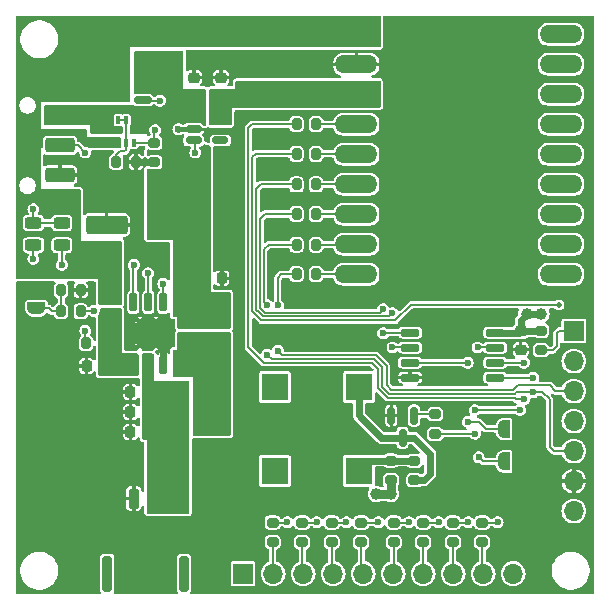
<source format=gtl>
G04 #@! TF.GenerationSoftware,KiCad,Pcbnew,8.0.3*
G04 #@! TF.CreationDate,2024-06-09T12:16:36+02:00*
G04 #@! TF.ProjectId,chip8-pcb,63686970-382d-4706-9362-2e6b69636164,1*
G04 #@! TF.SameCoordinates,Original*
G04 #@! TF.FileFunction,Copper,L1,Top*
G04 #@! TF.FilePolarity,Positive*
%FSLAX46Y46*%
G04 Gerber Fmt 4.6, Leading zero omitted, Abs format (unit mm)*
G04 Created by KiCad (PCBNEW 8.0.3) date 2024-06-09 12:16:36*
%MOMM*%
%LPD*%
G01*
G04 APERTURE LIST*
G04 Aperture macros list*
%AMRoundRect*
0 Rectangle with rounded corners*
0 $1 Rounding radius*
0 $2 $3 $4 $5 $6 $7 $8 $9 X,Y pos of 4 corners*
0 Add a 4 corners polygon primitive as box body*
4,1,4,$2,$3,$4,$5,$6,$7,$8,$9,$2,$3,0*
0 Add four circle primitives for the rounded corners*
1,1,$1+$1,$2,$3*
1,1,$1+$1,$4,$5*
1,1,$1+$1,$6,$7*
1,1,$1+$1,$8,$9*
0 Add four rect primitives between the rounded corners*
20,1,$1+$1,$2,$3,$4,$5,0*
20,1,$1+$1,$4,$5,$6,$7,0*
20,1,$1+$1,$6,$7,$8,$9,0*
20,1,$1+$1,$8,$9,$2,$3,0*%
%AMFreePoly0*
4,1,19,0.000000,0.744911,0.071157,0.744911,0.207708,0.704816,0.327430,0.627875,0.420627,0.520320,0.479746,0.390866,0.500000,0.250000,0.500000,-0.250000,0.479746,-0.390866,0.420627,-0.520320,0.327430,-0.627875,0.207708,-0.704816,0.071157,-0.744911,0.000000,-0.744911,0.000000,-0.750000,-0.500000,-0.750000,-0.500000,0.750000,0.000000,0.750000,0.000000,0.744911,0.000000,0.744911,
$1*%
%AMFreePoly1*
4,1,19,0.500000,-0.750000,0.000000,-0.750000,0.000000,-0.744911,-0.071157,-0.744911,-0.207708,-0.704816,-0.327430,-0.627875,-0.420627,-0.520320,-0.479746,-0.390866,-0.500000,-0.250000,-0.500000,0.250000,-0.479746,0.390866,-0.420627,0.520320,-0.327430,0.627875,-0.207708,0.704816,-0.071157,0.744911,0.000000,0.744911,0.000000,0.750000,0.500000,0.750000,0.500000,-0.750000,0.500000,-0.750000,
$1*%
G04 Aperture macros list end*
G04 #@! TA.AperFunction,ComponentPad*
%ADD10O,1.700000X1.700000*%
G04 #@! TD*
G04 #@! TA.AperFunction,ComponentPad*
%ADD11R,1.700000X1.700000*%
G04 #@! TD*
G04 #@! TA.AperFunction,SMDPad,CuDef*
%ADD12RoundRect,0.200000X-0.275000X0.200000X-0.275000X-0.200000X0.275000X-0.200000X0.275000X0.200000X0*%
G04 #@! TD*
G04 #@! TA.AperFunction,SMDPad,CuDef*
%ADD13RoundRect,0.150000X-0.650000X-0.150000X0.650000X-0.150000X0.650000X0.150000X-0.650000X0.150000X0*%
G04 #@! TD*
G04 #@! TA.AperFunction,SMDPad,CuDef*
%ADD14RoundRect,0.150000X-0.512500X-0.150000X0.512500X-0.150000X0.512500X0.150000X-0.512500X0.150000X0*%
G04 #@! TD*
G04 #@! TA.AperFunction,SMDPad,CuDef*
%ADD15RoundRect,0.225000X-0.250000X0.225000X-0.250000X-0.225000X0.250000X-0.225000X0.250000X0.225000X0*%
G04 #@! TD*
G04 #@! TA.AperFunction,SMDPad,CuDef*
%ADD16FreePoly0,270.000000*%
G04 #@! TD*
G04 #@! TA.AperFunction,SMDPad,CuDef*
%ADD17FreePoly1,270.000000*%
G04 #@! TD*
G04 #@! TA.AperFunction,SMDPad,CuDef*
%ADD18RoundRect,0.200000X-0.200000X-0.275000X0.200000X-0.275000X0.200000X0.275000X-0.200000X0.275000X0*%
G04 #@! TD*
G04 #@! TA.AperFunction,SMDPad,CuDef*
%ADD19RoundRect,0.225000X0.250000X-0.225000X0.250000X0.225000X-0.250000X0.225000X-0.250000X-0.225000X0*%
G04 #@! TD*
G04 #@! TA.AperFunction,SMDPad,CuDef*
%ADD20RoundRect,0.133334X-0.266666X-1.366666X0.266666X-1.366666X0.266666X1.366666X-0.266666X1.366666X0*%
G04 #@! TD*
G04 #@! TA.AperFunction,SMDPad,CuDef*
%ADD21RoundRect,0.225000X-0.225000X-0.625000X0.225000X-0.625000X0.225000X0.625000X-0.225000X0.625000X0*%
G04 #@! TD*
G04 #@! TA.AperFunction,SMDPad,CuDef*
%ADD22RoundRect,0.225000X-0.225000X-0.250000X0.225000X-0.250000X0.225000X0.250000X-0.225000X0.250000X0*%
G04 #@! TD*
G04 #@! TA.AperFunction,HeatsinkPad*
%ADD23C,0.500000*%
G04 #@! TD*
G04 #@! TA.AperFunction,HeatsinkPad*
%ADD24R,3.200000X2.400000*%
G04 #@! TD*
G04 #@! TA.AperFunction,SMDPad,CuDef*
%ADD25RoundRect,0.150000X-0.150000X0.650000X-0.150000X-0.650000X0.150000X-0.650000X0.150000X0.650000X0*%
G04 #@! TD*
G04 #@! TA.AperFunction,SMDPad,CuDef*
%ADD26FreePoly0,180.000000*%
G04 #@! TD*
G04 #@! TA.AperFunction,SMDPad,CuDef*
%ADD27FreePoly1,180.000000*%
G04 #@! TD*
G04 #@! TA.AperFunction,SMDPad,CuDef*
%ADD28R,1.100000X3.700000*%
G04 #@! TD*
G04 #@! TA.AperFunction,SMDPad,CuDef*
%ADD29RoundRect,0.200000X0.275000X-0.200000X0.275000X0.200000X-0.275000X0.200000X-0.275000X-0.200000X0*%
G04 #@! TD*
G04 #@! TA.AperFunction,SMDPad,CuDef*
%ADD30RoundRect,0.225000X0.225000X0.250000X-0.225000X0.250000X-0.225000X-0.250000X0.225000X-0.250000X0*%
G04 #@! TD*
G04 #@! TA.AperFunction,SMDPad,CuDef*
%ADD31FreePoly0,0.000000*%
G04 #@! TD*
G04 #@! TA.AperFunction,SMDPad,CuDef*
%ADD32FreePoly1,0.000000*%
G04 #@! TD*
G04 #@! TA.AperFunction,SMDPad,CuDef*
%ADD33RoundRect,0.200000X0.200000X0.275000X-0.200000X0.275000X-0.200000X-0.275000X0.200000X-0.275000X0*%
G04 #@! TD*
G04 #@! TA.AperFunction,SMDPad,CuDef*
%ADD34RoundRect,0.243750X0.456250X-0.243750X0.456250X0.243750X-0.456250X0.243750X-0.456250X-0.243750X0*%
G04 #@! TD*
G04 #@! TA.AperFunction,SMDPad,CuDef*
%ADD35RoundRect,0.100000X0.100000X-0.225000X0.100000X0.225000X-0.100000X0.225000X-0.100000X-0.225000X0*%
G04 #@! TD*
G04 #@! TA.AperFunction,SMDPad,CuDef*
%ADD36RoundRect,0.150000X0.587500X0.150000X-0.587500X0.150000X-0.587500X-0.150000X0.587500X-0.150000X0*%
G04 #@! TD*
G04 #@! TA.AperFunction,SMDPad,CuDef*
%ADD37RoundRect,0.150000X-0.150000X0.587500X-0.150000X-0.587500X0.150000X-0.587500X0.150000X0.587500X0*%
G04 #@! TD*
G04 #@! TA.AperFunction,SMDPad,CuDef*
%ADD38RoundRect,0.250000X1.500000X0.550000X-1.500000X0.550000X-1.500000X-0.550000X1.500000X-0.550000X0*%
G04 #@! TD*
G04 #@! TA.AperFunction,SMDPad,CuDef*
%ADD39RoundRect,0.218750X0.256250X-0.218750X0.256250X0.218750X-0.256250X0.218750X-0.256250X-0.218750X0*%
G04 #@! TD*
G04 #@! TA.AperFunction,SMDPad,CuDef*
%ADD40R,2.300000X2.300000*%
G04 #@! TD*
G04 #@! TA.AperFunction,SMDPad,CuDef*
%ADD41RoundRect,0.250000X-1.000000X0.375000X-1.000000X-0.375000X1.000000X-0.375000X1.000000X0.375000X0*%
G04 #@! TD*
G04 #@! TA.AperFunction,ComponentPad*
%ADD42RoundRect,0.600000X1.150000X0.150000X-1.150000X0.150000X-1.150000X-0.150000X1.150000X-0.150000X0*%
G04 #@! TD*
G04 #@! TA.AperFunction,ComponentPad*
%ADD43RoundRect,0.600000X-1.150000X-0.150000X1.150000X-0.150000X1.150000X0.150000X-1.150000X0.150000X0*%
G04 #@! TD*
G04 #@! TA.AperFunction,SMDPad,CuDef*
%ADD44RoundRect,0.250000X-0.650000X1.000000X-0.650000X-1.000000X0.650000X-1.000000X0.650000X1.000000X0*%
G04 #@! TD*
G04 #@! TA.AperFunction,ViaPad*
%ADD45C,0.600000*%
G04 #@! TD*
G04 #@! TA.AperFunction,ViaPad*
%ADD46C,1.000000*%
G04 #@! TD*
G04 #@! TA.AperFunction,ViaPad*
%ADD47C,0.500000*%
G04 #@! TD*
G04 #@! TA.AperFunction,Conductor*
%ADD48C,0.400000*%
G04 #@! TD*
G04 #@! TA.AperFunction,Conductor*
%ADD49C,0.600000*%
G04 #@! TD*
G04 #@! TA.AperFunction,Conductor*
%ADD50C,0.200000*%
G04 #@! TD*
G04 #@! TA.AperFunction,Conductor*
%ADD51C,0.750000*%
G04 #@! TD*
G04 APERTURE END LIST*
D10*
X112194406Y-117750000D03*
X109654406Y-117750000D03*
X107114406Y-117750000D03*
X104574406Y-117750000D03*
X102034406Y-117750000D03*
X99494406Y-117750000D03*
X96954406Y-117750000D03*
X94414406Y-117750000D03*
X91874406Y-117750000D03*
D11*
X89334406Y-117750000D03*
D10*
X117334406Y-112450000D03*
X117334406Y-109910000D03*
X117334406Y-107370000D03*
X117334406Y-104830000D03*
X117334406Y-102290000D03*
X117334406Y-99750000D03*
D11*
X117334406Y-97210000D03*
D12*
X91834406Y-115075000D03*
X91834406Y-113425000D03*
D13*
X110684406Y-97345000D03*
X110684406Y-98615000D03*
X110684406Y-99885000D03*
X110684406Y-101155000D03*
X103484406Y-101155000D03*
X103484406Y-99885000D03*
X103484406Y-98615000D03*
X103484406Y-97345000D03*
D14*
X87421906Y-79175000D03*
X87421906Y-81075000D03*
X85146906Y-81075000D03*
X85146906Y-80125000D03*
X85146906Y-79175000D03*
D15*
X112834406Y-98775000D03*
X112834406Y-97225000D03*
D16*
X71834406Y-95300000D03*
D17*
X71834406Y-94000000D03*
D18*
X95509406Y-82200000D03*
X93859406Y-82200000D03*
D19*
X87484406Y-75750000D03*
X87484406Y-77300000D03*
D20*
X84334406Y-117750000D03*
X77834406Y-117750000D03*
D21*
X82084406Y-111400000D03*
X80084406Y-111400000D03*
D12*
X96834406Y-115075000D03*
X96834406Y-113425000D03*
X103834406Y-109850000D03*
X103834406Y-108200000D03*
D19*
X85184406Y-75750000D03*
X85184406Y-77300000D03*
D12*
X99334406Y-115075000D03*
X99334406Y-113425000D03*
D22*
X87534406Y-92750000D03*
X85984406Y-92750000D03*
D23*
X80604406Y-98350000D03*
X81954406Y-98350000D03*
X83304406Y-98350000D03*
D24*
X81954406Y-97400000D03*
D23*
X80604406Y-96450000D03*
X81954406Y-96450000D03*
X83304406Y-96450000D03*
D25*
X83859406Y-100050000D03*
X82589406Y-100050000D03*
X81319406Y-100050000D03*
X80049406Y-100050000D03*
X80049406Y-94750000D03*
X81319406Y-94750000D03*
X82589406Y-94750000D03*
X83859406Y-94750000D03*
D26*
X111434406Y-108250000D03*
D27*
X112734406Y-108250000D03*
D28*
X84059406Y-103850000D03*
X87059406Y-103850000D03*
D29*
X114584406Y-97175000D03*
X114584406Y-98825000D03*
X105609406Y-104262500D03*
X105609406Y-105912500D03*
D18*
X95509406Y-87300000D03*
X93859406Y-87300000D03*
D30*
X79784406Y-104050000D03*
X81334406Y-104050000D03*
D12*
X94334406Y-115075000D03*
X94334406Y-113425000D03*
D29*
X101834406Y-108175000D03*
X101834406Y-109825000D03*
D18*
X95509406Y-79700000D03*
X93859406Y-79700000D03*
D31*
X85534406Y-107700000D03*
D32*
X84234406Y-107700000D03*
D33*
X73934406Y-93750000D03*
X75584406Y-93750000D03*
D34*
X71584406Y-88062500D03*
X71584406Y-89937500D03*
D30*
X79784406Y-105750000D03*
X81334406Y-105750000D03*
D35*
X78784406Y-79350000D03*
X79434406Y-79350000D03*
X80084406Y-79350000D03*
X80084406Y-81250000D03*
X79434406Y-81250000D03*
X78784406Y-81250000D03*
D12*
X81834406Y-82925000D03*
X81834406Y-81275000D03*
D36*
X78959406Y-76700000D03*
X80834406Y-75750000D03*
X80834406Y-77650000D03*
D30*
X79784406Y-102350000D03*
X81334406Y-102350000D03*
D18*
X95509406Y-84800000D03*
X93859406Y-84800000D03*
D37*
X102834406Y-106237500D03*
X101884406Y-104362500D03*
X103784406Y-104362500D03*
D26*
X111434406Y-105500000D03*
D27*
X112734406Y-105500000D03*
D38*
X77784406Y-88250000D03*
X83384406Y-88250000D03*
D12*
X107084406Y-115075000D03*
X107084406Y-113425000D03*
D34*
X73984406Y-88062500D03*
X73984406Y-89937500D03*
D39*
X78059406Y-94362500D03*
X78059406Y-95937500D03*
D12*
X104584406Y-115075000D03*
X104584406Y-113425000D03*
D18*
X80259406Y-82900000D03*
X78609406Y-82900000D03*
D12*
X102084406Y-115075000D03*
X102084406Y-113425000D03*
D30*
X76084406Y-100150000D03*
X77634406Y-100150000D03*
D40*
X92034406Y-109050000D03*
X92034406Y-101950000D03*
X99134406Y-101950000D03*
X99134406Y-109050000D03*
D33*
X76034406Y-98250000D03*
X77684406Y-98250000D03*
D41*
X73834406Y-84000000D03*
X73834406Y-81500000D03*
X73834406Y-79000000D03*
D12*
X109584406Y-115075000D03*
X109584406Y-113425000D03*
D42*
X116266906Y-72090000D03*
X116266906Y-74630000D03*
X116266906Y-77170000D03*
X116266906Y-79710000D03*
X116266906Y-82250000D03*
X116266906Y-84790000D03*
X116266906Y-87330000D03*
X116266906Y-89870000D03*
X116266906Y-92410000D03*
D43*
X98926906Y-92410000D03*
X98926906Y-89870000D03*
X98926906Y-87330000D03*
X98926906Y-84790000D03*
X98926906Y-82250000D03*
X98926906Y-79710000D03*
X98926906Y-77170000D03*
X98926906Y-74630000D03*
X98926906Y-72090000D03*
D18*
X75584406Y-95550000D03*
X73934406Y-95550000D03*
X95509406Y-89900000D03*
X93859406Y-89900000D03*
D44*
X86959406Y-99450000D03*
X86959406Y-95450000D03*
D18*
X95509406Y-92400000D03*
X93859406Y-92400000D03*
D45*
X83859406Y-80125000D03*
D46*
X114584406Y-95800000D03*
X113334406Y-95800000D03*
D47*
X116084406Y-95000000D03*
D46*
X100584406Y-111000000D03*
X101834406Y-111000000D03*
D45*
X76584406Y-93750000D03*
X92284406Y-95046000D03*
X92284406Y-98873000D03*
X113884406Y-101155000D03*
X113884406Y-102400000D03*
X91371119Y-95013287D03*
X91384406Y-99200000D03*
X101184406Y-95373000D03*
X101184406Y-97400000D03*
X101984406Y-95700000D03*
X101984406Y-98600000D03*
X113100406Y-103000000D03*
X113100406Y-99885000D03*
X71584406Y-86900000D03*
X75984406Y-97200000D03*
X71584406Y-91100000D03*
X82584406Y-93200000D03*
X80084406Y-91600000D03*
X73984406Y-91600000D03*
X109284406Y-107900000D03*
X109184406Y-98600000D03*
X108357406Y-104900000D03*
X108357406Y-99900000D03*
X81884406Y-80200000D03*
X82284406Y-77700000D03*
X81284406Y-92300000D03*
X76684406Y-95500000D03*
X95584406Y-113400000D03*
X93084406Y-113400000D03*
X98084406Y-113400000D03*
X100784406Y-113400000D03*
X103384406Y-113400000D03*
X105884406Y-113400000D03*
X108384406Y-113400000D03*
X110884406Y-113400000D03*
X108957406Y-105900000D03*
X108957406Y-103900000D03*
X112784406Y-103900000D03*
X75984406Y-82100000D03*
X85284406Y-82100000D03*
D48*
X83859406Y-80125000D02*
X85146906Y-80125000D01*
D49*
X81834406Y-82925000D02*
X80284406Y-82925000D01*
X80284406Y-82925000D02*
X80259406Y-82900000D01*
D50*
X93859406Y-89900000D02*
X91492406Y-89900000D01*
X91492406Y-89900000D02*
X91092406Y-90300000D01*
X91092406Y-90300000D02*
X91092406Y-94734574D01*
X91092406Y-94734574D02*
X91371119Y-95013287D01*
D49*
X113334406Y-95800000D02*
X114584406Y-95800000D01*
X112834406Y-96300000D02*
X113334406Y-95800000D01*
X112834406Y-97225000D02*
X112834406Y-96300000D01*
D50*
X116084406Y-95000000D02*
X103532935Y-95000000D01*
X103532935Y-95000000D02*
X102232935Y-96300000D01*
X102232935Y-96300000D02*
X90884406Y-96300000D01*
X90884406Y-96300000D02*
X90111406Y-95527000D01*
X90111406Y-95527000D02*
X90111406Y-82500000D01*
X90111406Y-82500000D02*
X90411406Y-82200000D01*
X90411406Y-82200000D02*
X93859406Y-82200000D01*
D49*
X112834406Y-97225000D02*
X114534406Y-97225000D01*
X114534406Y-97225000D02*
X114584406Y-97175000D01*
X110684406Y-97345000D02*
X112714406Y-97345000D01*
X112714406Y-97345000D02*
X112834406Y-97225000D01*
D51*
X101834406Y-111000000D02*
X100584406Y-111000000D01*
X101834406Y-109825000D02*
X101834406Y-111000000D01*
D50*
X75584406Y-93750000D02*
X76584406Y-93750000D01*
X91384406Y-99200000D02*
X91757406Y-99573000D01*
X101111406Y-101927000D02*
X101711406Y-102527000D01*
X91757406Y-99573000D02*
X100419854Y-99573000D01*
X112446854Y-102400000D02*
X113884406Y-102400000D01*
X100419854Y-99573000D02*
X101111406Y-100264552D01*
X101111406Y-100264552D02*
X101111406Y-101927000D01*
X101711406Y-102527000D02*
X112319854Y-102527000D01*
X112319854Y-102527000D02*
X112446854Y-102400000D01*
X112338406Y-102854000D02*
X112484406Y-103000000D01*
X113100406Y-103000000D02*
X112484406Y-103000000D01*
X93859406Y-79700000D02*
X90084406Y-79700000D01*
X90084406Y-79700000D02*
X89784406Y-80000000D01*
X89784406Y-80000000D02*
X89784406Y-98600000D01*
X89784406Y-98600000D02*
X91084406Y-99900000D01*
X91084406Y-99900000D02*
X100284406Y-99900000D01*
X100284406Y-99900000D02*
X100784406Y-100400000D01*
X100784406Y-100400000D02*
X100784406Y-102062448D01*
X100784406Y-102062448D02*
X101575958Y-102854000D01*
X101575958Y-102854000D02*
X112338406Y-102854000D01*
X92284406Y-98873000D02*
X92657406Y-99246000D01*
X92657406Y-99246000D02*
X100555302Y-99246000D01*
X100555302Y-99246000D02*
X101484406Y-100175104D01*
X101484406Y-100175104D02*
X101484406Y-101800000D01*
X101484406Y-101800000D02*
X101884406Y-102200000D01*
X101884406Y-102200000D02*
X112184406Y-102200000D01*
X115284406Y-101800000D02*
X115784406Y-102300000D01*
X112184406Y-102200000D02*
X112584406Y-101800000D01*
X112584406Y-101800000D02*
X115284406Y-101800000D01*
X115784406Y-102300000D02*
X115794406Y-102290000D01*
X115794406Y-102290000D02*
X117334406Y-102290000D01*
X93859406Y-92400000D02*
X92584406Y-92400000D01*
X92584406Y-92400000D02*
X92284406Y-92700000D01*
X92284406Y-92700000D02*
X92284406Y-95046000D01*
X113884406Y-102400000D02*
X114684406Y-102400000D01*
X114684406Y-102400000D02*
X115284406Y-103000000D01*
X115284406Y-103000000D02*
X115284406Y-107000000D01*
X115284406Y-107000000D02*
X115654406Y-107370000D01*
X115654406Y-107370000D02*
X117334406Y-107370000D01*
X113100406Y-99885000D02*
X110684406Y-99885000D01*
X110684406Y-101155000D02*
X113884406Y-101155000D01*
X90765406Y-87700000D02*
X90765406Y-94200000D01*
X91884406Y-95646000D02*
X99984406Y-95646000D01*
X101184406Y-97400000D02*
X101239406Y-97345000D01*
X90765406Y-95256104D02*
X91155302Y-95646000D01*
X93859406Y-87300000D02*
X91165406Y-87300000D01*
X91165406Y-87300000D02*
X90765406Y-87700000D01*
X100911406Y-95646000D02*
X101184406Y-95373000D01*
X90765406Y-94200000D02*
X90765406Y-95256104D01*
X91155302Y-95646000D02*
X91884406Y-95646000D01*
X99984406Y-95646000D02*
X100911406Y-95646000D01*
X101239406Y-97345000D02*
X103484406Y-97345000D01*
X101711406Y-95973000D02*
X101984406Y-95700000D01*
X99284406Y-95973000D02*
X101711406Y-95973000D01*
X90438406Y-95391552D02*
X90665630Y-95618776D01*
X90438406Y-85200000D02*
X90438406Y-95391552D01*
X93859406Y-84800000D02*
X90838406Y-84800000D01*
X90838406Y-84800000D02*
X90438406Y-85200000D01*
X90665630Y-95618776D02*
X91019854Y-95973000D01*
X91019854Y-95973000D02*
X99284406Y-95973000D01*
X101984406Y-98600000D02*
X103469406Y-98600000D01*
X103469406Y-98600000D02*
X103484406Y-98615000D01*
D49*
X102834406Y-106237500D02*
X103821906Y-106237500D01*
X105184406Y-107600000D02*
X105184406Y-109300000D01*
X103821906Y-106237500D02*
X105184406Y-107600000D01*
X105184406Y-109300000D02*
X104634406Y-109850000D01*
X104634406Y-109850000D02*
X103834406Y-109850000D01*
X101834406Y-108175000D02*
X103809406Y-108175000D01*
X103809406Y-108175000D02*
X103834406Y-108200000D01*
X99134406Y-109050000D02*
X100009406Y-108175000D01*
X100009406Y-108175000D02*
X101834406Y-108175000D01*
X99909406Y-109825000D02*
X99134406Y-109050000D01*
X103809406Y-109825000D02*
X103834406Y-109850000D01*
X101021906Y-106237500D02*
X102834406Y-106237500D01*
X99134406Y-104350000D02*
X101021906Y-106237500D01*
X99134406Y-101950000D02*
X99134406Y-104350000D01*
X82589406Y-100050000D02*
X82589406Y-98035000D01*
X82589406Y-98035000D02*
X81954406Y-97400000D01*
D50*
X84135000Y-94600000D02*
X84075000Y-94660000D01*
X114619406Y-97210000D02*
X114584406Y-97175000D01*
X73984406Y-88062500D02*
X71584406Y-88062500D01*
X75984406Y-97200000D02*
X75984406Y-98200000D01*
X75984406Y-98200000D02*
X76034406Y-98250000D01*
X71584406Y-88062500D02*
X71584406Y-86900000D01*
X82584406Y-93200000D02*
X82584406Y-94745000D01*
X71584406Y-89937500D02*
X71584406Y-91100000D01*
X82584406Y-94745000D02*
X82589406Y-94750000D01*
X73984406Y-89937500D02*
X73984406Y-91600000D01*
X80049406Y-91635000D02*
X80049406Y-94750000D01*
X80084406Y-91600000D02*
X80049406Y-91635000D01*
X94334406Y-115075000D02*
X94334406Y-117670000D01*
X94334406Y-117670000D02*
X94414406Y-117750000D01*
X96834406Y-117630000D02*
X96954406Y-117750000D01*
X96834406Y-115075000D02*
X96834406Y-117630000D01*
X102084406Y-117700000D02*
X102034406Y-117750000D01*
X102084406Y-115075000D02*
X102084406Y-117700000D01*
X107084406Y-115075000D02*
X107084406Y-117720000D01*
X107084406Y-117720000D02*
X107114406Y-117750000D01*
X99334406Y-117590000D02*
X99494406Y-117750000D01*
X99334406Y-115075000D02*
X99334406Y-117590000D01*
X91834406Y-115075000D02*
X91834406Y-117710000D01*
X91834406Y-117710000D02*
X91874406Y-117750000D01*
X104584406Y-115075000D02*
X104584406Y-117740000D01*
X104584406Y-117740000D02*
X104574406Y-117750000D01*
X109584406Y-117680000D02*
X109654406Y-117750000D01*
X109584406Y-115075000D02*
X109584406Y-117680000D01*
X117334406Y-97210000D02*
X116074406Y-97210000D01*
X115559406Y-98825000D02*
X114584406Y-98825000D01*
X115884406Y-98500000D02*
X115559406Y-98825000D01*
X115884406Y-97400000D02*
X115884406Y-98500000D01*
X116074406Y-97210000D02*
X115884406Y-97400000D01*
X72884406Y-95300000D02*
X73134406Y-95550000D01*
X73134406Y-95550000D02*
X73934406Y-95550000D01*
X73934406Y-93750000D02*
X73934406Y-95550000D01*
X71834406Y-95300000D02*
X72884406Y-95300000D01*
X111434406Y-108250000D02*
X109634406Y-108250000D01*
X109634406Y-108250000D02*
X109284406Y-107900000D01*
X110669406Y-98600000D02*
X110684406Y-98615000D01*
X109184406Y-98600000D02*
X110669406Y-98600000D01*
X103469406Y-99900000D02*
X103484406Y-99885000D01*
X109884406Y-105500000D02*
X111434406Y-105500000D01*
X108357406Y-104900000D02*
X109284406Y-104900000D01*
X109284406Y-104900000D02*
X109884406Y-105500000D01*
X108357406Y-99900000D02*
X103499406Y-99900000D01*
X103499406Y-99900000D02*
X103484406Y-99885000D01*
X103884406Y-104262500D02*
X103784406Y-104362500D01*
X105609406Y-104262500D02*
X103884406Y-104262500D01*
X78784406Y-79350000D02*
X79434406Y-79350000D01*
X79434406Y-81250000D02*
X79434406Y-79350000D01*
X79434406Y-81850000D02*
X79434406Y-81250000D01*
X78884406Y-82000000D02*
X79284406Y-82000000D01*
X78609406Y-82275000D02*
X78884406Y-82000000D01*
X78609406Y-82900000D02*
X78609406Y-82275000D01*
X79284406Y-82000000D02*
X79434406Y-81850000D01*
X81834406Y-81275000D02*
X81834406Y-80250000D01*
X82284406Y-77700000D02*
X80884406Y-77700000D01*
X80084406Y-81250000D02*
X81809406Y-81250000D01*
X80884406Y-77700000D02*
X80834406Y-77650000D01*
X81834406Y-80250000D02*
X81884406Y-80200000D01*
X81809406Y-81250000D02*
X81834406Y-81275000D01*
X75634406Y-95500000D02*
X75584406Y-95550000D01*
X81319406Y-92335000D02*
X81319406Y-94750000D01*
X76684406Y-95500000D02*
X75634406Y-95500000D01*
X81284406Y-92300000D02*
X81319406Y-92335000D01*
X94334406Y-113425000D02*
X95559406Y-113425000D01*
X95559406Y-113425000D02*
X95584406Y-113400000D01*
X91834406Y-113425000D02*
X93059406Y-113425000D01*
X93059406Y-113425000D02*
X93084406Y-113400000D01*
X98059406Y-113425000D02*
X98084406Y-113400000D01*
X96834406Y-113425000D02*
X98059406Y-113425000D01*
X100759406Y-113425000D02*
X100784406Y-113400000D01*
X99334406Y-113425000D02*
X100759406Y-113425000D01*
X103359406Y-113425000D02*
X103384406Y-113400000D01*
X102084406Y-113425000D02*
X103359406Y-113425000D01*
X104584406Y-113425000D02*
X105859406Y-113425000D01*
X105859406Y-113425000D02*
X105884406Y-113400000D01*
X108359406Y-113425000D02*
X108384406Y-113400000D01*
X107084406Y-113425000D02*
X108359406Y-113425000D01*
X109584406Y-113425000D02*
X110859406Y-113425000D01*
X110859406Y-113425000D02*
X110884406Y-113400000D01*
X112784406Y-103900000D02*
X108957406Y-103900000D01*
X108957406Y-105900000D02*
X108944906Y-105912500D01*
X108944906Y-105912500D02*
X105609406Y-105912500D01*
X99976906Y-82250000D02*
X99926906Y-82200000D01*
X99926906Y-82200000D02*
X95509406Y-82200000D01*
D49*
X99966906Y-79700000D02*
X99976906Y-79710000D01*
D50*
X95509406Y-79700000D02*
X99966906Y-79700000D01*
X95509406Y-84800000D02*
X99966906Y-84800000D01*
X99966906Y-84800000D02*
X99976906Y-84790000D01*
X95509406Y-87300000D02*
X99946906Y-87300000D01*
X99946906Y-87300000D02*
X99976906Y-87330000D01*
X99946906Y-89900000D02*
X99976906Y-89870000D01*
X95509406Y-89900000D02*
X99946906Y-89900000D01*
X99966906Y-92400000D02*
X99976906Y-92410000D01*
X95509406Y-92400000D02*
X99966906Y-92400000D01*
X85284406Y-81212500D02*
X85146906Y-81075000D01*
X73834406Y-81500000D02*
X75384406Y-81500000D01*
X85284406Y-82100000D02*
X85284406Y-81212500D01*
X75384406Y-81500000D02*
X75984406Y-82100000D01*
G04 #@! TA.AperFunction,Conductor*
G36*
X84227445Y-73519685D02*
G01*
X84273200Y-73572489D01*
X84284406Y-73624000D01*
X84284406Y-76700000D01*
X86060406Y-76700000D01*
X86127445Y-76719685D01*
X86173200Y-76772489D01*
X86184406Y-76824000D01*
X86184406Y-79714877D01*
X86164721Y-79781916D01*
X86111917Y-79827671D01*
X86042759Y-79837615D01*
X85979203Y-79808590D01*
X85954723Y-79776771D01*
X85954574Y-79776878D01*
X85951589Y-79772697D01*
X85949007Y-79769341D01*
X85948603Y-79768515D01*
X85865891Y-79685803D01*
X85760797Y-79634426D01*
X85692667Y-79624500D01*
X85692666Y-79624500D01*
X84601146Y-79624500D01*
X84601145Y-79624500D01*
X84533014Y-79634426D01*
X84427920Y-79685803D01*
X84425543Y-79688181D01*
X84421491Y-79690393D01*
X84419559Y-79691773D01*
X84419392Y-79691539D01*
X84364220Y-79721666D01*
X84337862Y-79724500D01*
X84198380Y-79724500D01*
X84131342Y-79704816D01*
X84069456Y-79665045D01*
X83931369Y-79624500D01*
X83931367Y-79624500D01*
X83787445Y-79624500D01*
X83787442Y-79624500D01*
X83649355Y-79665045D01*
X83528279Y-79742856D01*
X83434029Y-79851626D01*
X83434028Y-79851628D01*
X83374240Y-79982543D01*
X83353759Y-80125000D01*
X83374240Y-80267456D01*
X83423811Y-80376000D01*
X83434029Y-80398373D01*
X83528278Y-80507143D01*
X83649353Y-80584953D01*
X83649356Y-80584954D01*
X83649355Y-80584954D01*
X83787442Y-80625499D01*
X83787444Y-80625500D01*
X83787445Y-80625500D01*
X83931368Y-80625500D01*
X83931368Y-80625499D01*
X84069456Y-80584954D01*
X84069457Y-80584954D01*
X84131342Y-80545184D01*
X84198380Y-80525500D01*
X84242123Y-80525500D01*
X84309162Y-80545185D01*
X84354917Y-80597989D01*
X84364861Y-80667147D01*
X84348247Y-80708565D01*
X84349721Y-80709286D01*
X84293832Y-80823608D01*
X84283906Y-80891739D01*
X84283906Y-81258260D01*
X84293832Y-81326391D01*
X84345209Y-81431485D01*
X84427920Y-81514196D01*
X84427921Y-81514196D01*
X84427923Y-81514198D01*
X84533013Y-81565573D01*
X84554935Y-81568767D01*
X84601145Y-81575500D01*
X84601146Y-81575500D01*
X84805109Y-81575500D01*
X84872148Y-81595185D01*
X84917903Y-81647989D01*
X84927847Y-81717147D01*
X84898822Y-81780702D01*
X84859031Y-81826622D01*
X84859028Y-81826628D01*
X84799240Y-81957543D01*
X84778759Y-82100000D01*
X84799240Y-82242456D01*
X84837166Y-82325500D01*
X84859029Y-82373373D01*
X84953278Y-82482143D01*
X85074353Y-82559953D01*
X85074356Y-82559954D01*
X85074355Y-82559954D01*
X85181513Y-82591417D01*
X85209710Y-82599697D01*
X85212442Y-82600499D01*
X85212444Y-82600500D01*
X85212445Y-82600500D01*
X85356368Y-82600500D01*
X85356368Y-82600499D01*
X85494459Y-82559953D01*
X85615534Y-82482143D01*
X85709783Y-82373373D01*
X85769571Y-82242457D01*
X85790053Y-82100000D01*
X85769571Y-81957543D01*
X85709783Y-81826627D01*
X85663033Y-81772674D01*
X85634009Y-81709118D01*
X85643953Y-81639960D01*
X85689708Y-81587156D01*
X85738866Y-81568768D01*
X85760799Y-81565573D01*
X85865889Y-81514198D01*
X85948604Y-81431483D01*
X85949005Y-81430663D01*
X85949851Y-81429736D01*
X85954574Y-81423122D01*
X85955373Y-81423692D01*
X85996132Y-81379080D01*
X86063666Y-81361165D01*
X86130165Y-81382605D01*
X86174516Y-81436594D01*
X86184406Y-81485122D01*
X86184406Y-81500000D01*
X86460406Y-81500000D01*
X86527445Y-81519685D01*
X86573200Y-81572489D01*
X86584406Y-81624000D01*
X86584406Y-93900000D01*
X88160406Y-93900000D01*
X88227445Y-93919685D01*
X88273200Y-93972489D01*
X88284406Y-94024000D01*
X88284406Y-96876000D01*
X88264721Y-96943039D01*
X88211917Y-96988794D01*
X88160406Y-97000000D01*
X83878906Y-97000000D01*
X83811867Y-96980315D01*
X83766112Y-96927511D01*
X83754906Y-96876000D01*
X83754906Y-96491092D01*
X83756168Y-96473445D01*
X83759539Y-96449999D01*
X83756168Y-96426552D01*
X83754906Y-96408906D01*
X83754906Y-96180249D01*
X83754905Y-96180247D01*
X83743274Y-96121770D01*
X83743273Y-96121769D01*
X83698958Y-96055447D01*
X83632636Y-96011132D01*
X83632635Y-96011131D01*
X83574158Y-95999500D01*
X83574154Y-95999500D01*
X83508406Y-95999500D01*
X83441367Y-95979815D01*
X83395612Y-95927011D01*
X83384406Y-95875500D01*
X83384406Y-89500000D01*
X81308406Y-89500000D01*
X81241367Y-89480315D01*
X81195612Y-89427511D01*
X81184406Y-89376000D01*
X81184406Y-83585768D01*
X81204091Y-83518729D01*
X81256895Y-83472974D01*
X81326053Y-83463030D01*
X81364697Y-83475282D01*
X81419194Y-83503050D01*
X81434102Y-83510646D01*
X81434104Y-83510647D01*
X81527881Y-83525499D01*
X81527887Y-83525500D01*
X82140924Y-83525499D01*
X82234710Y-83510646D01*
X82347748Y-83453050D01*
X82437456Y-83363342D01*
X82495052Y-83250304D01*
X82495052Y-83250302D01*
X82495053Y-83250301D01*
X82509905Y-83156524D01*
X82509906Y-83156519D01*
X82509905Y-82693482D01*
X82495052Y-82599696D01*
X82437456Y-82486658D01*
X82437452Y-82486654D01*
X82437451Y-82486652D01*
X82347753Y-82396954D01*
X82347750Y-82396952D01*
X82347748Y-82396950D01*
X82270923Y-82357805D01*
X82234707Y-82339352D01*
X82140930Y-82324500D01*
X81527888Y-82324500D01*
X81434101Y-82339354D01*
X81364700Y-82374716D01*
X81296031Y-82387612D01*
X81231291Y-82361335D01*
X81191034Y-82304229D01*
X81184406Y-82264231D01*
X81184406Y-81935768D01*
X81204091Y-81868729D01*
X81256895Y-81822974D01*
X81326053Y-81813030D01*
X81364697Y-81825282D01*
X81434100Y-81860645D01*
X81434102Y-81860646D01*
X81434104Y-81860647D01*
X81527881Y-81875499D01*
X81527887Y-81875500D01*
X82140924Y-81875499D01*
X82234710Y-81860646D01*
X82347748Y-81803050D01*
X82437456Y-81713342D01*
X82495052Y-81600304D01*
X82495052Y-81600302D01*
X82495053Y-81600301D01*
X82509905Y-81506524D01*
X82509906Y-81506519D01*
X82509905Y-81043482D01*
X82495052Y-80949696D01*
X82437456Y-80836658D01*
X82437452Y-80836654D01*
X82437451Y-80836652D01*
X82347753Y-80746954D01*
X82347749Y-80746951D01*
X82347748Y-80746950D01*
X82303688Y-80724500D01*
X82298142Y-80721674D01*
X82247347Y-80673699D01*
X82230552Y-80605878D01*
X82253090Y-80539744D01*
X82260707Y-80530009D01*
X82309783Y-80473373D01*
X82369571Y-80342457D01*
X82390053Y-80200000D01*
X82369571Y-80057543D01*
X82309783Y-79926627D01*
X82215534Y-79817857D01*
X82094459Y-79740047D01*
X82094457Y-79740046D01*
X82094455Y-79740045D01*
X82094456Y-79740045D01*
X81956369Y-79699500D01*
X81956367Y-79699500D01*
X81812445Y-79699500D01*
X81812442Y-79699500D01*
X81674355Y-79740045D01*
X81553279Y-79817856D01*
X81459029Y-79926626D01*
X81459028Y-79926628D01*
X81399240Y-80057543D01*
X81378759Y-80200000D01*
X81399240Y-80342456D01*
X81414739Y-80376393D01*
X81459029Y-80473373D01*
X81477458Y-80494641D01*
X81506483Y-80558197D01*
X81496539Y-80627355D01*
X81450784Y-80680159D01*
X81440040Y-80686329D01*
X81434103Y-80689353D01*
X81434102Y-80689354D01*
X81364700Y-80724716D01*
X81296031Y-80737612D01*
X81231291Y-80711336D01*
X81191034Y-80654229D01*
X81184406Y-80614231D01*
X81184406Y-80500000D01*
X79858906Y-80500000D01*
X79791867Y-80480315D01*
X79746112Y-80427511D01*
X79734906Y-80376000D01*
X79734906Y-79850833D01*
X79754591Y-79783794D01*
X79771225Y-79763152D01*
X79786612Y-79747765D01*
X79831991Y-79644991D01*
X79834906Y-79619865D01*
X79834905Y-79080136D01*
X79834903Y-79080117D01*
X79831992Y-79055012D01*
X79831991Y-79055010D01*
X79831991Y-79055009D01*
X79786612Y-78952235D01*
X79707171Y-78872794D01*
X79707169Y-78872793D01*
X79604398Y-78827415D01*
X79579271Y-78824500D01*
X79289549Y-78824500D01*
X79289523Y-78824502D01*
X79264419Y-78827413D01*
X79196427Y-78857434D01*
X79161644Y-78872793D01*
X79159492Y-78873743D01*
X79090213Y-78882814D01*
X79059320Y-78873743D01*
X79057171Y-78872794D01*
X78954397Y-78827415D01*
X78929271Y-78824500D01*
X78639549Y-78824500D01*
X78639523Y-78824502D01*
X78614418Y-78827413D01*
X78614414Y-78827415D01*
X78511641Y-78872793D01*
X78432200Y-78952234D01*
X78386821Y-79055006D01*
X78386821Y-79055008D01*
X78383906Y-79080131D01*
X78383906Y-79619856D01*
X78383908Y-79619882D01*
X78386819Y-79644987D01*
X78386821Y-79644991D01*
X78432199Y-79747764D01*
X78432200Y-79747765D01*
X78511641Y-79827206D01*
X78614415Y-79872585D01*
X78639541Y-79875500D01*
X78929270Y-79875499D01*
X78929285Y-79875497D01*
X78929288Y-79875497D01*
X78954392Y-79872586D01*
X78954393Y-79872585D01*
X78954397Y-79872585D01*
X78959817Y-79870191D01*
X79029092Y-79861117D01*
X79092278Y-79890938D01*
X79129312Y-79950185D01*
X79133906Y-79983624D01*
X79133906Y-80376000D01*
X79114221Y-80443039D01*
X79061417Y-80488794D01*
X79009906Y-80500000D01*
X76508406Y-80500000D01*
X76441367Y-80480315D01*
X76395612Y-80427511D01*
X76384406Y-80376000D01*
X76384406Y-79800000D01*
X72608406Y-79800000D01*
X72541367Y-79780315D01*
X72495612Y-79727511D01*
X72484406Y-79676000D01*
X72484406Y-78224000D01*
X72504091Y-78156961D01*
X72556895Y-78111206D01*
X72608406Y-78100000D01*
X80033831Y-78100000D01*
X80088290Y-78112598D01*
X80145513Y-78140573D01*
X80179579Y-78145536D01*
X80213645Y-78150500D01*
X80213646Y-78150500D01*
X81455167Y-78150500D01*
X81477877Y-78147191D01*
X81523299Y-78140573D01*
X81628389Y-78089198D01*
X81680769Y-78036817D01*
X81742090Y-78003334D01*
X81768449Y-78000500D01*
X81825905Y-78000500D01*
X81892944Y-78020185D01*
X81919617Y-78043296D01*
X81953278Y-78082143D01*
X82074353Y-78159953D01*
X82074356Y-78159954D01*
X82074355Y-78159954D01*
X82212442Y-78200499D01*
X82212444Y-78200500D01*
X82212445Y-78200500D01*
X82356368Y-78200500D01*
X82356368Y-78200499D01*
X82494459Y-78159953D01*
X82615534Y-78082143D01*
X82709783Y-77973373D01*
X82769571Y-77842457D01*
X82790053Y-77700000D01*
X82769571Y-77557543D01*
X82709783Y-77426627D01*
X82615534Y-77317857D01*
X82494459Y-77240047D01*
X82494457Y-77240046D01*
X82494455Y-77240045D01*
X82494456Y-77240045D01*
X82356369Y-77199500D01*
X82356367Y-77199500D01*
X82212445Y-77199500D01*
X82212442Y-77199500D01*
X82074355Y-77240045D01*
X81953278Y-77317856D01*
X81928833Y-77346068D01*
X81870055Y-77383841D01*
X81800185Y-77383841D01*
X81741407Y-77346066D01*
X81723720Y-77319324D01*
X81723003Y-77317857D01*
X81711104Y-77293517D01*
X81711102Y-77293515D01*
X81711102Y-77293514D01*
X81628391Y-77210803D01*
X81523297Y-77159426D01*
X81455167Y-77149500D01*
X81455166Y-77149500D01*
X80213646Y-77149500D01*
X80209159Y-77149500D01*
X80209159Y-77147471D01*
X80149000Y-77134398D01*
X80099585Y-77085002D01*
X80084406Y-77025554D01*
X80084406Y-73624000D01*
X80104091Y-73556961D01*
X80156895Y-73511206D01*
X80208406Y-73500000D01*
X84160406Y-73500000D01*
X84227445Y-73519685D01*
G37*
G04 #@! TD.AperFunction*
G04 #@! TA.AperFunction,Conductor*
G36*
X100927445Y-70520185D02*
G01*
X100973200Y-70572989D01*
X100984406Y-70624500D01*
X100984406Y-73076000D01*
X100964721Y-73143039D01*
X100911917Y-73188794D01*
X100860406Y-73200000D01*
X79784406Y-73200000D01*
X79784406Y-77676000D01*
X79764721Y-77743039D01*
X79711917Y-77788794D01*
X79660406Y-77800000D01*
X72184406Y-77800000D01*
X72184406Y-80100000D01*
X75960406Y-80100000D01*
X76027445Y-80119685D01*
X76073200Y-80172489D01*
X76084406Y-80224000D01*
X76084406Y-80800000D01*
X78860406Y-80800000D01*
X78927445Y-80819685D01*
X78973200Y-80872489D01*
X78984406Y-80924000D01*
X78984406Y-81575500D01*
X78964721Y-81642539D01*
X78911917Y-81688294D01*
X78860406Y-81699500D01*
X78840549Y-81699500D01*
X78832920Y-81700000D01*
X76324158Y-81700000D01*
X76257120Y-81680316D01*
X76194456Y-81640045D01*
X76056369Y-81599500D01*
X76056367Y-81599500D01*
X75960239Y-81599500D01*
X75893200Y-81579815D01*
X75872558Y-81563181D01*
X75568919Y-81259542D01*
X75568917Y-81259540D01*
X75566700Y-81258260D01*
X75500397Y-81219980D01*
X75500396Y-81219979D01*
X75474919Y-81213152D01*
X75423968Y-81199500D01*
X75423966Y-81199500D01*
X75408906Y-81199500D01*
X75341867Y-81179815D01*
X75296112Y-81127011D01*
X75284906Y-81075500D01*
X75284906Y-81070730D01*
X75282052Y-81040300D01*
X75282052Y-81040298D01*
X75248412Y-80944163D01*
X75237199Y-80912118D01*
X75156556Y-80802850D01*
X75047288Y-80722207D01*
X75047286Y-80722206D01*
X74919106Y-80677353D01*
X74888676Y-80674500D01*
X74888672Y-80674500D01*
X72780140Y-80674500D01*
X72780136Y-80674500D01*
X72749706Y-80677353D01*
X72749704Y-80677353D01*
X72621525Y-80722206D01*
X72621523Y-80722207D01*
X72512256Y-80802850D01*
X72431613Y-80912117D01*
X72431612Y-80912119D01*
X72386759Y-81040298D01*
X72386759Y-81040300D01*
X72383906Y-81070730D01*
X72383906Y-81576000D01*
X72364221Y-81643039D01*
X72311417Y-81688794D01*
X72259906Y-81700000D01*
X72184406Y-81700000D01*
X72184406Y-85200000D01*
X75460406Y-85200000D01*
X75527445Y-85219685D01*
X75573200Y-85272489D01*
X75584406Y-85324000D01*
X75584406Y-89600000D01*
X78960406Y-89600000D01*
X79027445Y-89619685D01*
X79073200Y-89672489D01*
X79084406Y-89724000D01*
X79084406Y-94876000D01*
X79064721Y-94943039D01*
X79011917Y-94988794D01*
X78960406Y-95000000D01*
X77208406Y-95000000D01*
X77141367Y-94980315D01*
X77095612Y-94927511D01*
X77084406Y-94876000D01*
X77084406Y-93798145D01*
X77085668Y-93780498D01*
X77090053Y-93750000D01*
X77085668Y-93719500D01*
X77084406Y-93701854D01*
X77084406Y-92800000D01*
X70208906Y-92800000D01*
X70141867Y-92780315D01*
X70096112Y-92727511D01*
X70084906Y-92676000D01*
X70084906Y-89640231D01*
X70683906Y-89640231D01*
X70683906Y-90234768D01*
X70686719Y-90264769D01*
X70686721Y-90264781D01*
X70730950Y-90391178D01*
X70730951Y-90391180D01*
X70810475Y-90498930D01*
X70918225Y-90578454D01*
X70918227Y-90578455D01*
X71044624Y-90622684D01*
X71044629Y-90622685D01*
X71044632Y-90622686D01*
X71073890Y-90625429D01*
X71138797Y-90651284D01*
X71179424Y-90708128D01*
X71182869Y-90777913D01*
X71162192Y-90818117D01*
X71163824Y-90819166D01*
X71159028Y-90826628D01*
X71099240Y-90957543D01*
X71078759Y-91100000D01*
X71099240Y-91242456D01*
X71137681Y-91326628D01*
X71159029Y-91373373D01*
X71253278Y-91482143D01*
X71374353Y-91559953D01*
X71374356Y-91559954D01*
X71374355Y-91559954D01*
X71481513Y-91591417D01*
X71510742Y-91600000D01*
X71512442Y-91600499D01*
X71512444Y-91600500D01*
X71512445Y-91600500D01*
X71656368Y-91600500D01*
X71656368Y-91600499D01*
X71794459Y-91559953D01*
X71915534Y-91482143D01*
X72009783Y-91373373D01*
X72069571Y-91242457D01*
X72090053Y-91100000D01*
X72069571Y-90957543D01*
X72009783Y-90826627D01*
X72009780Y-90826624D01*
X72004988Y-90819166D01*
X72007156Y-90817772D01*
X71983758Y-90766524D01*
X71993707Y-90697366D01*
X72039466Y-90644566D01*
X72094918Y-90625429D01*
X72124180Y-90622686D01*
X72124184Y-90622684D01*
X72124187Y-90622684D01*
X72195251Y-90597816D01*
X72250585Y-90578455D01*
X72358336Y-90498930D01*
X72437861Y-90391179D01*
X72482092Y-90264774D01*
X72484906Y-90234764D01*
X72484906Y-89640236D01*
X72484906Y-89640231D01*
X73083906Y-89640231D01*
X73083906Y-90234768D01*
X73086719Y-90264769D01*
X73086721Y-90264781D01*
X73130950Y-90391178D01*
X73130951Y-90391180D01*
X73210475Y-90498930D01*
X73318225Y-90578454D01*
X73318227Y-90578455D01*
X73444624Y-90622684D01*
X73444628Y-90622684D01*
X73444632Y-90622686D01*
X73459637Y-90624093D01*
X73474638Y-90625500D01*
X73474642Y-90625500D01*
X73559906Y-90625500D01*
X73626945Y-90645185D01*
X73672700Y-90697989D01*
X73683906Y-90749500D01*
X73683906Y-91136260D01*
X73664221Y-91203299D01*
X73653619Y-91217462D01*
X73559031Y-91326622D01*
X73559028Y-91326628D01*
X73499240Y-91457543D01*
X73478759Y-91600000D01*
X73499240Y-91742456D01*
X73524127Y-91796950D01*
X73559029Y-91873373D01*
X73653278Y-91982143D01*
X73774353Y-92059953D01*
X73774356Y-92059954D01*
X73774355Y-92059954D01*
X73877642Y-92090281D01*
X73909039Y-92099500D01*
X73912442Y-92100499D01*
X73912444Y-92100500D01*
X73912445Y-92100500D01*
X74056368Y-92100500D01*
X74056368Y-92100499D01*
X74194459Y-92059953D01*
X74315534Y-91982143D01*
X74409783Y-91873373D01*
X74469571Y-91742457D01*
X74490053Y-91600000D01*
X74469571Y-91457543D01*
X74409783Y-91326627D01*
X74409781Y-91326625D01*
X74409780Y-91326622D01*
X74315193Y-91217462D01*
X74286168Y-91153906D01*
X74284906Y-91136260D01*
X74284906Y-90749500D01*
X74304591Y-90682461D01*
X74357395Y-90636706D01*
X74408906Y-90625500D01*
X74494174Y-90625500D01*
X74507507Y-90624249D01*
X74524180Y-90622686D01*
X74524184Y-90622684D01*
X74524187Y-90622684D01*
X74595251Y-90597816D01*
X74650585Y-90578455D01*
X74758336Y-90498930D01*
X74837861Y-90391179D01*
X74882092Y-90264774D01*
X74884906Y-90234764D01*
X74884906Y-89640236D01*
X74882092Y-89610226D01*
X74882090Y-89610222D01*
X74882090Y-89610218D01*
X74837861Y-89483821D01*
X74837860Y-89483819D01*
X74758336Y-89376069D01*
X74650586Y-89296545D01*
X74650584Y-89296544D01*
X74524187Y-89252315D01*
X74524175Y-89252313D01*
X74494174Y-89249500D01*
X74494170Y-89249500D01*
X73474642Y-89249500D01*
X73474638Y-89249500D01*
X73444636Y-89252313D01*
X73444624Y-89252315D01*
X73318227Y-89296544D01*
X73318225Y-89296545D01*
X73210475Y-89376069D01*
X73130951Y-89483819D01*
X73130950Y-89483821D01*
X73086721Y-89610218D01*
X73086719Y-89610230D01*
X73083906Y-89640231D01*
X72484906Y-89640231D01*
X72482092Y-89610226D01*
X72482090Y-89610222D01*
X72482090Y-89610218D01*
X72437861Y-89483821D01*
X72437860Y-89483819D01*
X72358336Y-89376069D01*
X72250586Y-89296545D01*
X72250584Y-89296544D01*
X72124187Y-89252315D01*
X72124175Y-89252313D01*
X72094174Y-89249500D01*
X72094170Y-89249500D01*
X71074642Y-89249500D01*
X71074638Y-89249500D01*
X71044636Y-89252313D01*
X71044624Y-89252315D01*
X70918227Y-89296544D01*
X70918225Y-89296545D01*
X70810475Y-89376069D01*
X70730951Y-89483819D01*
X70730950Y-89483821D01*
X70686721Y-89610218D01*
X70686719Y-89610230D01*
X70683906Y-89640231D01*
X70084906Y-89640231D01*
X70084906Y-87765231D01*
X70683906Y-87765231D01*
X70683906Y-88359768D01*
X70686719Y-88389769D01*
X70686721Y-88389781D01*
X70730950Y-88516178D01*
X70730951Y-88516180D01*
X70810475Y-88623930D01*
X70918225Y-88703454D01*
X70918227Y-88703455D01*
X71044624Y-88747684D01*
X71044628Y-88747684D01*
X71044632Y-88747686D01*
X71059637Y-88749093D01*
X71074638Y-88750500D01*
X71074642Y-88750500D01*
X72094174Y-88750500D01*
X72107507Y-88749249D01*
X72124180Y-88747686D01*
X72124184Y-88747684D01*
X72124187Y-88747684D01*
X72195251Y-88722816D01*
X72250585Y-88703455D01*
X72358336Y-88623930D01*
X72437861Y-88516179D01*
X72462402Y-88446042D01*
X72503123Y-88389269D01*
X72568076Y-88363522D01*
X72579443Y-88363000D01*
X72989369Y-88363000D01*
X73056408Y-88382685D01*
X73102163Y-88435489D01*
X73106403Y-88446027D01*
X73130951Y-88516179D01*
X73130952Y-88516180D01*
X73130953Y-88516182D01*
X73210475Y-88623930D01*
X73318225Y-88703454D01*
X73318227Y-88703455D01*
X73444624Y-88747684D01*
X73444628Y-88747684D01*
X73444632Y-88747686D01*
X73459637Y-88749093D01*
X73474638Y-88750500D01*
X73474642Y-88750500D01*
X74494174Y-88750500D01*
X74507507Y-88749249D01*
X74524180Y-88747686D01*
X74524184Y-88747684D01*
X74524187Y-88747684D01*
X74595251Y-88722816D01*
X74650585Y-88703455D01*
X74758336Y-88623930D01*
X74837861Y-88516179D01*
X74882092Y-88389774D01*
X74884906Y-88359764D01*
X74884906Y-87765236D01*
X74882092Y-87735226D01*
X74882090Y-87735222D01*
X74882090Y-87735218D01*
X74837861Y-87608821D01*
X74837860Y-87608819D01*
X74758336Y-87501069D01*
X74650586Y-87421545D01*
X74650584Y-87421544D01*
X74524187Y-87377315D01*
X74524175Y-87377313D01*
X74494174Y-87374500D01*
X74494170Y-87374500D01*
X73474642Y-87374500D01*
X73474638Y-87374500D01*
X73444636Y-87377313D01*
X73444624Y-87377315D01*
X73318227Y-87421544D01*
X73318225Y-87421545D01*
X73210475Y-87501069D01*
X73130953Y-87608817D01*
X73130952Y-87608819D01*
X73130951Y-87608821D01*
X73106409Y-87678957D01*
X73065689Y-87735731D01*
X73000736Y-87761478D01*
X72989369Y-87762000D01*
X72579443Y-87762000D01*
X72512404Y-87742315D01*
X72466649Y-87689511D01*
X72462408Y-87678972D01*
X72437861Y-87608821D01*
X72431720Y-87600500D01*
X72358336Y-87501069D01*
X72250586Y-87421545D01*
X72250584Y-87421544D01*
X72124187Y-87377315D01*
X72124175Y-87377313D01*
X72094921Y-87374570D01*
X72030012Y-87348713D01*
X71989386Y-87291868D01*
X71985943Y-87222084D01*
X72006624Y-87181885D01*
X72004988Y-87180834D01*
X72009778Y-87173378D01*
X72009783Y-87173373D01*
X72069571Y-87042457D01*
X72090053Y-86900000D01*
X72069571Y-86757543D01*
X72009783Y-86626627D01*
X71915534Y-86517857D01*
X71794459Y-86440047D01*
X71794457Y-86440046D01*
X71794455Y-86440045D01*
X71794456Y-86440045D01*
X71656369Y-86399500D01*
X71656367Y-86399500D01*
X71512445Y-86399500D01*
X71512442Y-86399500D01*
X71374355Y-86440045D01*
X71253279Y-86517856D01*
X71159029Y-86626626D01*
X71159028Y-86626628D01*
X71099240Y-86757543D01*
X71078759Y-86900000D01*
X71099240Y-87042456D01*
X71159028Y-87173371D01*
X71163824Y-87180834D01*
X71161655Y-87182227D01*
X71185054Y-87233478D01*
X71175103Y-87302636D01*
X71129342Y-87355435D01*
X71073891Y-87374570D01*
X71044636Y-87377313D01*
X71044624Y-87377315D01*
X70918227Y-87421544D01*
X70918225Y-87421545D01*
X70810475Y-87501069D01*
X70730951Y-87608819D01*
X70730950Y-87608821D01*
X70686721Y-87735218D01*
X70686719Y-87735230D01*
X70683906Y-87765231D01*
X70084906Y-87765231D01*
X70084906Y-84968995D01*
X70383905Y-84968995D01*
X70410824Y-85104322D01*
X70410827Y-85104332D01*
X70463627Y-85231804D01*
X70463634Y-85231817D01*
X70540291Y-85346541D01*
X70540294Y-85346545D01*
X70637860Y-85444111D01*
X70637864Y-85444114D01*
X70752588Y-85520771D01*
X70752601Y-85520778D01*
X70870991Y-85569816D01*
X70880078Y-85573580D01*
X70880082Y-85573580D01*
X70880083Y-85573581D01*
X71015410Y-85600500D01*
X71015413Y-85600500D01*
X71153401Y-85600500D01*
X71244447Y-85582389D01*
X71288734Y-85573580D01*
X71416217Y-85520775D01*
X71530948Y-85444114D01*
X71628520Y-85346542D01*
X71705181Y-85231811D01*
X71757986Y-85104328D01*
X71784906Y-84968993D01*
X71784906Y-84831007D01*
X71784906Y-84831004D01*
X71757987Y-84695677D01*
X71757986Y-84695676D01*
X71757986Y-84695672D01*
X71757984Y-84695667D01*
X71705184Y-84568195D01*
X71705177Y-84568182D01*
X71628520Y-84453458D01*
X71628517Y-84453454D01*
X71530951Y-84355888D01*
X71530947Y-84355885D01*
X71416223Y-84279228D01*
X71416210Y-84279221D01*
X71288738Y-84226421D01*
X71288728Y-84226418D01*
X71153401Y-84199500D01*
X71153399Y-84199500D01*
X71015413Y-84199500D01*
X71015411Y-84199500D01*
X70880083Y-84226418D01*
X70880073Y-84226421D01*
X70752601Y-84279221D01*
X70752588Y-84279228D01*
X70637864Y-84355885D01*
X70637860Y-84355888D01*
X70540294Y-84453454D01*
X70540291Y-84453458D01*
X70463634Y-84568182D01*
X70463627Y-84568195D01*
X70410827Y-84695667D01*
X70410824Y-84695677D01*
X70383906Y-84831004D01*
X70383906Y-84831007D01*
X70383906Y-84968993D01*
X70383906Y-84968995D01*
X70383905Y-84968995D01*
X70084906Y-84968995D01*
X70084906Y-78168995D01*
X70383905Y-78168995D01*
X70410824Y-78304322D01*
X70410827Y-78304332D01*
X70463627Y-78431804D01*
X70463634Y-78431817D01*
X70540291Y-78546541D01*
X70540294Y-78546545D01*
X70637860Y-78644111D01*
X70637864Y-78644114D01*
X70752588Y-78720771D01*
X70752601Y-78720778D01*
X70880073Y-78773578D01*
X70880078Y-78773580D01*
X70880082Y-78773580D01*
X70880083Y-78773581D01*
X71015410Y-78800500D01*
X71015413Y-78800500D01*
X71153401Y-78800500D01*
X71244447Y-78782389D01*
X71288734Y-78773580D01*
X71416217Y-78720775D01*
X71530948Y-78644114D01*
X71628520Y-78546542D01*
X71705181Y-78431811D01*
X71757986Y-78304328D01*
X71766795Y-78260041D01*
X71784906Y-78168995D01*
X71784906Y-78031004D01*
X71757987Y-77895677D01*
X71757986Y-77895676D01*
X71757986Y-77895672D01*
X71709336Y-77778220D01*
X71705184Y-77768195D01*
X71705177Y-77768182D01*
X71628520Y-77653458D01*
X71628517Y-77653454D01*
X71530951Y-77555888D01*
X71530947Y-77555885D01*
X71416223Y-77479228D01*
X71416210Y-77479221D01*
X71288738Y-77426421D01*
X71288728Y-77426418D01*
X71153401Y-77399500D01*
X71153399Y-77399500D01*
X71015413Y-77399500D01*
X71015411Y-77399500D01*
X70880083Y-77426418D01*
X70880073Y-77426421D01*
X70752601Y-77479221D01*
X70752588Y-77479228D01*
X70637864Y-77555885D01*
X70637860Y-77555888D01*
X70540294Y-77653454D01*
X70540291Y-77653458D01*
X70463634Y-77768182D01*
X70463627Y-77768195D01*
X70410827Y-77895667D01*
X70410824Y-77895677D01*
X70383906Y-78031004D01*
X70383906Y-78031007D01*
X70383906Y-78168993D01*
X70383906Y-78168995D01*
X70383905Y-78168995D01*
X70084906Y-78168995D01*
X70084906Y-72374038D01*
X70483906Y-72374038D01*
X70483906Y-72625961D01*
X70523316Y-72874785D01*
X70601166Y-73114383D01*
X70715538Y-73338848D01*
X70863607Y-73542649D01*
X70863611Y-73542654D01*
X71041751Y-73720794D01*
X71041756Y-73720798D01*
X71219523Y-73849952D01*
X71245561Y-73868870D01*
X71388590Y-73941747D01*
X71470022Y-73983239D01*
X71470024Y-73983239D01*
X71470027Y-73983241D01*
X71709621Y-74061090D01*
X71958444Y-74100500D01*
X71958445Y-74100500D01*
X72210367Y-74100500D01*
X72210368Y-74100500D01*
X72459191Y-74061090D01*
X72698785Y-73983241D01*
X72923251Y-73868870D01*
X73127062Y-73720793D01*
X73305199Y-73542656D01*
X73453276Y-73338845D01*
X73567647Y-73114379D01*
X73645496Y-72874785D01*
X73684906Y-72625962D01*
X73684906Y-72374038D01*
X73645496Y-72125215D01*
X73567647Y-71885621D01*
X73567645Y-71885618D01*
X73567645Y-71885616D01*
X73526153Y-71804184D01*
X73453276Y-71661155D01*
X73434358Y-71635117D01*
X73305204Y-71457350D01*
X73305200Y-71457345D01*
X73127060Y-71279205D01*
X73127055Y-71279201D01*
X72923254Y-71131132D01*
X72923253Y-71131131D01*
X72923251Y-71131130D01*
X72853153Y-71095413D01*
X72698789Y-71016760D01*
X72459191Y-70938910D01*
X72210368Y-70899500D01*
X71958444Y-70899500D01*
X71834032Y-70919205D01*
X71709620Y-70938910D01*
X71470022Y-71016760D01*
X71245557Y-71131132D01*
X71041756Y-71279201D01*
X71041751Y-71279205D01*
X70863611Y-71457345D01*
X70863607Y-71457350D01*
X70715538Y-71661151D01*
X70601166Y-71885616D01*
X70523316Y-72125214D01*
X70483906Y-72374038D01*
X70084906Y-72374038D01*
X70084906Y-70624500D01*
X70104591Y-70557461D01*
X70157395Y-70511706D01*
X70208906Y-70500500D01*
X100860406Y-70500500D01*
X100927445Y-70520185D01*
G37*
G04 #@! TD.AperFunction*
G04 #@! TA.AperFunction,Conductor*
G36*
X81727445Y-99119685D02*
G01*
X81773200Y-99172489D01*
X81784406Y-99224000D01*
X81784406Y-101400000D01*
X84660406Y-101400000D01*
X84727445Y-101419685D01*
X84773200Y-101472489D01*
X84784406Y-101524000D01*
X84784406Y-112576000D01*
X84764721Y-112643039D01*
X84711917Y-112688794D01*
X84660406Y-112700000D01*
X81308406Y-112700000D01*
X81241367Y-112680315D01*
X81195612Y-112627511D01*
X81184406Y-112576000D01*
X81184406Y-106400000D01*
X80908406Y-106400000D01*
X80841367Y-106380315D01*
X80795612Y-106327511D01*
X80784406Y-106276000D01*
X80784406Y-99224000D01*
X80804091Y-99156961D01*
X80856895Y-99111206D01*
X80908406Y-99100000D01*
X81660406Y-99100000D01*
X81727445Y-99119685D01*
G37*
G04 #@! TD.AperFunction*
G04 #@! TA.AperFunction,Conductor*
G36*
X79027445Y-95319685D02*
G01*
X79073200Y-95372489D01*
X79084406Y-95424000D01*
X79084406Y-99100000D01*
X80360406Y-99100000D01*
X80427445Y-99119685D01*
X80473200Y-99172489D01*
X80484406Y-99224000D01*
X80484406Y-100876000D01*
X80464721Y-100943039D01*
X80411917Y-100988794D01*
X80360406Y-101000000D01*
X77208406Y-101000000D01*
X77141367Y-100980315D01*
X77095612Y-100927511D01*
X77084406Y-100876000D01*
X77084406Y-95848909D01*
X77104091Y-95781870D01*
X77105719Y-95779694D01*
X77109774Y-95773382D01*
X77109783Y-95773373D01*
X77169571Y-95642457D01*
X77190053Y-95500000D01*
X77181663Y-95441646D01*
X77191607Y-95372489D01*
X77237362Y-95319685D01*
X77304401Y-95300000D01*
X78960406Y-95300000D01*
X79027445Y-95319685D01*
G37*
G04 #@! TD.AperFunction*
G04 #@! TA.AperFunction,Conductor*
G36*
X100927445Y-76019685D02*
G01*
X100973200Y-76072489D01*
X100984406Y-76124000D01*
X100984406Y-78176000D01*
X100964721Y-78243039D01*
X100911917Y-78288794D01*
X100860406Y-78300000D01*
X88384406Y-78300000D01*
X88384406Y-79676000D01*
X88364721Y-79743039D01*
X88311917Y-79788794D01*
X88260406Y-79800000D01*
X86608406Y-79800000D01*
X86541367Y-79780315D01*
X86495612Y-79727511D01*
X86484406Y-79676000D01*
X86484406Y-76824000D01*
X86504091Y-76756961D01*
X86556895Y-76711206D01*
X86608406Y-76700000D01*
X88684406Y-76700000D01*
X88684406Y-76124000D01*
X88704091Y-76056961D01*
X88756895Y-76011206D01*
X88808406Y-76000000D01*
X100860406Y-76000000D01*
X100927445Y-76019685D01*
G37*
G04 #@! TD.AperFunction*
G04 #@! TA.AperFunction,Conductor*
G36*
X88227445Y-97319685D02*
G01*
X88273200Y-97372489D01*
X88284406Y-97424000D01*
X88284406Y-105976000D01*
X88264721Y-106043039D01*
X88211917Y-106088794D01*
X88160406Y-106100000D01*
X85208406Y-106100000D01*
X85141367Y-106080315D01*
X85095612Y-106027511D01*
X85084406Y-105976000D01*
X85084406Y-101100000D01*
X83508406Y-101100000D01*
X83441367Y-101080315D01*
X83395612Y-101027511D01*
X83384406Y-100976000D01*
X83384406Y-98924500D01*
X83404091Y-98857461D01*
X83456895Y-98811706D01*
X83508406Y-98800500D01*
X83574156Y-98800500D01*
X83574157Y-98800499D01*
X83588974Y-98797552D01*
X83632635Y-98788868D01*
X83632635Y-98788867D01*
X83632637Y-98788867D01*
X83698958Y-98744552D01*
X83743273Y-98678231D01*
X83743273Y-98678229D01*
X83743274Y-98678229D01*
X83754905Y-98619752D01*
X83754906Y-98619750D01*
X83754906Y-98391092D01*
X83756168Y-98373445D01*
X83759539Y-98349999D01*
X83756168Y-98326552D01*
X83754906Y-98308906D01*
X83754906Y-97424000D01*
X83774591Y-97356961D01*
X83827395Y-97311206D01*
X83878906Y-97300000D01*
X88160406Y-97300000D01*
X88227445Y-97319685D01*
G37*
G04 #@! TD.AperFunction*
G04 #@! TA.AperFunction,Conductor*
G36*
X119026945Y-70520185D02*
G01*
X119072700Y-70572989D01*
X119083906Y-70624500D01*
X119083906Y-119375500D01*
X119064221Y-119442539D01*
X119011417Y-119488294D01*
X118959906Y-119499500D01*
X84985033Y-119499500D01*
X84917994Y-119479815D01*
X84872239Y-119427011D01*
X84862295Y-119357853D01*
X84876478Y-119322009D01*
X84874166Y-119320931D01*
X84878751Y-119311099D01*
X84928505Y-119204402D01*
X84934906Y-119155783D01*
X84934905Y-116880247D01*
X88283906Y-116880247D01*
X88283906Y-118619752D01*
X88295537Y-118678229D01*
X88295538Y-118678230D01*
X88339853Y-118744552D01*
X88406175Y-118788867D01*
X88406176Y-118788868D01*
X88464653Y-118800499D01*
X88464656Y-118800500D01*
X88464658Y-118800500D01*
X90204156Y-118800500D01*
X90204157Y-118800499D01*
X90218974Y-118797552D01*
X90262635Y-118788868D01*
X90262635Y-118788867D01*
X90262637Y-118788867D01*
X90328958Y-118744552D01*
X90373273Y-118678231D01*
X90373273Y-118678229D01*
X90373274Y-118678229D01*
X90384905Y-118619752D01*
X90384906Y-118619750D01*
X90384906Y-117750000D01*
X90818823Y-117750000D01*
X90839105Y-117955932D01*
X90839106Y-117955934D01*
X90899174Y-118153954D01*
X90996721Y-118336450D01*
X90996723Y-118336452D01*
X91127995Y-118496410D01*
X91184347Y-118542656D01*
X91287956Y-118627685D01*
X91470452Y-118725232D01*
X91668472Y-118785300D01*
X91668471Y-118785300D01*
X91686935Y-118787118D01*
X91874406Y-118805583D01*
X92080340Y-118785300D01*
X92278360Y-118725232D01*
X92460856Y-118627685D01*
X92620816Y-118496410D01*
X92752091Y-118336450D01*
X92849638Y-118153954D01*
X92909706Y-117955934D01*
X92929989Y-117750000D01*
X93358823Y-117750000D01*
X93379105Y-117955932D01*
X93379106Y-117955934D01*
X93439174Y-118153954D01*
X93536721Y-118336450D01*
X93536723Y-118336452D01*
X93667995Y-118496410D01*
X93724347Y-118542656D01*
X93827956Y-118627685D01*
X94010452Y-118725232D01*
X94208472Y-118785300D01*
X94208471Y-118785300D01*
X94226935Y-118787118D01*
X94414406Y-118805583D01*
X94620340Y-118785300D01*
X94818360Y-118725232D01*
X95000856Y-118627685D01*
X95160816Y-118496410D01*
X95292091Y-118336450D01*
X95389638Y-118153954D01*
X95449706Y-117955934D01*
X95469989Y-117750000D01*
X95898823Y-117750000D01*
X95919105Y-117955932D01*
X95919106Y-117955934D01*
X95979174Y-118153954D01*
X96076721Y-118336450D01*
X96076723Y-118336452D01*
X96207995Y-118496410D01*
X96264347Y-118542656D01*
X96367956Y-118627685D01*
X96550452Y-118725232D01*
X96748472Y-118785300D01*
X96748471Y-118785300D01*
X96766935Y-118787118D01*
X96954406Y-118805583D01*
X97160340Y-118785300D01*
X97358360Y-118725232D01*
X97540856Y-118627685D01*
X97700816Y-118496410D01*
X97832091Y-118336450D01*
X97929638Y-118153954D01*
X97989706Y-117955934D01*
X98009989Y-117750000D01*
X98438823Y-117750000D01*
X98459105Y-117955932D01*
X98459106Y-117955934D01*
X98519174Y-118153954D01*
X98616721Y-118336450D01*
X98616723Y-118336452D01*
X98747995Y-118496410D01*
X98804347Y-118542656D01*
X98907956Y-118627685D01*
X99090452Y-118725232D01*
X99288472Y-118785300D01*
X99288471Y-118785300D01*
X99306935Y-118787118D01*
X99494406Y-118805583D01*
X99700340Y-118785300D01*
X99898360Y-118725232D01*
X100080856Y-118627685D01*
X100240816Y-118496410D01*
X100372091Y-118336450D01*
X100469638Y-118153954D01*
X100529706Y-117955934D01*
X100549989Y-117750000D01*
X100978823Y-117750000D01*
X100999105Y-117955932D01*
X100999106Y-117955934D01*
X101059174Y-118153954D01*
X101156721Y-118336450D01*
X101156723Y-118336452D01*
X101287995Y-118496410D01*
X101344347Y-118542656D01*
X101447956Y-118627685D01*
X101630452Y-118725232D01*
X101828472Y-118785300D01*
X101828471Y-118785300D01*
X101846935Y-118787118D01*
X102034406Y-118805583D01*
X102240340Y-118785300D01*
X102438360Y-118725232D01*
X102620856Y-118627685D01*
X102780816Y-118496410D01*
X102912091Y-118336450D01*
X103009638Y-118153954D01*
X103069706Y-117955934D01*
X103089989Y-117750000D01*
X103518823Y-117750000D01*
X103539105Y-117955932D01*
X103539106Y-117955934D01*
X103599174Y-118153954D01*
X103696721Y-118336450D01*
X103696723Y-118336452D01*
X103827995Y-118496410D01*
X103884347Y-118542656D01*
X103987956Y-118627685D01*
X104170452Y-118725232D01*
X104368472Y-118785300D01*
X104368471Y-118785300D01*
X104386935Y-118787118D01*
X104574406Y-118805583D01*
X104780340Y-118785300D01*
X104978360Y-118725232D01*
X105160856Y-118627685D01*
X105320816Y-118496410D01*
X105452091Y-118336450D01*
X105549638Y-118153954D01*
X105609706Y-117955934D01*
X105629989Y-117750000D01*
X106058823Y-117750000D01*
X106079105Y-117955932D01*
X106079106Y-117955934D01*
X106139174Y-118153954D01*
X106236721Y-118336450D01*
X106236723Y-118336452D01*
X106367995Y-118496410D01*
X106424347Y-118542656D01*
X106527956Y-118627685D01*
X106710452Y-118725232D01*
X106908472Y-118785300D01*
X106908471Y-118785300D01*
X106926935Y-118787118D01*
X107114406Y-118805583D01*
X107320340Y-118785300D01*
X107518360Y-118725232D01*
X107700856Y-118627685D01*
X107860816Y-118496410D01*
X107992091Y-118336450D01*
X108089638Y-118153954D01*
X108149706Y-117955934D01*
X108169989Y-117750000D01*
X108598823Y-117750000D01*
X108619105Y-117955932D01*
X108619106Y-117955934D01*
X108679174Y-118153954D01*
X108776721Y-118336450D01*
X108776723Y-118336452D01*
X108907995Y-118496410D01*
X108964347Y-118542656D01*
X109067956Y-118627685D01*
X109250452Y-118725232D01*
X109448472Y-118785300D01*
X109448471Y-118785300D01*
X109466935Y-118787118D01*
X109654406Y-118805583D01*
X109860340Y-118785300D01*
X110058360Y-118725232D01*
X110240856Y-118627685D01*
X110400816Y-118496410D01*
X110532091Y-118336450D01*
X110629638Y-118153954D01*
X110689706Y-117955934D01*
X110709989Y-117750000D01*
X111138823Y-117750000D01*
X111159105Y-117955932D01*
X111159106Y-117955934D01*
X111219174Y-118153954D01*
X111316721Y-118336450D01*
X111316723Y-118336452D01*
X111447995Y-118496410D01*
X111504347Y-118542656D01*
X111607956Y-118627685D01*
X111790452Y-118725232D01*
X111988472Y-118785300D01*
X111988471Y-118785300D01*
X112006935Y-118787118D01*
X112194406Y-118805583D01*
X112400340Y-118785300D01*
X112598360Y-118725232D01*
X112780856Y-118627685D01*
X112940816Y-118496410D01*
X113072091Y-118336450D01*
X113169638Y-118153954D01*
X113229706Y-117955934D01*
X113249989Y-117750000D01*
X113229706Y-117544066D01*
X113178129Y-117374038D01*
X115483906Y-117374038D01*
X115483906Y-117625961D01*
X115523316Y-117874785D01*
X115601166Y-118114383D01*
X115715538Y-118338848D01*
X115863607Y-118542649D01*
X115863611Y-118542654D01*
X116041751Y-118720794D01*
X116041756Y-118720798D01*
X116219523Y-118849952D01*
X116245561Y-118868870D01*
X116388590Y-118941747D01*
X116470022Y-118983239D01*
X116470024Y-118983239D01*
X116470027Y-118983241D01*
X116709621Y-119061090D01*
X116958444Y-119100500D01*
X116958445Y-119100500D01*
X117210367Y-119100500D01*
X117210368Y-119100500D01*
X117459191Y-119061090D01*
X117698785Y-118983241D01*
X117923251Y-118868870D01*
X118127062Y-118720793D01*
X118305199Y-118542656D01*
X118453276Y-118338845D01*
X118567647Y-118114379D01*
X118645496Y-117874785D01*
X118684906Y-117625962D01*
X118684906Y-117374038D01*
X118645496Y-117125215D01*
X118567647Y-116885621D01*
X118567645Y-116885618D01*
X118567645Y-116885616D01*
X118514458Y-116781231D01*
X118453276Y-116661155D01*
X118428572Y-116627153D01*
X118305204Y-116457350D01*
X118305200Y-116457345D01*
X118127060Y-116279205D01*
X118127055Y-116279201D01*
X117923254Y-116131132D01*
X117923253Y-116131131D01*
X117923251Y-116131130D01*
X117853153Y-116095413D01*
X117698789Y-116016760D01*
X117459191Y-115938910D01*
X117210368Y-115899500D01*
X116958444Y-115899500D01*
X116834032Y-115919205D01*
X116709620Y-115938910D01*
X116470022Y-116016760D01*
X116245557Y-116131132D01*
X116041756Y-116279201D01*
X116041751Y-116279205D01*
X115863611Y-116457345D01*
X115863607Y-116457350D01*
X115715538Y-116661151D01*
X115601166Y-116885616D01*
X115523316Y-117125214D01*
X115483906Y-117374038D01*
X113178129Y-117374038D01*
X113169638Y-117346046D01*
X113072091Y-117163550D01*
X113020108Y-117100209D01*
X112940816Y-117003589D01*
X112823083Y-116906969D01*
X112780856Y-116872315D01*
X112598360Y-116774768D01*
X112400340Y-116714700D01*
X112400338Y-116714699D01*
X112400340Y-116714699D01*
X112194406Y-116694417D01*
X111988473Y-116714699D01*
X111854142Y-116755448D01*
X111790456Y-116774767D01*
X111790449Y-116774769D01*
X111733907Y-116804992D01*
X111607956Y-116872315D01*
X111607954Y-116872316D01*
X111607953Y-116872317D01*
X111447995Y-117003589D01*
X111316723Y-117163547D01*
X111219175Y-117346043D01*
X111159105Y-117544067D01*
X111138823Y-117750000D01*
X110709989Y-117750000D01*
X110689706Y-117544066D01*
X110629638Y-117346046D01*
X110532091Y-117163550D01*
X110480108Y-117100209D01*
X110400816Y-117003589D01*
X110283083Y-116906969D01*
X110240856Y-116872315D01*
X110101279Y-116797709D01*
X110058359Y-116774767D01*
X109972910Y-116748846D01*
X109914471Y-116710548D01*
X109886015Y-116646736D01*
X109884906Y-116630186D01*
X109884906Y-115782359D01*
X109904591Y-115715320D01*
X109957395Y-115669565D01*
X109975563Y-115664089D01*
X109975425Y-115663663D01*
X109984706Y-115660647D01*
X109984707Y-115660646D01*
X109984710Y-115660646D01*
X110097748Y-115603050D01*
X110187456Y-115513342D01*
X110245052Y-115400304D01*
X110245052Y-115400302D01*
X110245053Y-115400301D01*
X110259905Y-115306524D01*
X110259906Y-115306519D01*
X110259905Y-114843482D01*
X110245052Y-114749696D01*
X110187456Y-114636658D01*
X110187452Y-114636654D01*
X110187451Y-114636652D01*
X110097753Y-114546954D01*
X110097750Y-114546952D01*
X110097748Y-114546950D01*
X110020923Y-114507805D01*
X109984707Y-114489352D01*
X109890930Y-114474500D01*
X109277888Y-114474500D01*
X109196925Y-114487323D01*
X109184102Y-114489354D01*
X109071064Y-114546950D01*
X109071063Y-114546951D01*
X109071058Y-114546954D01*
X108981360Y-114636652D01*
X108981357Y-114636657D01*
X108923758Y-114749698D01*
X108908906Y-114843475D01*
X108908906Y-115306517D01*
X108919698Y-115374657D01*
X108923760Y-115400304D01*
X108981356Y-115513342D01*
X108981358Y-115513344D01*
X108981360Y-115513347D01*
X109071058Y-115603045D01*
X109071060Y-115603046D01*
X109071064Y-115603050D01*
X109184102Y-115660646D01*
X109184104Y-115660647D01*
X109193386Y-115663663D01*
X109192568Y-115666177D01*
X109242425Y-115689803D01*
X109279365Y-115749109D01*
X109283906Y-115782359D01*
X109283906Y-116682564D01*
X109264221Y-116749603D01*
X109218360Y-116791921D01*
X109067956Y-116872315D01*
X109067954Y-116872316D01*
X109067953Y-116872317D01*
X108907995Y-117003589D01*
X108776723Y-117163547D01*
X108679175Y-117346043D01*
X108619105Y-117544067D01*
X108598823Y-117750000D01*
X108169989Y-117750000D01*
X108149706Y-117544066D01*
X108089638Y-117346046D01*
X107992091Y-117163550D01*
X107940108Y-117100209D01*
X107860816Y-117003589D01*
X107743083Y-116906969D01*
X107700856Y-116872315D01*
X107518360Y-116774768D01*
X107512904Y-116773113D01*
X107472909Y-116760980D01*
X107414471Y-116722682D01*
X107386015Y-116658869D01*
X107384906Y-116642320D01*
X107384906Y-115782359D01*
X107404591Y-115715320D01*
X107457395Y-115669565D01*
X107475563Y-115664089D01*
X107475425Y-115663663D01*
X107484706Y-115660647D01*
X107484707Y-115660646D01*
X107484710Y-115660646D01*
X107597748Y-115603050D01*
X107687456Y-115513342D01*
X107745052Y-115400304D01*
X107745052Y-115400302D01*
X107745053Y-115400301D01*
X107759905Y-115306524D01*
X107759906Y-115306519D01*
X107759905Y-114843482D01*
X107745052Y-114749696D01*
X107687456Y-114636658D01*
X107687452Y-114636654D01*
X107687451Y-114636652D01*
X107597753Y-114546954D01*
X107597750Y-114546952D01*
X107597748Y-114546950D01*
X107520923Y-114507805D01*
X107484707Y-114489352D01*
X107390930Y-114474500D01*
X106777888Y-114474500D01*
X106696925Y-114487323D01*
X106684102Y-114489354D01*
X106571064Y-114546950D01*
X106571063Y-114546951D01*
X106571058Y-114546954D01*
X106481360Y-114636652D01*
X106481357Y-114636657D01*
X106423758Y-114749698D01*
X106408906Y-114843475D01*
X106408906Y-115306517D01*
X106419698Y-115374657D01*
X106423760Y-115400304D01*
X106481356Y-115513342D01*
X106481358Y-115513344D01*
X106481360Y-115513347D01*
X106571058Y-115603045D01*
X106571060Y-115603046D01*
X106571064Y-115603050D01*
X106684102Y-115660646D01*
X106684104Y-115660647D01*
X106693386Y-115663663D01*
X106692568Y-115666177D01*
X106742425Y-115689803D01*
X106779365Y-115749109D01*
X106783906Y-115782359D01*
X106783906Y-116661488D01*
X106764221Y-116728527D01*
X106715301Y-116770916D01*
X106715825Y-116771896D01*
X106711506Y-116774204D01*
X106711417Y-116774282D01*
X106711115Y-116774413D01*
X106653907Y-116804992D01*
X106527956Y-116872315D01*
X106527954Y-116872316D01*
X106527953Y-116872317D01*
X106367995Y-117003589D01*
X106236723Y-117163547D01*
X106139175Y-117346043D01*
X106079105Y-117544067D01*
X106058823Y-117750000D01*
X105629989Y-117750000D01*
X105609706Y-117544066D01*
X105549638Y-117346046D01*
X105452091Y-117163550D01*
X105400108Y-117100209D01*
X105320816Y-117003589D01*
X105203083Y-116906969D01*
X105160856Y-116872315D01*
X104978360Y-116774768D01*
X104976501Y-116774204D01*
X104972905Y-116773113D01*
X104914468Y-116734813D01*
X104886015Y-116670999D01*
X104884906Y-116654454D01*
X104884906Y-115782359D01*
X104904591Y-115715320D01*
X104957395Y-115669565D01*
X104975563Y-115664089D01*
X104975425Y-115663663D01*
X104984706Y-115660647D01*
X104984707Y-115660646D01*
X104984710Y-115660646D01*
X105097748Y-115603050D01*
X105187456Y-115513342D01*
X105245052Y-115400304D01*
X105245052Y-115400302D01*
X105245053Y-115400301D01*
X105259905Y-115306524D01*
X105259906Y-115306519D01*
X105259905Y-114843482D01*
X105245052Y-114749696D01*
X105187456Y-114636658D01*
X105187452Y-114636654D01*
X105187451Y-114636652D01*
X105097753Y-114546954D01*
X105097750Y-114546952D01*
X105097748Y-114546950D01*
X105020923Y-114507805D01*
X104984707Y-114489352D01*
X104890930Y-114474500D01*
X104277888Y-114474500D01*
X104196925Y-114487323D01*
X104184102Y-114489354D01*
X104071064Y-114546950D01*
X104071063Y-114546951D01*
X104071058Y-114546954D01*
X103981360Y-114636652D01*
X103981357Y-114636657D01*
X103923758Y-114749698D01*
X103908906Y-114843475D01*
X103908906Y-115306517D01*
X103919698Y-115374657D01*
X103923760Y-115400304D01*
X103981356Y-115513342D01*
X103981358Y-115513344D01*
X103981360Y-115513347D01*
X104071058Y-115603045D01*
X104071060Y-115603046D01*
X104071064Y-115603050D01*
X104184102Y-115660646D01*
X104184104Y-115660647D01*
X104193386Y-115663663D01*
X104192568Y-115666177D01*
X104242425Y-115689803D01*
X104279365Y-115749109D01*
X104283906Y-115782359D01*
X104283906Y-116648387D01*
X104264221Y-116715426D01*
X104211417Y-116761181D01*
X104195903Y-116767047D01*
X104170451Y-116774767D01*
X104048360Y-116840028D01*
X103987956Y-116872315D01*
X103987954Y-116872316D01*
X103987953Y-116872317D01*
X103827995Y-117003589D01*
X103696723Y-117163547D01*
X103599175Y-117346043D01*
X103539105Y-117544067D01*
X103518823Y-117750000D01*
X103089989Y-117750000D01*
X103069706Y-117544066D01*
X103009638Y-117346046D01*
X102912091Y-117163550D01*
X102860108Y-117100209D01*
X102780816Y-117003589D01*
X102663083Y-116906969D01*
X102620856Y-116872315D01*
X102481279Y-116797709D01*
X102450452Y-116781231D01*
X102400608Y-116732268D01*
X102384906Y-116671873D01*
X102384906Y-115782359D01*
X102404591Y-115715320D01*
X102457395Y-115669565D01*
X102475563Y-115664089D01*
X102475425Y-115663663D01*
X102484706Y-115660647D01*
X102484707Y-115660646D01*
X102484710Y-115660646D01*
X102597748Y-115603050D01*
X102687456Y-115513342D01*
X102745052Y-115400304D01*
X102745052Y-115400302D01*
X102745053Y-115400301D01*
X102759905Y-115306524D01*
X102759906Y-115306519D01*
X102759905Y-114843482D01*
X102745052Y-114749696D01*
X102687456Y-114636658D01*
X102687452Y-114636654D01*
X102687451Y-114636652D01*
X102597753Y-114546954D01*
X102597750Y-114546952D01*
X102597748Y-114546950D01*
X102520923Y-114507805D01*
X102484707Y-114489352D01*
X102390930Y-114474500D01*
X101777888Y-114474500D01*
X101696925Y-114487323D01*
X101684102Y-114489354D01*
X101571064Y-114546950D01*
X101571063Y-114546951D01*
X101571058Y-114546954D01*
X101481360Y-114636652D01*
X101481357Y-114636657D01*
X101423758Y-114749698D01*
X101408906Y-114843475D01*
X101408906Y-115306517D01*
X101419698Y-115374657D01*
X101423760Y-115400304D01*
X101481356Y-115513342D01*
X101481358Y-115513344D01*
X101481360Y-115513347D01*
X101571058Y-115603045D01*
X101571060Y-115603046D01*
X101571064Y-115603050D01*
X101684102Y-115660646D01*
X101684104Y-115660647D01*
X101693386Y-115663663D01*
X101692568Y-115666177D01*
X101742425Y-115689803D01*
X101779365Y-115749109D01*
X101783906Y-115782359D01*
X101783906Y-116636253D01*
X101764221Y-116703292D01*
X101711417Y-116749047D01*
X101695902Y-116754913D01*
X101630453Y-116774767D01*
X101573907Y-116804992D01*
X101447956Y-116872315D01*
X101447954Y-116872316D01*
X101447953Y-116872317D01*
X101287995Y-117003589D01*
X101156723Y-117163547D01*
X101059175Y-117346043D01*
X100999105Y-117544067D01*
X100978823Y-117750000D01*
X100549989Y-117750000D01*
X100529706Y-117544066D01*
X100469638Y-117346046D01*
X100372091Y-117163550D01*
X100320108Y-117100209D01*
X100240816Y-117003589D01*
X100123083Y-116906969D01*
X100080856Y-116872315D01*
X99941279Y-116797709D01*
X99898359Y-116774767D01*
X99722910Y-116721545D01*
X99664472Y-116683248D01*
X99636015Y-116619436D01*
X99634906Y-116602885D01*
X99634906Y-115782359D01*
X99654591Y-115715320D01*
X99707395Y-115669565D01*
X99725563Y-115664089D01*
X99725425Y-115663663D01*
X99734706Y-115660647D01*
X99734707Y-115660646D01*
X99734710Y-115660646D01*
X99847748Y-115603050D01*
X99937456Y-115513342D01*
X99995052Y-115400304D01*
X99995052Y-115400302D01*
X99995053Y-115400301D01*
X100009905Y-115306524D01*
X100009906Y-115306519D01*
X100009905Y-114843482D01*
X99995052Y-114749696D01*
X99937456Y-114636658D01*
X99937452Y-114636654D01*
X99937451Y-114636652D01*
X99847753Y-114546954D01*
X99847750Y-114546952D01*
X99847748Y-114546950D01*
X99770923Y-114507805D01*
X99734707Y-114489352D01*
X99640930Y-114474500D01*
X99027888Y-114474500D01*
X98946925Y-114487323D01*
X98934102Y-114489354D01*
X98821064Y-114546950D01*
X98821063Y-114546951D01*
X98821058Y-114546954D01*
X98731360Y-114636652D01*
X98731357Y-114636657D01*
X98673758Y-114749698D01*
X98658906Y-114843475D01*
X98658906Y-115306517D01*
X98669698Y-115374657D01*
X98673760Y-115400304D01*
X98731356Y-115513342D01*
X98731358Y-115513344D01*
X98731360Y-115513347D01*
X98821058Y-115603045D01*
X98821060Y-115603046D01*
X98821064Y-115603050D01*
X98934102Y-115660646D01*
X98934104Y-115660647D01*
X98943386Y-115663663D01*
X98942568Y-115666177D01*
X98992425Y-115689803D01*
X99029365Y-115749109D01*
X99033906Y-115782359D01*
X99033906Y-116730670D01*
X99014221Y-116797709D01*
X98968360Y-116840027D01*
X98907956Y-116872315D01*
X98907954Y-116872316D01*
X98907953Y-116872317D01*
X98747995Y-117003589D01*
X98616723Y-117163547D01*
X98519175Y-117346043D01*
X98459105Y-117544067D01*
X98438823Y-117750000D01*
X98009989Y-117750000D01*
X97989706Y-117544066D01*
X97929638Y-117346046D01*
X97832091Y-117163550D01*
X97780108Y-117100209D01*
X97700816Y-117003589D01*
X97583083Y-116906969D01*
X97540856Y-116872315D01*
X97401279Y-116797709D01*
X97358359Y-116774767D01*
X97222910Y-116733679D01*
X97164472Y-116695382D01*
X97136015Y-116631570D01*
X97134906Y-116615019D01*
X97134906Y-115782359D01*
X97154591Y-115715320D01*
X97207395Y-115669565D01*
X97225563Y-115664089D01*
X97225425Y-115663663D01*
X97234706Y-115660647D01*
X97234707Y-115660646D01*
X97234710Y-115660646D01*
X97347748Y-115603050D01*
X97437456Y-115513342D01*
X97495052Y-115400304D01*
X97495052Y-115400302D01*
X97495053Y-115400301D01*
X97509905Y-115306524D01*
X97509906Y-115306519D01*
X97509905Y-114843482D01*
X97495052Y-114749696D01*
X97437456Y-114636658D01*
X97437452Y-114636654D01*
X97437451Y-114636652D01*
X97347753Y-114546954D01*
X97347750Y-114546952D01*
X97347748Y-114546950D01*
X97270923Y-114507805D01*
X97234707Y-114489352D01*
X97140930Y-114474500D01*
X96527888Y-114474500D01*
X96446925Y-114487323D01*
X96434102Y-114489354D01*
X96321064Y-114546950D01*
X96321063Y-114546951D01*
X96321058Y-114546954D01*
X96231360Y-114636652D01*
X96231357Y-114636657D01*
X96173758Y-114749698D01*
X96158906Y-114843475D01*
X96158906Y-115306517D01*
X96169698Y-115374657D01*
X96173760Y-115400304D01*
X96231356Y-115513342D01*
X96231358Y-115513344D01*
X96231360Y-115513347D01*
X96321058Y-115603045D01*
X96321060Y-115603046D01*
X96321064Y-115603050D01*
X96434102Y-115660646D01*
X96434104Y-115660647D01*
X96443386Y-115663663D01*
X96442568Y-115666177D01*
X96492425Y-115689803D01*
X96529365Y-115749109D01*
X96533906Y-115782359D01*
X96533906Y-116709289D01*
X96514221Y-116776328D01*
X96468360Y-116818647D01*
X96428360Y-116840028D01*
X96367956Y-116872315D01*
X96367954Y-116872316D01*
X96367953Y-116872317D01*
X96207995Y-117003589D01*
X96076723Y-117163547D01*
X95979175Y-117346043D01*
X95919105Y-117544067D01*
X95898823Y-117750000D01*
X95469989Y-117750000D01*
X95449706Y-117544066D01*
X95389638Y-117346046D01*
X95292091Y-117163550D01*
X95240108Y-117100209D01*
X95160816Y-117003589D01*
X95043083Y-116906969D01*
X95000856Y-116872315D01*
X94861279Y-116797709D01*
X94818359Y-116774767D01*
X94722910Y-116745813D01*
X94664472Y-116707516D01*
X94636015Y-116643704D01*
X94634906Y-116627153D01*
X94634906Y-115782359D01*
X94654591Y-115715320D01*
X94707395Y-115669565D01*
X94725563Y-115664089D01*
X94725425Y-115663663D01*
X94734706Y-115660647D01*
X94734707Y-115660646D01*
X94734710Y-115660646D01*
X94847748Y-115603050D01*
X94937456Y-115513342D01*
X94995052Y-115400304D01*
X94995052Y-115400302D01*
X94995053Y-115400301D01*
X95009905Y-115306524D01*
X95009906Y-115306519D01*
X95009905Y-114843482D01*
X94995052Y-114749696D01*
X94937456Y-114636658D01*
X94937452Y-114636654D01*
X94937451Y-114636652D01*
X94847753Y-114546954D01*
X94847750Y-114546952D01*
X94847748Y-114546950D01*
X94770923Y-114507805D01*
X94734707Y-114489352D01*
X94640930Y-114474500D01*
X94027888Y-114474500D01*
X93946925Y-114487323D01*
X93934102Y-114489354D01*
X93821064Y-114546950D01*
X93821063Y-114546951D01*
X93821058Y-114546954D01*
X93731360Y-114636652D01*
X93731357Y-114636657D01*
X93673758Y-114749698D01*
X93658906Y-114843475D01*
X93658906Y-115306517D01*
X93669698Y-115374657D01*
X93673760Y-115400304D01*
X93731356Y-115513342D01*
X93731358Y-115513344D01*
X93731360Y-115513347D01*
X93821058Y-115603045D01*
X93821060Y-115603046D01*
X93821064Y-115603050D01*
X93934102Y-115660646D01*
X93934104Y-115660647D01*
X93943386Y-115663663D01*
X93942568Y-115666177D01*
X93992425Y-115689803D01*
X94029365Y-115749109D01*
X94033906Y-115782359D01*
X94033906Y-116687908D01*
X94014221Y-116754947D01*
X93968360Y-116797266D01*
X93888360Y-116840028D01*
X93827956Y-116872315D01*
X93827954Y-116872316D01*
X93827953Y-116872317D01*
X93667995Y-117003589D01*
X93536723Y-117163547D01*
X93439175Y-117346043D01*
X93379105Y-117544067D01*
X93358823Y-117750000D01*
X92929989Y-117750000D01*
X92909706Y-117544066D01*
X92849638Y-117346046D01*
X92752091Y-117163550D01*
X92700108Y-117100209D01*
X92620816Y-117003589D01*
X92503083Y-116906969D01*
X92460856Y-116872315D01*
X92321279Y-116797709D01*
X92278359Y-116774767D01*
X92222910Y-116757947D01*
X92164472Y-116719650D01*
X92136015Y-116655838D01*
X92134906Y-116639287D01*
X92134906Y-115782359D01*
X92154591Y-115715320D01*
X92207395Y-115669565D01*
X92225563Y-115664089D01*
X92225425Y-115663663D01*
X92234706Y-115660647D01*
X92234707Y-115660646D01*
X92234710Y-115660646D01*
X92347748Y-115603050D01*
X92437456Y-115513342D01*
X92495052Y-115400304D01*
X92495052Y-115400302D01*
X92495053Y-115400301D01*
X92509905Y-115306524D01*
X92509906Y-115306519D01*
X92509905Y-114843482D01*
X92495052Y-114749696D01*
X92437456Y-114636658D01*
X92437452Y-114636654D01*
X92437451Y-114636652D01*
X92347753Y-114546954D01*
X92347750Y-114546952D01*
X92347748Y-114546950D01*
X92270923Y-114507805D01*
X92234707Y-114489352D01*
X92140930Y-114474500D01*
X91527888Y-114474500D01*
X91446925Y-114487323D01*
X91434102Y-114489354D01*
X91321064Y-114546950D01*
X91321063Y-114546951D01*
X91321058Y-114546954D01*
X91231360Y-114636652D01*
X91231357Y-114636657D01*
X91173758Y-114749698D01*
X91158906Y-114843475D01*
X91158906Y-115306517D01*
X91169698Y-115374657D01*
X91173760Y-115400304D01*
X91231356Y-115513342D01*
X91231358Y-115513344D01*
X91231360Y-115513347D01*
X91321058Y-115603045D01*
X91321060Y-115603046D01*
X91321064Y-115603050D01*
X91434102Y-115660646D01*
X91434104Y-115660647D01*
X91443386Y-115663663D01*
X91442568Y-115666177D01*
X91492425Y-115689803D01*
X91529365Y-115749109D01*
X91533906Y-115782359D01*
X91533906Y-116666528D01*
X91514221Y-116733567D01*
X91468360Y-116775886D01*
X91427533Y-116797709D01*
X91287956Y-116872315D01*
X91287954Y-116872316D01*
X91287953Y-116872317D01*
X91127995Y-117003589D01*
X90996723Y-117163547D01*
X90899175Y-117346043D01*
X90839105Y-117544067D01*
X90818823Y-117750000D01*
X90384906Y-117750000D01*
X90384906Y-116880249D01*
X90384905Y-116880247D01*
X90373274Y-116821770D01*
X90373273Y-116821769D01*
X90328958Y-116755447D01*
X90262636Y-116711132D01*
X90262635Y-116711131D01*
X90204158Y-116699500D01*
X90204154Y-116699500D01*
X88464658Y-116699500D01*
X88464653Y-116699500D01*
X88406176Y-116711131D01*
X88406175Y-116711132D01*
X88339853Y-116755447D01*
X88295538Y-116821769D01*
X88295537Y-116821770D01*
X88283906Y-116880247D01*
X84934905Y-116880247D01*
X84934905Y-116344218D01*
X84928505Y-116295598D01*
X84878751Y-116188901D01*
X84795505Y-116105655D01*
X84688808Y-116055901D01*
X84688806Y-116055900D01*
X84640198Y-116049501D01*
X84640195Y-116049500D01*
X84640189Y-116049500D01*
X84640182Y-116049500D01*
X84028621Y-116049500D01*
X83980008Y-116055900D01*
X83980000Y-116055902D01*
X83873306Y-116105655D01*
X83790061Y-116188900D01*
X83740306Y-116295600D01*
X83733907Y-116344207D01*
X83733906Y-116344223D01*
X83733906Y-119155784D01*
X83740306Y-119204397D01*
X83740308Y-119204405D01*
X83794646Y-119320931D01*
X83791441Y-119322425D01*
X83807682Y-119370592D01*
X83790666Y-119438358D01*
X83739714Y-119486167D01*
X83683779Y-119499500D01*
X78485033Y-119499500D01*
X78417994Y-119479815D01*
X78372239Y-119427011D01*
X78362295Y-119357853D01*
X78376478Y-119322009D01*
X78374166Y-119320931D01*
X78378751Y-119311099D01*
X78428505Y-119204402D01*
X78434906Y-119155783D01*
X78434905Y-116344218D01*
X78428505Y-116295598D01*
X78378751Y-116188901D01*
X78295505Y-116105655D01*
X78188808Y-116055901D01*
X78188806Y-116055900D01*
X78140198Y-116049501D01*
X78140195Y-116049500D01*
X78140189Y-116049500D01*
X78140182Y-116049500D01*
X77528621Y-116049500D01*
X77480008Y-116055900D01*
X77480000Y-116055902D01*
X77373306Y-116105655D01*
X77290061Y-116188900D01*
X77240306Y-116295600D01*
X77233907Y-116344207D01*
X77233906Y-116344223D01*
X77233906Y-119155784D01*
X77240306Y-119204397D01*
X77240308Y-119204405D01*
X77294646Y-119320931D01*
X77291441Y-119322425D01*
X77307682Y-119370592D01*
X77290666Y-119438358D01*
X77239714Y-119486167D01*
X77183779Y-119499500D01*
X70208906Y-119499500D01*
X70141867Y-119479815D01*
X70096112Y-119427011D01*
X70084906Y-119375500D01*
X70084906Y-117374038D01*
X70483906Y-117374038D01*
X70483906Y-117625961D01*
X70523316Y-117874785D01*
X70601166Y-118114383D01*
X70715538Y-118338848D01*
X70863607Y-118542649D01*
X70863611Y-118542654D01*
X71041751Y-118720794D01*
X71041756Y-118720798D01*
X71219523Y-118849952D01*
X71245561Y-118868870D01*
X71388590Y-118941747D01*
X71470022Y-118983239D01*
X71470024Y-118983239D01*
X71470027Y-118983241D01*
X71709621Y-119061090D01*
X71958444Y-119100500D01*
X71958445Y-119100500D01*
X72210367Y-119100500D01*
X72210368Y-119100500D01*
X72459191Y-119061090D01*
X72698785Y-118983241D01*
X72923251Y-118868870D01*
X73127062Y-118720793D01*
X73305199Y-118542656D01*
X73453276Y-118338845D01*
X73567647Y-118114379D01*
X73645496Y-117874785D01*
X73684906Y-117625962D01*
X73684906Y-117374038D01*
X73645496Y-117125215D01*
X73567647Y-116885621D01*
X73567645Y-116885618D01*
X73567645Y-116885616D01*
X73514458Y-116781231D01*
X73453276Y-116661155D01*
X73428572Y-116627153D01*
X73305204Y-116457350D01*
X73305200Y-116457345D01*
X73127060Y-116279205D01*
X73127055Y-116279201D01*
X72923254Y-116131132D01*
X72923253Y-116131131D01*
X72923251Y-116131130D01*
X72853153Y-116095413D01*
X72698789Y-116016760D01*
X72459191Y-115938910D01*
X72210368Y-115899500D01*
X71958444Y-115899500D01*
X71834032Y-115919205D01*
X71709620Y-115938910D01*
X71470022Y-116016760D01*
X71245557Y-116131132D01*
X71041756Y-116279201D01*
X71041751Y-116279205D01*
X70863611Y-116457345D01*
X70863607Y-116457350D01*
X70715538Y-116661151D01*
X70601166Y-116885616D01*
X70523316Y-117125214D01*
X70483906Y-117374038D01*
X70084906Y-117374038D01*
X70084906Y-113193475D01*
X91158906Y-113193475D01*
X91158906Y-113656517D01*
X91169256Y-113721864D01*
X91173760Y-113750304D01*
X91231356Y-113863342D01*
X91231358Y-113863344D01*
X91231360Y-113863347D01*
X91321058Y-113953045D01*
X91321060Y-113953046D01*
X91321064Y-113953050D01*
X91434100Y-114010645D01*
X91434104Y-114010647D01*
X91527881Y-114025499D01*
X91527887Y-114025500D01*
X92140924Y-114025499D01*
X92234710Y-114010646D01*
X92347748Y-113953050D01*
X92437456Y-113863342D01*
X92473193Y-113793203D01*
X92521167Y-113742409D01*
X92583677Y-113725500D01*
X92647568Y-113725500D01*
X92714607Y-113745185D01*
X92741278Y-113768295D01*
X92753278Y-113782143D01*
X92874353Y-113859953D01*
X92874356Y-113859954D01*
X92874355Y-113859954D01*
X93012442Y-113900499D01*
X93012444Y-113900500D01*
X93012445Y-113900500D01*
X93156368Y-113900500D01*
X93156368Y-113900499D01*
X93294459Y-113859953D01*
X93415534Y-113782143D01*
X93467766Y-113721863D01*
X93526540Y-113684091D01*
X93596409Y-113684090D01*
X93655188Y-113721864D01*
X93671961Y-113746773D01*
X93673759Y-113750303D01*
X93673760Y-113750304D01*
X93731356Y-113863342D01*
X93731358Y-113863344D01*
X93731360Y-113863347D01*
X93821058Y-113953045D01*
X93821060Y-113953046D01*
X93821064Y-113953050D01*
X93934100Y-114010645D01*
X93934104Y-114010647D01*
X94027881Y-114025499D01*
X94027887Y-114025500D01*
X94640924Y-114025499D01*
X94734710Y-114010646D01*
X94847748Y-113953050D01*
X94937456Y-113863342D01*
X94973193Y-113793203D01*
X95021167Y-113742409D01*
X95083677Y-113725500D01*
X95147568Y-113725500D01*
X95214607Y-113745185D01*
X95241278Y-113768295D01*
X95253278Y-113782143D01*
X95374353Y-113859953D01*
X95374356Y-113859954D01*
X95374355Y-113859954D01*
X95512442Y-113900499D01*
X95512444Y-113900500D01*
X95512445Y-113900500D01*
X95656368Y-113900500D01*
X95656368Y-113900499D01*
X95794459Y-113859953D01*
X95915534Y-113782143D01*
X95967766Y-113721863D01*
X96026540Y-113684091D01*
X96096409Y-113684090D01*
X96155188Y-113721864D01*
X96171961Y-113746773D01*
X96173759Y-113750303D01*
X96173760Y-113750304D01*
X96231356Y-113863342D01*
X96231358Y-113863344D01*
X96231360Y-113863347D01*
X96321058Y-113953045D01*
X96321060Y-113953046D01*
X96321064Y-113953050D01*
X96434100Y-114010645D01*
X96434104Y-114010647D01*
X96527881Y-114025499D01*
X96527887Y-114025500D01*
X97140924Y-114025499D01*
X97234710Y-114010646D01*
X97347748Y-113953050D01*
X97437456Y-113863342D01*
X97473193Y-113793203D01*
X97521167Y-113742409D01*
X97583677Y-113725500D01*
X97647568Y-113725500D01*
X97714607Y-113745185D01*
X97741278Y-113768295D01*
X97753278Y-113782143D01*
X97874353Y-113859953D01*
X97874356Y-113859954D01*
X97874355Y-113859954D01*
X98012442Y-113900499D01*
X98012444Y-113900500D01*
X98012445Y-113900500D01*
X98156368Y-113900500D01*
X98156368Y-113900499D01*
X98294459Y-113859953D01*
X98415534Y-113782143D01*
X98467766Y-113721863D01*
X98526540Y-113684091D01*
X98596409Y-113684090D01*
X98655188Y-113721864D01*
X98671961Y-113746773D01*
X98673759Y-113750303D01*
X98673760Y-113750304D01*
X98731356Y-113863342D01*
X98731358Y-113863344D01*
X98731360Y-113863347D01*
X98821058Y-113953045D01*
X98821060Y-113953046D01*
X98821064Y-113953050D01*
X98934100Y-114010645D01*
X98934104Y-114010647D01*
X99027881Y-114025499D01*
X99027887Y-114025500D01*
X99640924Y-114025499D01*
X99734710Y-114010646D01*
X99847748Y-113953050D01*
X99937456Y-113863342D01*
X99973193Y-113793203D01*
X100021167Y-113742409D01*
X100083677Y-113725500D01*
X100347568Y-113725500D01*
X100414607Y-113745185D01*
X100441278Y-113768295D01*
X100453278Y-113782143D01*
X100574353Y-113859953D01*
X100574356Y-113859954D01*
X100574355Y-113859954D01*
X100712442Y-113900499D01*
X100712444Y-113900500D01*
X100712445Y-113900500D01*
X100856368Y-113900500D01*
X100856368Y-113900499D01*
X100994459Y-113859953D01*
X101115534Y-113782143D01*
X101205889Y-113677867D01*
X101264667Y-113640092D01*
X101334536Y-113640092D01*
X101393315Y-113677866D01*
X101422075Y-113739669D01*
X101423759Y-113750300D01*
X101423758Y-113750300D01*
X101423759Y-113750303D01*
X101423760Y-113750304D01*
X101481356Y-113863342D01*
X101481358Y-113863344D01*
X101481360Y-113863347D01*
X101571058Y-113953045D01*
X101571060Y-113953046D01*
X101571064Y-113953050D01*
X101684100Y-114010645D01*
X101684104Y-114010647D01*
X101777881Y-114025499D01*
X101777887Y-114025500D01*
X102390924Y-114025499D01*
X102484710Y-114010646D01*
X102597748Y-113953050D01*
X102687456Y-113863342D01*
X102723193Y-113793203D01*
X102771167Y-113742409D01*
X102833677Y-113725500D01*
X102947568Y-113725500D01*
X103014607Y-113745185D01*
X103041278Y-113768295D01*
X103053278Y-113782143D01*
X103174353Y-113859953D01*
X103174356Y-113859954D01*
X103174355Y-113859954D01*
X103312442Y-113900499D01*
X103312444Y-113900500D01*
X103312445Y-113900500D01*
X103456368Y-113900500D01*
X103456368Y-113900499D01*
X103594459Y-113859953D01*
X103715534Y-113782143D01*
X103736280Y-113758200D01*
X103795054Y-113720428D01*
X103864923Y-113720426D01*
X103923702Y-113758199D01*
X103940472Y-113783103D01*
X103979630Y-113859954D01*
X103981357Y-113863343D01*
X103981360Y-113863347D01*
X104071058Y-113953045D01*
X104071060Y-113953046D01*
X104071064Y-113953050D01*
X104184100Y-114010645D01*
X104184104Y-114010647D01*
X104277881Y-114025499D01*
X104277887Y-114025500D01*
X104890924Y-114025499D01*
X104984710Y-114010646D01*
X105097748Y-113953050D01*
X105187456Y-113863342D01*
X105223193Y-113793203D01*
X105271167Y-113742409D01*
X105333677Y-113725500D01*
X105447568Y-113725500D01*
X105514607Y-113745185D01*
X105541278Y-113768295D01*
X105553278Y-113782143D01*
X105674353Y-113859953D01*
X105674356Y-113859954D01*
X105674355Y-113859954D01*
X105812442Y-113900499D01*
X105812444Y-113900500D01*
X105812445Y-113900500D01*
X105956368Y-113900500D01*
X105956368Y-113900499D01*
X106094459Y-113859953D01*
X106215534Y-113782143D01*
X106236280Y-113758200D01*
X106295054Y-113720428D01*
X106364923Y-113720426D01*
X106423702Y-113758199D01*
X106440472Y-113783103D01*
X106479630Y-113859954D01*
X106481357Y-113863343D01*
X106481360Y-113863347D01*
X106571058Y-113953045D01*
X106571060Y-113953046D01*
X106571064Y-113953050D01*
X106684100Y-114010645D01*
X106684104Y-114010647D01*
X106777881Y-114025499D01*
X106777887Y-114025500D01*
X107390924Y-114025499D01*
X107484710Y-114010646D01*
X107597748Y-113953050D01*
X107687456Y-113863342D01*
X107723193Y-113793203D01*
X107771167Y-113742409D01*
X107833677Y-113725500D01*
X107947568Y-113725500D01*
X108014607Y-113745185D01*
X108041278Y-113768295D01*
X108053278Y-113782143D01*
X108174353Y-113859953D01*
X108174356Y-113859954D01*
X108174355Y-113859954D01*
X108312442Y-113900499D01*
X108312444Y-113900500D01*
X108312445Y-113900500D01*
X108456368Y-113900500D01*
X108456368Y-113900499D01*
X108594459Y-113859953D01*
X108715534Y-113782143D01*
X108736280Y-113758200D01*
X108795054Y-113720428D01*
X108864923Y-113720426D01*
X108923702Y-113758199D01*
X108940472Y-113783103D01*
X108979630Y-113859954D01*
X108981357Y-113863343D01*
X108981360Y-113863347D01*
X109071058Y-113953045D01*
X109071060Y-113953046D01*
X109071064Y-113953050D01*
X109184100Y-114010645D01*
X109184104Y-114010647D01*
X109277881Y-114025499D01*
X109277887Y-114025500D01*
X109890924Y-114025499D01*
X109984710Y-114010646D01*
X110097748Y-113953050D01*
X110187456Y-113863342D01*
X110223193Y-113793203D01*
X110271167Y-113742409D01*
X110333677Y-113725500D01*
X110447568Y-113725500D01*
X110514607Y-113745185D01*
X110541278Y-113768295D01*
X110553278Y-113782143D01*
X110674353Y-113859953D01*
X110674356Y-113859954D01*
X110674355Y-113859954D01*
X110812442Y-113900499D01*
X110812444Y-113900500D01*
X110812445Y-113900500D01*
X110956368Y-113900500D01*
X110956368Y-113900499D01*
X111094459Y-113859953D01*
X111215534Y-113782143D01*
X111309783Y-113673373D01*
X111369571Y-113542457D01*
X111390053Y-113400000D01*
X111369571Y-113257543D01*
X111309783Y-113126627D01*
X111215534Y-113017857D01*
X111094459Y-112940047D01*
X111094457Y-112940046D01*
X111094455Y-112940045D01*
X111094456Y-112940045D01*
X110956369Y-112899500D01*
X110956367Y-112899500D01*
X110812445Y-112899500D01*
X110812442Y-112899500D01*
X110674355Y-112940045D01*
X110553279Y-113017856D01*
X110553278Y-113017856D01*
X110553278Y-113017857D01*
X110499037Y-113080456D01*
X110497956Y-113081703D01*
X110439178Y-113119477D01*
X110404243Y-113124500D01*
X110333678Y-113124500D01*
X110266639Y-113104815D01*
X110223194Y-113056796D01*
X110202013Y-113015229D01*
X110187456Y-112986658D01*
X110187453Y-112986655D01*
X110187451Y-112986652D01*
X110097753Y-112896954D01*
X110097750Y-112896952D01*
X110097748Y-112896950D01*
X109994021Y-112844098D01*
X109984707Y-112839352D01*
X109890930Y-112824500D01*
X109277888Y-112824500D01*
X109196925Y-112837323D01*
X109184102Y-112839354D01*
X109071064Y-112896950D01*
X109071063Y-112896951D01*
X109071058Y-112896954D01*
X108981360Y-112986652D01*
X108981356Y-112986657D01*
X108956517Y-113035406D01*
X108908541Y-113086201D01*
X108840720Y-113102995D01*
X108774586Y-113080456D01*
X108752325Y-113060316D01*
X108715534Y-113017857D01*
X108715533Y-113017856D01*
X108715532Y-113017855D01*
X108648209Y-112974590D01*
X108594459Y-112940047D01*
X108594457Y-112940046D01*
X108594455Y-112940045D01*
X108594456Y-112940045D01*
X108456369Y-112899500D01*
X108456367Y-112899500D01*
X108312445Y-112899500D01*
X108312442Y-112899500D01*
X108174355Y-112940045D01*
X108053279Y-113017856D01*
X108053278Y-113017856D01*
X108053278Y-113017857D01*
X107999037Y-113080456D01*
X107997956Y-113081703D01*
X107939178Y-113119477D01*
X107904243Y-113124500D01*
X107833678Y-113124500D01*
X107766639Y-113104815D01*
X107723194Y-113056796D01*
X107702013Y-113015229D01*
X107687456Y-112986658D01*
X107687453Y-112986655D01*
X107687451Y-112986652D01*
X107597753Y-112896954D01*
X107597750Y-112896952D01*
X107597748Y-112896950D01*
X107494021Y-112844098D01*
X107484707Y-112839352D01*
X107390930Y-112824500D01*
X106777888Y-112824500D01*
X106696925Y-112837323D01*
X106684102Y-112839354D01*
X106571064Y-112896950D01*
X106571063Y-112896951D01*
X106571058Y-112896954D01*
X106481360Y-112986652D01*
X106481356Y-112986657D01*
X106456517Y-113035406D01*
X106408541Y-113086201D01*
X106340720Y-113102995D01*
X106274586Y-113080456D01*
X106252325Y-113060316D01*
X106215534Y-113017857D01*
X106215533Y-113017856D01*
X106215532Y-113017855D01*
X106148209Y-112974590D01*
X106094459Y-112940047D01*
X106094457Y-112940046D01*
X106094455Y-112940045D01*
X106094456Y-112940045D01*
X105956369Y-112899500D01*
X105956367Y-112899500D01*
X105812445Y-112899500D01*
X105812442Y-112899500D01*
X105674355Y-112940045D01*
X105553279Y-113017856D01*
X105553278Y-113017856D01*
X105553278Y-113017857D01*
X105499037Y-113080456D01*
X105497956Y-113081703D01*
X105439178Y-113119477D01*
X105404243Y-113124500D01*
X105333678Y-113124500D01*
X105266639Y-113104815D01*
X105223194Y-113056796D01*
X105202013Y-113015229D01*
X105187456Y-112986658D01*
X105187453Y-112986655D01*
X105187451Y-112986652D01*
X105097753Y-112896954D01*
X105097750Y-112896952D01*
X105097748Y-112896950D01*
X104994021Y-112844098D01*
X104984707Y-112839352D01*
X104890930Y-112824500D01*
X104277888Y-112824500D01*
X104196925Y-112837323D01*
X104184102Y-112839354D01*
X104071064Y-112896950D01*
X104071063Y-112896951D01*
X104071058Y-112896954D01*
X103981360Y-112986652D01*
X103981356Y-112986657D01*
X103956517Y-113035406D01*
X103908541Y-113086201D01*
X103840720Y-113102995D01*
X103774586Y-113080456D01*
X103752325Y-113060316D01*
X103715534Y-113017857D01*
X103715533Y-113017856D01*
X103715532Y-113017855D01*
X103648209Y-112974590D01*
X103594459Y-112940047D01*
X103594457Y-112940046D01*
X103594455Y-112940045D01*
X103594456Y-112940045D01*
X103456369Y-112899500D01*
X103456367Y-112899500D01*
X103312445Y-112899500D01*
X103312442Y-112899500D01*
X103174355Y-112940045D01*
X103053279Y-113017856D01*
X103053278Y-113017856D01*
X103053278Y-113017857D01*
X102999037Y-113080456D01*
X102997956Y-113081703D01*
X102939178Y-113119477D01*
X102904243Y-113124500D01*
X102833678Y-113124500D01*
X102766639Y-113104815D01*
X102723194Y-113056796D01*
X102702013Y-113015229D01*
X102687456Y-112986658D01*
X102687453Y-112986655D01*
X102687451Y-112986652D01*
X102597753Y-112896954D01*
X102597750Y-112896952D01*
X102597748Y-112896950D01*
X102494021Y-112844098D01*
X102484707Y-112839352D01*
X102390930Y-112824500D01*
X101777888Y-112824500D01*
X101696925Y-112837323D01*
X101684102Y-112839354D01*
X101571064Y-112896950D01*
X101571063Y-112896951D01*
X101571058Y-112896954D01*
X101481360Y-112986652D01*
X101481355Y-112986659D01*
X101419489Y-113108077D01*
X101371515Y-113158872D01*
X101303694Y-113175667D01*
X101237559Y-113153129D01*
X101215292Y-113132984D01*
X101152320Y-113060311D01*
X101115534Y-113017857D01*
X100994459Y-112940047D01*
X100994457Y-112940046D01*
X100994455Y-112940045D01*
X100994456Y-112940045D01*
X100856369Y-112899500D01*
X100856367Y-112899500D01*
X100712445Y-112899500D01*
X100712442Y-112899500D01*
X100574355Y-112940045D01*
X100453279Y-113017856D01*
X100453278Y-113017856D01*
X100453278Y-113017857D01*
X100399037Y-113080456D01*
X100397956Y-113081703D01*
X100339178Y-113119477D01*
X100304243Y-113124500D01*
X100083678Y-113124500D01*
X100016639Y-113104815D01*
X99973194Y-113056796D01*
X99952013Y-113015229D01*
X99937456Y-112986658D01*
X99937453Y-112986655D01*
X99937451Y-112986652D01*
X99847753Y-112896954D01*
X99847750Y-112896952D01*
X99847748Y-112896950D01*
X99744021Y-112844098D01*
X99734707Y-112839352D01*
X99640930Y-112824500D01*
X99027888Y-112824500D01*
X98946925Y-112837323D01*
X98934102Y-112839354D01*
X98821064Y-112896950D01*
X98821063Y-112896951D01*
X98821058Y-112896954D01*
X98731360Y-112986652D01*
X98731355Y-112986659D01*
X98688003Y-113071741D01*
X98640028Y-113122536D01*
X98572207Y-113139331D01*
X98506072Y-113116793D01*
X98483806Y-113096648D01*
X98470856Y-113081703D01*
X98415534Y-113017857D01*
X98294459Y-112940047D01*
X98294457Y-112940046D01*
X98294455Y-112940045D01*
X98294456Y-112940045D01*
X98156369Y-112899500D01*
X98156367Y-112899500D01*
X98012445Y-112899500D01*
X98012442Y-112899500D01*
X97874355Y-112940045D01*
X97753279Y-113017856D01*
X97753278Y-113017856D01*
X97753278Y-113017857D01*
X97699037Y-113080456D01*
X97697956Y-113081703D01*
X97639178Y-113119477D01*
X97604243Y-113124500D01*
X97583678Y-113124500D01*
X97516639Y-113104815D01*
X97473194Y-113056796D01*
X97452013Y-113015229D01*
X97437456Y-112986658D01*
X97437453Y-112986655D01*
X97437451Y-112986652D01*
X97347753Y-112896954D01*
X97347750Y-112896952D01*
X97347748Y-112896950D01*
X97244021Y-112844098D01*
X97234707Y-112839352D01*
X97140930Y-112824500D01*
X96527888Y-112824500D01*
X96446925Y-112837323D01*
X96434102Y-112839354D01*
X96321064Y-112896950D01*
X96321063Y-112896951D01*
X96321058Y-112896954D01*
X96231360Y-112986652D01*
X96231355Y-112986659D01*
X96188003Y-113071741D01*
X96140028Y-113122536D01*
X96072207Y-113139331D01*
X96006072Y-113116793D01*
X95983806Y-113096648D01*
X95970856Y-113081703D01*
X95915534Y-113017857D01*
X95794459Y-112940047D01*
X95794457Y-112940046D01*
X95794455Y-112940045D01*
X95794456Y-112940045D01*
X95656369Y-112899500D01*
X95656367Y-112899500D01*
X95512445Y-112899500D01*
X95512442Y-112899500D01*
X95374355Y-112940045D01*
X95253279Y-113017856D01*
X95253278Y-113017856D01*
X95253278Y-113017857D01*
X95199037Y-113080456D01*
X95197956Y-113081703D01*
X95139178Y-113119477D01*
X95104243Y-113124500D01*
X95083678Y-113124500D01*
X95016639Y-113104815D01*
X94973194Y-113056796D01*
X94952013Y-113015229D01*
X94937456Y-112986658D01*
X94937453Y-112986655D01*
X94937451Y-112986652D01*
X94847753Y-112896954D01*
X94847750Y-112896952D01*
X94847748Y-112896950D01*
X94744021Y-112844098D01*
X94734707Y-112839352D01*
X94640930Y-112824500D01*
X94027888Y-112824500D01*
X93946925Y-112837323D01*
X93934102Y-112839354D01*
X93821064Y-112896950D01*
X93821063Y-112896951D01*
X93821058Y-112896954D01*
X93731360Y-112986652D01*
X93731355Y-112986659D01*
X93688003Y-113071741D01*
X93640028Y-113122536D01*
X93572207Y-113139331D01*
X93506072Y-113116793D01*
X93483806Y-113096648D01*
X93470856Y-113081703D01*
X93415534Y-113017857D01*
X93294459Y-112940047D01*
X93294457Y-112940046D01*
X93294455Y-112940045D01*
X93294456Y-112940045D01*
X93156369Y-112899500D01*
X93156367Y-112899500D01*
X93012445Y-112899500D01*
X93012442Y-112899500D01*
X92874355Y-112940045D01*
X92753279Y-113017856D01*
X92753278Y-113017856D01*
X92753278Y-113017857D01*
X92699037Y-113080456D01*
X92697956Y-113081703D01*
X92639178Y-113119477D01*
X92604243Y-113124500D01*
X92583678Y-113124500D01*
X92516639Y-113104815D01*
X92473194Y-113056796D01*
X92452013Y-113015229D01*
X92437456Y-112986658D01*
X92437453Y-112986655D01*
X92437451Y-112986652D01*
X92347753Y-112896954D01*
X92347750Y-112896952D01*
X92347748Y-112896950D01*
X92244021Y-112844098D01*
X92234707Y-112839352D01*
X92140930Y-112824500D01*
X91527888Y-112824500D01*
X91446925Y-112837323D01*
X91434102Y-112839354D01*
X91321064Y-112896950D01*
X91321063Y-112896951D01*
X91321058Y-112896954D01*
X91231360Y-112986652D01*
X91231357Y-112986657D01*
X91231356Y-112986658D01*
X91215460Y-113017855D01*
X91173758Y-113099698D01*
X91158906Y-113193475D01*
X70084906Y-113193475D01*
X70084906Y-112058449D01*
X79434407Y-112058449D01*
X79450168Y-112157967D01*
X79511289Y-112277923D01*
X79511292Y-112277928D01*
X79606477Y-112373113D01*
X79606482Y-112373116D01*
X79726440Y-112434239D01*
X79726439Y-112434239D01*
X79825949Y-112449999D01*
X79934405Y-112449999D01*
X79934406Y-112449998D01*
X79934406Y-111550000D01*
X79434407Y-111550000D01*
X79434407Y-112058449D01*
X70084906Y-112058449D01*
X70084906Y-110741543D01*
X79434406Y-110741543D01*
X79434406Y-111250000D01*
X79934406Y-111250000D01*
X79934406Y-110350000D01*
X79825956Y-110350000D01*
X79726438Y-110365762D01*
X79606482Y-110426883D01*
X79606477Y-110426886D01*
X79511292Y-110522071D01*
X79511289Y-110522076D01*
X79450166Y-110642033D01*
X79434406Y-110741543D01*
X70084906Y-110741543D01*
X70084906Y-106033449D01*
X79134407Y-106033449D01*
X79150168Y-106132967D01*
X79211289Y-106252923D01*
X79211292Y-106252928D01*
X79306477Y-106348113D01*
X79306482Y-106348116D01*
X79426440Y-106409239D01*
X79426439Y-106409239D01*
X79525949Y-106424999D01*
X79634405Y-106424999D01*
X79634406Y-106424998D01*
X79634406Y-105900000D01*
X79134407Y-105900000D01*
X79134407Y-106033449D01*
X70084906Y-106033449D01*
X70084906Y-105466543D01*
X79134406Y-105466543D01*
X79134406Y-105600000D01*
X79634406Y-105600000D01*
X79634406Y-105075000D01*
X79525956Y-105075000D01*
X79426438Y-105090762D01*
X79306482Y-105151883D01*
X79306477Y-105151886D01*
X79211292Y-105247071D01*
X79211289Y-105247076D01*
X79150166Y-105367033D01*
X79134406Y-105466543D01*
X70084906Y-105466543D01*
X70084906Y-104333449D01*
X79134407Y-104333449D01*
X79150168Y-104432967D01*
X79211289Y-104552923D01*
X79211292Y-104552928D01*
X79306477Y-104648113D01*
X79306482Y-104648116D01*
X79426440Y-104709239D01*
X79426439Y-104709239D01*
X79525949Y-104724999D01*
X79634405Y-104724999D01*
X79634406Y-104724998D01*
X79634406Y-104200000D01*
X79134407Y-104200000D01*
X79134407Y-104333449D01*
X70084906Y-104333449D01*
X70084906Y-103766543D01*
X79134406Y-103766543D01*
X79134406Y-103900000D01*
X79634406Y-103900000D01*
X79634406Y-103375000D01*
X79525956Y-103375000D01*
X79426438Y-103390762D01*
X79306482Y-103451883D01*
X79306477Y-103451886D01*
X79211292Y-103547071D01*
X79211289Y-103547076D01*
X79150166Y-103667033D01*
X79134406Y-103766543D01*
X70084906Y-103766543D01*
X70084906Y-102633449D01*
X79134407Y-102633449D01*
X79150168Y-102732967D01*
X79211289Y-102852923D01*
X79211292Y-102852928D01*
X79306477Y-102948113D01*
X79306482Y-102948116D01*
X79426440Y-103009239D01*
X79426439Y-103009239D01*
X79525949Y-103024999D01*
X79634405Y-103024999D01*
X79634406Y-103024998D01*
X79634406Y-102500000D01*
X79134407Y-102500000D01*
X79134407Y-102633449D01*
X70084906Y-102633449D01*
X70084906Y-102066543D01*
X79134406Y-102066543D01*
X79134406Y-102200000D01*
X79634406Y-102200000D01*
X79634406Y-101675000D01*
X79525956Y-101675000D01*
X79426438Y-101690762D01*
X79306482Y-101751883D01*
X79306477Y-101751886D01*
X79211292Y-101847071D01*
X79211289Y-101847076D01*
X79150166Y-101967033D01*
X79134406Y-102066543D01*
X70084906Y-102066543D01*
X70084906Y-100433449D01*
X75434407Y-100433449D01*
X75450168Y-100532967D01*
X75511289Y-100652923D01*
X75511292Y-100652928D01*
X75606477Y-100748113D01*
X75606482Y-100748116D01*
X75726440Y-100809239D01*
X75726439Y-100809239D01*
X75825949Y-100824999D01*
X75934405Y-100824999D01*
X75934406Y-100824998D01*
X75934406Y-100300000D01*
X75434407Y-100300000D01*
X75434407Y-100433449D01*
X70084906Y-100433449D01*
X70084906Y-99866543D01*
X75434406Y-99866543D01*
X75434406Y-100000000D01*
X75934406Y-100000000D01*
X75934406Y-99475000D01*
X75825956Y-99475000D01*
X75726438Y-99490762D01*
X75606482Y-99551883D01*
X75606477Y-99551886D01*
X75511292Y-99647071D01*
X75511289Y-99647076D01*
X75450166Y-99767033D01*
X75434406Y-99866543D01*
X70084906Y-99866543D01*
X70084906Y-93129500D01*
X70104591Y-93062461D01*
X70157395Y-93016706D01*
X70208906Y-93005500D01*
X73338151Y-93005500D01*
X73405190Y-93025185D01*
X73450945Y-93077989D01*
X73460889Y-93147147D01*
X73431864Y-93210703D01*
X73425832Y-93217181D01*
X73406360Y-93236652D01*
X73406357Y-93236657D01*
X73406356Y-93236658D01*
X73398069Y-93252923D01*
X73348758Y-93349698D01*
X73333906Y-93443475D01*
X73333906Y-94056517D01*
X73344698Y-94124657D01*
X73348760Y-94150304D01*
X73406356Y-94263342D01*
X73406358Y-94263344D01*
X73406360Y-94263347D01*
X73496058Y-94353045D01*
X73496060Y-94353046D01*
X73496064Y-94353050D01*
X73566202Y-94388787D01*
X73616997Y-94436761D01*
X73633906Y-94499271D01*
X73633906Y-94800728D01*
X73614221Y-94867767D01*
X73566202Y-94911212D01*
X73496065Y-94946949D01*
X73496058Y-94946954D01*
X73406360Y-95036652D01*
X73406355Y-95036659D01*
X73362215Y-95123288D01*
X73314241Y-95174083D01*
X73246419Y-95190878D01*
X73180285Y-95168340D01*
X73164050Y-95154673D01*
X73068918Y-95059541D01*
X73068913Y-95059537D01*
X73043645Y-95044949D01*
X73043645Y-95044948D01*
X73043643Y-95044948D01*
X73000400Y-95019981D01*
X73000397Y-95019979D01*
X72962181Y-95009739D01*
X72923968Y-94999500D01*
X72923966Y-94999500D01*
X72913906Y-94999500D01*
X72846867Y-94979815D01*
X72801112Y-94927011D01*
X72789906Y-94875500D01*
X72789906Y-94799997D01*
X72789905Y-94799995D01*
X72784754Y-94754271D01*
X72745072Y-94671873D01*
X72673569Y-94614851D01*
X72584410Y-94594500D01*
X72584406Y-94594500D01*
X72143734Y-94594500D01*
X72126088Y-94593238D01*
X72113652Y-94591450D01*
X72055161Y-94591450D01*
X72055159Y-94591450D01*
X72042725Y-94593238D01*
X72025079Y-94594500D01*
X71643733Y-94594500D01*
X71626087Y-94593238D01*
X71613652Y-94591450D01*
X71613651Y-94591450D01*
X71555160Y-94591450D01*
X71542723Y-94593238D01*
X71525078Y-94594500D01*
X71084401Y-94594500D01*
X71038677Y-94599651D01*
X70956279Y-94639333D01*
X70899257Y-94710836D01*
X70878906Y-94799995D01*
X70878906Y-95371890D01*
X70887228Y-95429777D01*
X70887230Y-95429785D01*
X70927737Y-95567740D01*
X70945432Y-95606485D01*
X70952035Y-95620944D01*
X70952037Y-95620950D01*
X71029765Y-95741896D01*
X71029767Y-95741899D01*
X71068072Y-95786105D01*
X71084108Y-95800000D01*
X71176721Y-95880250D01*
X71176728Y-95880255D01*
X71176733Y-95880259D01*
X71206671Y-95899499D01*
X71225933Y-95911878D01*
X71225949Y-95911887D01*
X71356716Y-95971606D01*
X71356723Y-95971609D01*
X71412845Y-95988088D01*
X71412847Y-95988088D01*
X71412849Y-95988089D01*
X71444824Y-95992686D01*
X71555160Y-96008550D01*
X71555161Y-96008550D01*
X71613648Y-96008550D01*
X71613651Y-96008550D01*
X71626087Y-96006761D01*
X71643733Y-96005500D01*
X72025079Y-96005500D01*
X72042724Y-96006761D01*
X72055161Y-96008550D01*
X72055164Y-96008550D01*
X72113651Y-96008550D01*
X72113652Y-96008550D01*
X72227886Y-95992125D01*
X72255962Y-95988089D01*
X72255963Y-95988088D01*
X72255967Y-95988088D01*
X72312089Y-95971609D01*
X72376783Y-95942064D01*
X72442862Y-95911887D01*
X72442866Y-95911884D01*
X72442874Y-95911881D01*
X72492079Y-95880259D01*
X72492087Y-95880252D01*
X72492090Y-95880250D01*
X72526423Y-95850500D01*
X72600740Y-95786105D01*
X72639045Y-95741899D01*
X72658469Y-95711673D01*
X72711272Y-95665918D01*
X72780430Y-95655974D01*
X72843987Y-95684998D01*
X72850466Y-95691031D01*
X72893946Y-95734511D01*
X72949895Y-95790460D01*
X72949897Y-95790461D01*
X72949901Y-95790464D01*
X72999730Y-95819232D01*
X73018417Y-95830021D01*
X73094844Y-95850500D01*
X73227046Y-95850500D01*
X73294085Y-95870185D01*
X73339840Y-95922989D01*
X73345317Y-95941157D01*
X73345743Y-95941019D01*
X73348758Y-95950300D01*
X73348759Y-95950303D01*
X73348760Y-95950304D01*
X73406356Y-96063342D01*
X73406358Y-96063344D01*
X73406360Y-96063347D01*
X73496058Y-96153045D01*
X73496060Y-96153046D01*
X73496064Y-96153050D01*
X73598021Y-96205000D01*
X73609104Y-96210647D01*
X73702881Y-96225499D01*
X73702887Y-96225500D01*
X74165924Y-96225499D01*
X74259710Y-96210646D01*
X74372748Y-96153050D01*
X74462456Y-96063342D01*
X74520052Y-95950304D01*
X74520052Y-95950302D01*
X74520053Y-95950301D01*
X74531147Y-95880250D01*
X74534906Y-95856519D01*
X74534905Y-95243482D01*
X74520052Y-95149696D01*
X74462456Y-95036658D01*
X74462452Y-95036654D01*
X74462451Y-95036652D01*
X74372753Y-94946954D01*
X74372749Y-94946951D01*
X74372748Y-94946950D01*
X74347142Y-94933903D01*
X74302610Y-94911212D01*
X74251814Y-94863237D01*
X74234906Y-94800728D01*
X74234906Y-94499271D01*
X74254591Y-94432232D01*
X74302609Y-94388787D01*
X74372748Y-94353050D01*
X74462456Y-94263342D01*
X74520052Y-94150304D01*
X74520052Y-94150302D01*
X74520053Y-94150301D01*
X74534905Y-94056524D01*
X74534906Y-94056519D01*
X74534906Y-94056479D01*
X74984407Y-94056479D01*
X74999241Y-94150149D01*
X74999243Y-94150155D01*
X75056762Y-94263041D01*
X75056769Y-94263050D01*
X75146355Y-94352636D01*
X75146359Y-94352639D01*
X75259261Y-94410166D01*
X75352920Y-94424999D01*
X75734406Y-94424999D01*
X75815885Y-94424999D01*
X75909555Y-94410164D01*
X75909561Y-94410162D01*
X76022447Y-94352643D01*
X76022456Y-94352636D01*
X76112042Y-94263050D01*
X76112045Y-94263046D01*
X76169572Y-94150144D01*
X76184406Y-94056486D01*
X76184406Y-93900000D01*
X75734406Y-93900000D01*
X75734406Y-94424999D01*
X75352920Y-94424999D01*
X75434405Y-94424998D01*
X75434406Y-94424998D01*
X75434406Y-93900000D01*
X74984407Y-93900000D01*
X74984407Y-94056479D01*
X74534906Y-94056479D01*
X74534905Y-93443482D01*
X74520052Y-93349696D01*
X74462456Y-93236658D01*
X74462452Y-93236654D01*
X74462451Y-93236652D01*
X74442980Y-93217181D01*
X74409495Y-93155858D01*
X74414479Y-93086166D01*
X74456351Y-93030233D01*
X74521815Y-93005816D01*
X74530661Y-93005500D01*
X74988857Y-93005500D01*
X75055896Y-93025185D01*
X75101651Y-93077989D01*
X75111595Y-93147147D01*
X75082570Y-93210703D01*
X75076538Y-93217181D01*
X75056769Y-93236949D01*
X75056766Y-93236953D01*
X74999239Y-93349855D01*
X74984406Y-93443513D01*
X74984406Y-93600000D01*
X76184405Y-93600000D01*
X76184405Y-93443520D01*
X76169570Y-93349850D01*
X76169568Y-93349844D01*
X76112049Y-93236958D01*
X76112042Y-93236949D01*
X76092274Y-93217181D01*
X76058789Y-93155858D01*
X76063773Y-93086166D01*
X76105645Y-93030233D01*
X76171109Y-93005816D01*
X76179955Y-93005500D01*
X76754906Y-93005500D01*
X76821945Y-93025185D01*
X76867700Y-93077989D01*
X76878906Y-93129500D01*
X76878906Y-93701851D01*
X76879429Y-93716511D01*
X76880693Y-93734171D01*
X76880970Y-93736745D01*
X76880969Y-93763248D01*
X76880691Y-93765829D01*
X76879429Y-93783483D01*
X76878906Y-93798142D01*
X76878906Y-94875500D01*
X76859221Y-94942539D01*
X76806417Y-94988294D01*
X76754906Y-94999500D01*
X76612442Y-94999500D01*
X76474355Y-95040045D01*
X76353278Y-95117857D01*
X76353274Y-95117859D01*
X76348271Y-95123634D01*
X76289491Y-95161405D01*
X76219622Y-95161401D01*
X76160846Y-95123624D01*
X76144081Y-95098726D01*
X76112456Y-95036658D01*
X76112454Y-95036656D01*
X76112451Y-95036652D01*
X76022753Y-94946954D01*
X76022750Y-94946952D01*
X76022748Y-94946950D01*
X75945923Y-94907805D01*
X75909707Y-94889352D01*
X75815930Y-94874500D01*
X75352888Y-94874500D01*
X75271925Y-94887323D01*
X75259102Y-94889354D01*
X75146064Y-94946950D01*
X75146063Y-94946951D01*
X75146058Y-94946954D01*
X75056360Y-95036652D01*
X75056358Y-95036656D01*
X75056356Y-95036658D01*
X75043400Y-95062085D01*
X74998758Y-95149698D01*
X74983906Y-95243475D01*
X74983906Y-95856517D01*
X74990714Y-95899499D01*
X74998760Y-95950304D01*
X75056356Y-96063342D01*
X75056358Y-96063344D01*
X75056360Y-96063347D01*
X75146058Y-96153045D01*
X75146060Y-96153046D01*
X75146064Y-96153050D01*
X75248021Y-96205000D01*
X75259104Y-96210647D01*
X75352881Y-96225499D01*
X75352887Y-96225500D01*
X75815924Y-96225499D01*
X75909710Y-96210646D01*
X76022748Y-96153050D01*
X76112456Y-96063342D01*
X76170052Y-95950304D01*
X76170052Y-95950298D01*
X76170331Y-95949444D01*
X76170954Y-95948532D01*
X76174482Y-95941609D01*
X76175376Y-95942064D01*
X76209767Y-95891768D01*
X76274125Y-95864568D01*
X76342971Y-95876480D01*
X76355298Y-95883441D01*
X76410915Y-95919184D01*
X76474354Y-95959954D01*
X76585833Y-95992686D01*
X76610742Y-96000000D01*
X76612442Y-96000499D01*
X76612444Y-96000500D01*
X76754906Y-96000500D01*
X76821945Y-96020185D01*
X76867700Y-96072989D01*
X76878906Y-96124500D01*
X76878906Y-97908470D01*
X76859221Y-97975509D01*
X76806417Y-98021264D01*
X76737259Y-98031208D01*
X76673703Y-98002183D01*
X76635929Y-97943405D01*
X76632432Y-97927867D01*
X76629012Y-97906273D01*
X76620052Y-97849696D01*
X76562456Y-97736658D01*
X76562452Y-97736654D01*
X76562451Y-97736652D01*
X76472753Y-97646954D01*
X76472747Y-97646949D01*
X76463208Y-97642089D01*
X76412414Y-97594113D01*
X76395621Y-97526291D01*
X76406713Y-97480094D01*
X76409781Y-97473374D01*
X76409783Y-97473373D01*
X76469571Y-97342457D01*
X76490053Y-97200000D01*
X76469571Y-97057543D01*
X76409783Y-96926627D01*
X76315534Y-96817857D01*
X76194459Y-96740047D01*
X76194457Y-96740046D01*
X76194455Y-96740045D01*
X76194456Y-96740045D01*
X76056369Y-96699500D01*
X76056367Y-96699500D01*
X75912445Y-96699500D01*
X75912442Y-96699500D01*
X75774355Y-96740045D01*
X75653279Y-96817856D01*
X75559029Y-96926626D01*
X75559028Y-96926628D01*
X75499240Y-97057543D01*
X75478759Y-97200000D01*
X75499240Y-97342456D01*
X75559028Y-97473371D01*
X75559029Y-97473373D01*
X75564853Y-97480094D01*
X75581201Y-97498961D01*
X75610225Y-97562517D01*
X75600281Y-97631675D01*
X75575169Y-97667844D01*
X75506357Y-97736655D01*
X75506357Y-97736657D01*
X75506356Y-97736658D01*
X75494133Y-97760647D01*
X75448758Y-97849698D01*
X75433906Y-97943475D01*
X75433906Y-98556517D01*
X75440001Y-98595000D01*
X75448760Y-98650304D01*
X75506356Y-98763342D01*
X75506358Y-98763344D01*
X75506360Y-98763347D01*
X75596058Y-98853045D01*
X75596060Y-98853046D01*
X75596064Y-98853050D01*
X75708625Y-98910403D01*
X75709104Y-98910647D01*
X75802881Y-98925499D01*
X75802887Y-98925500D01*
X76265924Y-98925499D01*
X76359710Y-98910646D01*
X76472748Y-98853050D01*
X76562456Y-98763342D01*
X76620052Y-98650304D01*
X76620052Y-98650302D01*
X76620053Y-98650301D01*
X76632433Y-98572138D01*
X76662362Y-98509003D01*
X76721674Y-98472072D01*
X76791536Y-98473070D01*
X76849769Y-98511680D01*
X76877883Y-98575643D01*
X76878906Y-98591536D01*
X76878906Y-99570150D01*
X76859221Y-99637189D01*
X76806417Y-99682944D01*
X76737259Y-99692888D01*
X76673703Y-99663863D01*
X76664531Y-99653870D01*
X76664425Y-99653977D01*
X76562334Y-99551886D01*
X76562329Y-99551883D01*
X76442371Y-99490760D01*
X76442372Y-99490760D01*
X76342862Y-99475000D01*
X76234406Y-99475000D01*
X76234406Y-100824999D01*
X76342855Y-100824999D01*
X76442373Y-100809237D01*
X76562329Y-100748116D01*
X76562334Y-100748113D01*
X76664425Y-100646023D01*
X76666321Y-100647919D01*
X76709902Y-100614304D01*
X76779514Y-100608315D01*
X76841314Y-100640913D01*
X76875680Y-100701747D01*
X76878906Y-100729849D01*
X76878906Y-100876007D01*
X76883603Y-100919686D01*
X76894803Y-100971174D01*
X76897296Y-100981372D01*
X76897297Y-100981375D01*
X76940305Y-101062083D01*
X76940307Y-101062086D01*
X76986066Y-101114895D01*
X77003648Y-101132839D01*
X77003652Y-101132843D01*
X77003653Y-101132844D01*
X77003655Y-101132845D01*
X77083465Y-101177488D01*
X77083469Y-101177490D01*
X77150508Y-101197175D01*
X77208406Y-101205500D01*
X77208410Y-101205500D01*
X80360397Y-101205500D01*
X80360406Y-101205500D01*
X80404090Y-101200803D01*
X80428545Y-101195483D01*
X80498236Y-101200465D01*
X80554171Y-101242335D01*
X80578590Y-101307799D01*
X80578906Y-101316648D01*
X80578906Y-101770150D01*
X80559221Y-101837189D01*
X80506417Y-101882944D01*
X80437259Y-101892888D01*
X80373703Y-101863863D01*
X80364531Y-101853870D01*
X80364425Y-101853977D01*
X80262334Y-101751886D01*
X80262329Y-101751883D01*
X80142371Y-101690760D01*
X80142372Y-101690760D01*
X80042862Y-101675000D01*
X79934406Y-101675000D01*
X79934406Y-103024999D01*
X80042855Y-103024999D01*
X80142373Y-103009237D01*
X80262329Y-102948116D01*
X80262334Y-102948113D01*
X80364425Y-102846023D01*
X80366321Y-102847919D01*
X80409902Y-102814304D01*
X80479514Y-102808315D01*
X80541314Y-102840913D01*
X80575680Y-102901747D01*
X80578906Y-102929849D01*
X80578906Y-103470150D01*
X80559221Y-103537189D01*
X80506417Y-103582944D01*
X80437259Y-103592888D01*
X80373703Y-103563863D01*
X80364531Y-103553870D01*
X80364425Y-103553977D01*
X80262334Y-103451886D01*
X80262329Y-103451883D01*
X80142371Y-103390760D01*
X80142372Y-103390760D01*
X80042862Y-103375000D01*
X79934406Y-103375000D01*
X79934406Y-104724999D01*
X80042855Y-104724999D01*
X80142373Y-104709237D01*
X80262329Y-104648116D01*
X80262334Y-104648113D01*
X80364425Y-104546023D01*
X80366321Y-104547919D01*
X80409902Y-104514304D01*
X80479514Y-104508315D01*
X80541314Y-104540913D01*
X80575680Y-104601747D01*
X80578906Y-104629849D01*
X80578906Y-105170150D01*
X80559221Y-105237189D01*
X80506417Y-105282944D01*
X80437259Y-105292888D01*
X80373703Y-105263863D01*
X80364531Y-105253870D01*
X80364425Y-105253977D01*
X80262334Y-105151886D01*
X80262329Y-105151883D01*
X80142371Y-105090760D01*
X80142372Y-105090760D01*
X80042862Y-105075000D01*
X79934406Y-105075000D01*
X79934406Y-106424999D01*
X80042855Y-106424999D01*
X80142373Y-106409237D01*
X80262329Y-106348116D01*
X80262334Y-106348113D01*
X80357516Y-106252931D01*
X80359001Y-106250888D01*
X80361445Y-106249002D01*
X80364425Y-106246023D01*
X80364809Y-106246407D01*
X80414327Y-106208216D01*
X80483940Y-106202230D01*
X80545738Y-106234830D01*
X80580102Y-106295665D01*
X80582616Y-106310504D01*
X80583603Y-106319688D01*
X80594803Y-106371174D01*
X80597296Y-106381372D01*
X80597297Y-106381375D01*
X80640305Y-106462083D01*
X80640307Y-106462086D01*
X80686066Y-106514895D01*
X80703648Y-106532839D01*
X80703652Y-106532843D01*
X80703653Y-106532844D01*
X80703655Y-106532845D01*
X80783465Y-106577488D01*
X80783469Y-106577490D01*
X80850508Y-106597175D01*
X80872555Y-106600345D01*
X80936109Y-106629369D01*
X80973883Y-106688147D01*
X80978906Y-106723082D01*
X80978906Y-110709695D01*
X80959221Y-110776734D01*
X80906417Y-110822489D01*
X80837259Y-110832433D01*
X80773703Y-110803408D01*
X80735929Y-110744630D01*
X80732432Y-110729092D01*
X80718643Y-110642032D01*
X80657522Y-110522076D01*
X80657519Y-110522071D01*
X80562334Y-110426886D01*
X80562329Y-110426883D01*
X80442371Y-110365760D01*
X80442372Y-110365760D01*
X80342862Y-110350000D01*
X80234406Y-110350000D01*
X80234406Y-112449999D01*
X80342855Y-112449999D01*
X80442373Y-112434237D01*
X80562329Y-112373116D01*
X80562334Y-112373113D01*
X80657519Y-112277928D01*
X80657522Y-112277923D01*
X80718645Y-112157966D01*
X80732433Y-112070913D01*
X80762362Y-112007778D01*
X80821674Y-111970847D01*
X80891536Y-111971845D01*
X80949769Y-112010455D01*
X80977883Y-112074418D01*
X80978906Y-112090311D01*
X80978906Y-112576007D01*
X80983603Y-112619686D01*
X80994803Y-112671174D01*
X80997296Y-112681372D01*
X80997297Y-112681375D01*
X81040305Y-112762083D01*
X81040307Y-112762086D01*
X81086066Y-112814895D01*
X81103648Y-112832839D01*
X81103652Y-112832843D01*
X81103653Y-112832844D01*
X81103655Y-112832845D01*
X81141396Y-112853956D01*
X81183469Y-112877490D01*
X81250508Y-112897175D01*
X81308406Y-112905500D01*
X81308410Y-112905500D01*
X84660397Y-112905500D01*
X84660406Y-112905500D01*
X84704090Y-112900803D01*
X84733281Y-112894452D01*
X84755580Y-112889602D01*
X84755596Y-112889598D01*
X84755601Y-112889597D01*
X84765779Y-112887110D01*
X84846491Y-112844100D01*
X84899295Y-112798345D01*
X84917249Y-112780754D01*
X84961896Y-112700937D01*
X84981581Y-112633898D01*
X84989906Y-112576000D01*
X84989906Y-112449999D01*
X116278823Y-112449999D01*
X116299105Y-112655930D01*
X116299105Y-112655932D01*
X116299106Y-112655934D01*
X116359174Y-112853954D01*
X116456721Y-113036450D01*
X116476303Y-113060311D01*
X116587995Y-113196410D01*
X116662487Y-113257543D01*
X116747956Y-113327685D01*
X116930452Y-113425232D01*
X117128472Y-113485300D01*
X117128471Y-113485300D01*
X117146935Y-113487118D01*
X117334406Y-113505583D01*
X117540340Y-113485300D01*
X117738360Y-113425232D01*
X117920856Y-113327685D01*
X118080816Y-113196410D01*
X118212091Y-113036450D01*
X118309638Y-112853954D01*
X118369706Y-112655934D01*
X118369706Y-112655930D01*
X118369707Y-112655930D01*
X118389989Y-112449999D01*
X118369706Y-112244067D01*
X118323065Y-112090311D01*
X118309638Y-112046046D01*
X118212091Y-111863550D01*
X118160108Y-111800209D01*
X118080816Y-111703589D01*
X117963083Y-111606969D01*
X117920856Y-111572315D01*
X117738360Y-111474768D01*
X117540340Y-111414700D01*
X117540338Y-111414699D01*
X117540340Y-111414699D01*
X117334406Y-111394417D01*
X117128473Y-111414699D01*
X116930449Y-111474769D01*
X116820304Y-111533643D01*
X116747956Y-111572315D01*
X116747954Y-111572316D01*
X116747953Y-111572317D01*
X116587995Y-111703589D01*
X116456723Y-111863547D01*
X116359175Y-112046043D01*
X116299105Y-112244067D01*
X116278823Y-112449999D01*
X84989906Y-112449999D01*
X84989906Y-107880247D01*
X90683906Y-107880247D01*
X90683906Y-110219752D01*
X90695537Y-110278229D01*
X90695538Y-110278230D01*
X90739853Y-110344552D01*
X90806175Y-110388867D01*
X90806176Y-110388868D01*
X90864653Y-110400499D01*
X90864656Y-110400500D01*
X90864658Y-110400500D01*
X93204156Y-110400500D01*
X93204157Y-110400499D01*
X93218974Y-110397552D01*
X93262635Y-110388868D01*
X93262635Y-110388867D01*
X93262637Y-110388867D01*
X93328958Y-110344552D01*
X93373273Y-110278231D01*
X93373273Y-110278229D01*
X93373274Y-110278229D01*
X93384905Y-110219752D01*
X93384906Y-110219750D01*
X93384906Y-107880249D01*
X93384905Y-107880247D01*
X93373274Y-107821770D01*
X93373273Y-107821769D01*
X93328958Y-107755447D01*
X93262636Y-107711132D01*
X93262635Y-107711131D01*
X93204158Y-107699500D01*
X93204154Y-107699500D01*
X90864658Y-107699500D01*
X90864653Y-107699500D01*
X90806176Y-107711131D01*
X90806175Y-107711132D01*
X90739853Y-107755447D01*
X90695538Y-107821769D01*
X90695537Y-107821770D01*
X90683906Y-107880247D01*
X84989906Y-107880247D01*
X84989906Y-106415663D01*
X85009591Y-106348624D01*
X85062395Y-106302869D01*
X85131553Y-106292925D01*
X85148845Y-106296687D01*
X85150500Y-106297173D01*
X85150502Y-106297173D01*
X85150508Y-106297175D01*
X85208406Y-106305500D01*
X85208410Y-106305500D01*
X88160397Y-106305500D01*
X88160406Y-106305500D01*
X88204090Y-106300803D01*
X88233281Y-106294452D01*
X88255580Y-106289602D01*
X88255596Y-106289598D01*
X88255601Y-106289597D01*
X88265779Y-106287110D01*
X88346491Y-106244100D01*
X88399295Y-106198345D01*
X88417249Y-106180754D01*
X88461896Y-106100937D01*
X88481581Y-106033898D01*
X88489906Y-105976000D01*
X88489906Y-100780247D01*
X90683906Y-100780247D01*
X90683906Y-103119752D01*
X90695537Y-103178229D01*
X90695538Y-103178230D01*
X90739853Y-103244552D01*
X90806175Y-103288867D01*
X90806176Y-103288868D01*
X90864653Y-103300499D01*
X90864656Y-103300500D01*
X90864658Y-103300500D01*
X93204156Y-103300500D01*
X93204157Y-103300499D01*
X93218974Y-103297552D01*
X93262635Y-103288868D01*
X93262635Y-103288867D01*
X93262637Y-103288867D01*
X93328958Y-103244552D01*
X93373273Y-103178231D01*
X93373273Y-103178229D01*
X93373274Y-103178229D01*
X93382067Y-103134021D01*
X93384906Y-103119748D01*
X93384906Y-100780252D01*
X93384906Y-100780249D01*
X93384905Y-100780247D01*
X93373274Y-100721770D01*
X93373273Y-100721769D01*
X93328958Y-100655447D01*
X93262636Y-100611132D01*
X93262635Y-100611131D01*
X93204158Y-100599500D01*
X93204154Y-100599500D01*
X90864658Y-100599500D01*
X90864653Y-100599500D01*
X90806176Y-100611131D01*
X90806175Y-100611132D01*
X90739853Y-100655447D01*
X90695538Y-100721769D01*
X90695537Y-100721770D01*
X90683906Y-100780247D01*
X88489906Y-100780247D01*
X88489906Y-97424000D01*
X88485209Y-97380316D01*
X88476973Y-97342456D01*
X88474008Y-97328825D01*
X88473754Y-97327789D01*
X88471516Y-97318627D01*
X88428506Y-97237915D01*
X88424809Y-97233649D01*
X88395786Y-97170094D01*
X88405730Y-97100935D01*
X88413128Y-97088612D01*
X88412919Y-97088495D01*
X88448539Y-97024815D01*
X88461896Y-97000937D01*
X88481581Y-96933898D01*
X88489906Y-96876000D01*
X88489906Y-94024000D01*
X88485209Y-93980316D01*
X88481303Y-93962364D01*
X88474008Y-93928825D01*
X88473754Y-93927789D01*
X88471516Y-93918627D01*
X88428506Y-93837915D01*
X88382751Y-93785111D01*
X88382745Y-93785104D01*
X88365163Y-93767160D01*
X88365162Y-93767159D01*
X88365160Y-93767157D01*
X88365158Y-93767156D01*
X88365156Y-93767154D01*
X88285346Y-93722511D01*
X88285341Y-93722509D01*
X88218309Y-93702826D01*
X88218305Y-93702825D01*
X88218304Y-93702825D01*
X88160406Y-93694500D01*
X88160402Y-93694500D01*
X86913906Y-93694500D01*
X86846867Y-93674815D01*
X86801112Y-93622011D01*
X86789906Y-93570500D01*
X86789906Y-93380904D01*
X86809591Y-93313865D01*
X86862395Y-93268110D01*
X86931553Y-93258166D01*
X86995109Y-93287191D01*
X87001587Y-93293223D01*
X87056477Y-93348113D01*
X87056482Y-93348116D01*
X87176440Y-93409239D01*
X87176439Y-93409239D01*
X87275949Y-93424999D01*
X87384405Y-93424999D01*
X87684406Y-93424999D01*
X87792855Y-93424999D01*
X87892373Y-93409237D01*
X88012329Y-93348116D01*
X88012334Y-93348113D01*
X88107519Y-93252928D01*
X88107522Y-93252923D01*
X88168645Y-93132966D01*
X88184406Y-93033456D01*
X88184406Y-92900000D01*
X87684406Y-92900000D01*
X87684406Y-93424999D01*
X87384405Y-93424999D01*
X87384406Y-93424998D01*
X87384406Y-92600000D01*
X87684406Y-92600000D01*
X88184405Y-92600000D01*
X88184405Y-92466550D01*
X88168643Y-92367032D01*
X88107522Y-92247076D01*
X88107519Y-92247071D01*
X88012334Y-92151886D01*
X88012329Y-92151883D01*
X87892371Y-92090760D01*
X87892372Y-92090760D01*
X87792862Y-92075000D01*
X87684406Y-92075000D01*
X87684406Y-92600000D01*
X87384406Y-92600000D01*
X87384406Y-92075000D01*
X87275956Y-92075000D01*
X87176438Y-92090762D01*
X87056482Y-92151883D01*
X87056477Y-92151886D01*
X87001587Y-92206777D01*
X86940264Y-92240262D01*
X86870572Y-92235278D01*
X86814639Y-92193406D01*
X86790222Y-92127942D01*
X86789906Y-92119096D01*
X86789906Y-81699500D01*
X86809591Y-81632461D01*
X86862395Y-81586706D01*
X86913906Y-81575500D01*
X87967667Y-81575500D01*
X87998297Y-81571037D01*
X88035799Y-81565573D01*
X88140889Y-81514198D01*
X88223604Y-81431483D01*
X88274979Y-81326393D01*
X88284906Y-81258260D01*
X88284906Y-80891740D01*
X88274979Y-80823607D01*
X88223604Y-80718517D01*
X88223602Y-80718515D01*
X88223602Y-80718514D01*
X88140891Y-80635803D01*
X88035797Y-80584426D01*
X87967667Y-80574500D01*
X87967666Y-80574500D01*
X86876146Y-80574500D01*
X86876145Y-80574500D01*
X86808014Y-80584426D01*
X86702920Y-80635803D01*
X86620209Y-80718514D01*
X86568832Y-80823608D01*
X86558906Y-80891739D01*
X86558906Y-81170500D01*
X86539221Y-81237539D01*
X86486417Y-81283294D01*
X86434906Y-81294500D01*
X86382270Y-81294500D01*
X86315231Y-81274815D01*
X86290408Y-81253399D01*
X86290247Y-81253550D01*
X86271839Y-81233747D01*
X86271840Y-81233747D01*
X86193230Y-81187022D01*
X86193224Y-81187019D01*
X86126725Y-81165579D01*
X86126720Y-81165577D01*
X86126700Y-81165572D01*
X86103147Y-81159541D01*
X86043086Y-81123843D01*
X86011859Y-81061339D01*
X86009906Y-81039417D01*
X86009906Y-80891739D01*
X85999979Y-80823608D01*
X85999979Y-80823607D01*
X85948604Y-80718517D01*
X85948602Y-80718515D01*
X85948602Y-80718514D01*
X85917416Y-80687328D01*
X85883931Y-80626005D01*
X85888915Y-80556313D01*
X85917416Y-80511966D01*
X85948191Y-80481190D01*
X85948193Y-80481188D01*
X85999493Y-80376251D01*
X85999494Y-80376248D01*
X86009406Y-80308219D01*
X86009406Y-80275000D01*
X85995682Y-80261276D01*
X85940751Y-80275000D01*
X84284406Y-80275000D01*
X84275269Y-80284137D01*
X84213946Y-80317622D01*
X84202743Y-80319232D01*
X84202763Y-80319370D01*
X84198381Y-80320000D01*
X84198380Y-80320000D01*
X84193847Y-80320651D01*
X84140491Y-80328322D01*
X84140475Y-80328326D01*
X84073455Y-80348004D01*
X84073453Y-80348005D01*
X84073447Y-80348007D01*
X84073446Y-80348008D01*
X84045772Y-80360646D01*
X84020242Y-80372305D01*
X84020235Y-80372308D01*
X83998206Y-80386465D01*
X83966106Y-80401124D01*
X83939900Y-80408818D01*
X83918925Y-80414977D01*
X83883993Y-80420000D01*
X83834818Y-80420000D01*
X83799885Y-80414977D01*
X83752705Y-80401124D01*
X83720602Y-80386463D01*
X83704712Y-80376251D01*
X83679230Y-80359874D01*
X83652561Y-80336765D01*
X83620354Y-80299597D01*
X83601277Y-80269913D01*
X83580849Y-80225180D01*
X83570907Y-80191319D01*
X83563909Y-80142645D01*
X83563909Y-80107355D01*
X83567332Y-80083546D01*
X83570907Y-80058678D01*
X83580847Y-80024822D01*
X83601279Y-79980081D01*
X83620358Y-79950396D01*
X83625814Y-79944100D01*
X83652562Y-79913230D01*
X83679233Y-79890121D01*
X83688740Y-79884011D01*
X83720604Y-79863533D01*
X83752701Y-79848875D01*
X83799884Y-79835021D01*
X83834814Y-79830000D01*
X83883995Y-79830000D01*
X83918927Y-79835022D01*
X83950843Y-79844392D01*
X83966103Y-79848873D01*
X83998208Y-79863534D01*
X84020242Y-79877695D01*
X84073446Y-79901992D01*
X84073453Y-79901994D01*
X84073455Y-79901995D01*
X84106965Y-79911834D01*
X84140484Y-79921676D01*
X84198380Y-79930000D01*
X84198381Y-79930000D01*
X84202763Y-79930630D01*
X84202544Y-79932147D01*
X84261869Y-79954255D01*
X84275269Y-79965863D01*
X84284406Y-79975000D01*
X85825292Y-79975000D01*
X85889110Y-79992683D01*
X85893833Y-79995518D01*
X85893834Y-79995518D01*
X85893835Y-79995519D01*
X85917922Y-80006519D01*
X85957391Y-80024544D01*
X85985267Y-80035266D01*
X86017024Y-80059548D01*
X86065918Y-80041312D01*
X86070982Y-80041054D01*
X86071997Y-80041022D01*
X86072006Y-80041023D01*
X86141164Y-80031079D01*
X86165779Y-80025987D01*
X86246491Y-79982977D01*
X86277528Y-79956082D01*
X86341082Y-79927058D01*
X86410240Y-79937001D01*
X86419264Y-79941576D01*
X86430489Y-79947855D01*
X86483469Y-79977490D01*
X86550508Y-79997175D01*
X86608406Y-80005500D01*
X86608410Y-80005500D01*
X88260397Y-80005500D01*
X88260406Y-80005500D01*
X88304090Y-80000803D01*
X88333281Y-79994452D01*
X88355580Y-79989602D01*
X88355596Y-79989598D01*
X88355601Y-79989597D01*
X88365779Y-79987110D01*
X88415831Y-79960438D01*
X89483906Y-79960438D01*
X89483906Y-98639562D01*
X89488418Y-98656400D01*
X89504386Y-98715993D01*
X89504387Y-98715994D01*
X89519666Y-98742457D01*
X89522691Y-98747696D01*
X89543946Y-98784511D01*
X90899895Y-100140460D01*
X90968418Y-100180022D01*
X91044844Y-100200500D01*
X100108573Y-100200500D01*
X100175612Y-100220185D01*
X100196254Y-100236819D01*
X100347254Y-100387819D01*
X100380739Y-100449142D01*
X100375755Y-100518834D01*
X100333883Y-100574767D01*
X100268419Y-100599184D01*
X100259573Y-100599500D01*
X97964653Y-100599500D01*
X97906176Y-100611131D01*
X97906175Y-100611132D01*
X97839853Y-100655447D01*
X97795538Y-100721769D01*
X97795537Y-100721770D01*
X97783906Y-100780247D01*
X97783906Y-103119752D01*
X97795537Y-103178229D01*
X97795538Y-103178230D01*
X97839853Y-103244552D01*
X97906175Y-103288867D01*
X97906176Y-103288868D01*
X97964653Y-103300499D01*
X97964656Y-103300500D01*
X97964658Y-103300500D01*
X98509906Y-103300500D01*
X98576945Y-103320185D01*
X98622700Y-103372989D01*
X98633906Y-103424500D01*
X98633906Y-104415891D01*
X98668014Y-104543187D01*
X98693774Y-104587804D01*
X98733906Y-104657314D01*
X100714592Y-106638000D01*
X100828720Y-106703892D01*
X100956013Y-106738000D01*
X100956014Y-106738000D01*
X102209906Y-106738000D01*
X102276945Y-106757685D01*
X102322700Y-106810489D01*
X102332140Y-106853884D01*
X102333581Y-106853780D01*
X102333905Y-106858259D01*
X102343832Y-106926391D01*
X102395209Y-107031485D01*
X102477920Y-107114196D01*
X102477921Y-107114196D01*
X102477923Y-107114198D01*
X102583013Y-107165573D01*
X102617079Y-107170536D01*
X102651145Y-107175500D01*
X102651146Y-107175500D01*
X103017667Y-107175500D01*
X103040377Y-107172191D01*
X103085799Y-107165573D01*
X103190889Y-107114198D01*
X103273604Y-107031483D01*
X103324979Y-106926393D01*
X103334906Y-106858260D01*
X103334906Y-106858259D01*
X103335231Y-106853780D01*
X103337276Y-106853928D01*
X103354591Y-106794961D01*
X103407395Y-106749206D01*
X103458906Y-106738000D01*
X103563230Y-106738000D01*
X103630269Y-106757685D01*
X103650911Y-106774319D01*
X104269312Y-107392720D01*
X104302797Y-107454043D01*
X104297813Y-107523735D01*
X104255941Y-107579668D01*
X104190477Y-107604085D01*
X104162233Y-107602874D01*
X104140930Y-107599500D01*
X103527888Y-107599500D01*
X103446925Y-107612323D01*
X103434102Y-107614354D01*
X103342582Y-107660985D01*
X103286290Y-107674500D01*
X102425958Y-107674500D01*
X102358919Y-107654815D01*
X102353077Y-107650821D01*
X102347752Y-107646953D01*
X102347749Y-107646951D01*
X102347748Y-107646950D01*
X102263621Y-107604085D01*
X102234707Y-107589352D01*
X102140930Y-107574500D01*
X101527888Y-107574500D01*
X101446925Y-107587323D01*
X101434102Y-107589354D01*
X101321064Y-107646950D01*
X101321063Y-107646950D01*
X101321059Y-107646953D01*
X101315735Y-107650821D01*
X101249928Y-107674298D01*
X101242854Y-107674500D01*
X99943514Y-107674500D01*
X99865980Y-107695275D01*
X99833887Y-107699500D01*
X97964653Y-107699500D01*
X97906176Y-107711131D01*
X97906175Y-107711132D01*
X97839853Y-107755447D01*
X97795538Y-107821769D01*
X97795537Y-107821770D01*
X97783906Y-107880247D01*
X97783906Y-110219752D01*
X97795537Y-110278229D01*
X97795538Y-110278230D01*
X97839853Y-110344552D01*
X97906175Y-110388867D01*
X97906176Y-110388868D01*
X97964653Y-110400499D01*
X97964656Y-110400500D01*
X97964658Y-110400500D01*
X99910777Y-110400500D01*
X99977816Y-110420185D01*
X100023571Y-110472989D01*
X100033515Y-110542147D01*
X100012827Y-110594940D01*
X99959589Y-110672068D01*
X99959588Y-110672068D01*
X99899266Y-110831125D01*
X99899265Y-110831130D01*
X99878761Y-111000000D01*
X99899265Y-111168869D01*
X99899266Y-111168874D01*
X99959588Y-111327931D01*
X100005481Y-111394417D01*
X100056223Y-111467929D01*
X100161911Y-111561560D01*
X100183556Y-111580736D01*
X100334179Y-111659789D01*
X100334181Y-111659790D01*
X100499350Y-111700500D01*
X100669462Y-111700500D01*
X100834631Y-111659790D01*
X100908880Y-111620820D01*
X100968168Y-111589704D01*
X101025794Y-111575500D01*
X101393018Y-111575500D01*
X101450644Y-111589704D01*
X101584179Y-111659789D01*
X101584181Y-111659790D01*
X101749350Y-111700500D01*
X101919462Y-111700500D01*
X102084631Y-111659790D01*
X102164098Y-111618081D01*
X102235255Y-111580736D01*
X102235256Y-111580734D01*
X102235258Y-111580734D01*
X102362589Y-111467929D01*
X102459224Y-111327930D01*
X102519546Y-111168872D01*
X102540051Y-111000000D01*
X102519546Y-110831128D01*
X102459224Y-110672070D01*
X102438491Y-110642033D01*
X102431856Y-110632420D01*
X102409973Y-110566065D01*
X102409906Y-110561980D01*
X102409906Y-110341551D01*
X102429591Y-110274512D01*
X102433587Y-110268666D01*
X102437450Y-110263347D01*
X102437456Y-110263342D01*
X102495052Y-110150304D01*
X102495052Y-110150302D01*
X102495053Y-110150301D01*
X102505947Y-110081517D01*
X102509906Y-110056519D01*
X102509905Y-109593482D01*
X102495052Y-109499696D01*
X102437456Y-109386658D01*
X102437452Y-109386654D01*
X102437451Y-109386652D01*
X102347753Y-109296954D01*
X102347750Y-109296952D01*
X102347748Y-109296950D01*
X102254623Y-109249500D01*
X102234707Y-109239352D01*
X102140930Y-109224500D01*
X101527888Y-109224500D01*
X101446925Y-109237323D01*
X101434102Y-109239354D01*
X101321064Y-109296950D01*
X101321063Y-109296951D01*
X101321058Y-109296954D01*
X101231360Y-109386652D01*
X101231357Y-109386657D01*
X101173758Y-109499698D01*
X101158906Y-109593475D01*
X101158906Y-110056517D01*
X101159458Y-110060000D01*
X101173760Y-110150304D01*
X101221606Y-110244207D01*
X101234502Y-110312874D01*
X101208226Y-110377615D01*
X101151119Y-110417872D01*
X101111121Y-110424500D01*
X101025794Y-110424500D01*
X100968168Y-110410296D01*
X100834632Y-110340210D01*
X100669462Y-110299500D01*
X100608906Y-110299500D01*
X100541867Y-110279815D01*
X100496112Y-110227011D01*
X100484906Y-110175500D01*
X100484906Y-108799500D01*
X100504591Y-108732461D01*
X100557395Y-108686706D01*
X100608906Y-108675500D01*
X101242854Y-108675500D01*
X101309893Y-108695185D01*
X101315735Y-108699179D01*
X101321059Y-108703046D01*
X101321061Y-108703047D01*
X101321064Y-108703050D01*
X101434100Y-108760645D01*
X101434104Y-108760647D01*
X101527881Y-108775499D01*
X101527887Y-108775500D01*
X102140924Y-108775499D01*
X102234710Y-108760646D01*
X102347748Y-108703050D01*
X102347752Y-108703046D01*
X102353077Y-108699179D01*
X102418884Y-108675702D01*
X102425958Y-108675500D01*
X103217151Y-108675500D01*
X103284190Y-108695185D01*
X103304832Y-108711819D01*
X103321058Y-108728045D01*
X103321060Y-108728046D01*
X103321064Y-108728050D01*
X103434100Y-108785645D01*
X103434104Y-108785647D01*
X103527881Y-108800499D01*
X103527887Y-108800500D01*
X104140924Y-108800499D01*
X104234710Y-108785646D01*
X104347748Y-108728050D01*
X104437456Y-108638342D01*
X104449422Y-108614856D01*
X104497395Y-108564062D01*
X104565216Y-108547267D01*
X104631351Y-108569804D01*
X104674803Y-108624519D01*
X104683906Y-108671153D01*
X104683906Y-109041324D01*
X104664221Y-109108363D01*
X104647591Y-109129000D01*
X104552092Y-109224500D01*
X104482265Y-109294327D01*
X104420942Y-109327811D01*
X104351250Y-109322827D01*
X104338290Y-109317130D01*
X104234710Y-109264353D01*
X104234707Y-109264352D01*
X104140930Y-109249500D01*
X103527888Y-109249500D01*
X103446925Y-109262323D01*
X103434102Y-109264354D01*
X103321064Y-109321950D01*
X103321063Y-109321951D01*
X103321058Y-109321954D01*
X103231360Y-109411652D01*
X103231357Y-109411657D01*
X103173758Y-109524698D01*
X103158906Y-109618475D01*
X103158906Y-110081517D01*
X103169698Y-110149657D01*
X103173760Y-110175304D01*
X103231356Y-110288342D01*
X103231358Y-110288344D01*
X103231360Y-110288347D01*
X103321058Y-110378045D01*
X103321060Y-110378046D01*
X103321064Y-110378050D01*
X103412227Y-110424500D01*
X103434104Y-110435647D01*
X103527881Y-110450499D01*
X103527887Y-110450500D01*
X104140924Y-110450499D01*
X104234710Y-110435646D01*
X104347748Y-110378050D01*
X104347753Y-110378045D01*
X104353077Y-110374179D01*
X104418884Y-110350702D01*
X104425958Y-110350500D01*
X104700296Y-110350500D01*
X104700298Y-110350500D01*
X104827592Y-110316392D01*
X104941720Y-110250500D01*
X105432221Y-109759999D01*
X116294099Y-109759999D01*
X116294099Y-109760000D01*
X116856961Y-109760000D01*
X116834406Y-109844174D01*
X116834406Y-109975826D01*
X116856961Y-110060000D01*
X116294099Y-110060000D01*
X116299597Y-110115834D01*
X116359639Y-110313766D01*
X116457134Y-110496166D01*
X116457138Y-110496173D01*
X116588350Y-110656055D01*
X116748232Y-110787267D01*
X116748239Y-110787271D01*
X116930639Y-110884766D01*
X117128571Y-110944808D01*
X117184405Y-110950306D01*
X117184406Y-110950306D01*
X117184406Y-110387445D01*
X117268580Y-110410000D01*
X117400232Y-110410000D01*
X117484406Y-110387445D01*
X117484406Y-110950306D01*
X117540240Y-110944808D01*
X117738172Y-110884766D01*
X117920572Y-110787271D01*
X117920579Y-110787267D01*
X118080461Y-110656055D01*
X118211673Y-110496173D01*
X118211677Y-110496166D01*
X118309172Y-110313766D01*
X118369214Y-110115834D01*
X118374713Y-110060000D01*
X117811851Y-110060000D01*
X117834406Y-109975826D01*
X117834406Y-109844174D01*
X117811851Y-109760000D01*
X118374713Y-109760000D01*
X118374712Y-109759999D01*
X118369214Y-109704165D01*
X118309172Y-109506233D01*
X118211677Y-109323833D01*
X118211673Y-109323826D01*
X118080461Y-109163944D01*
X117920579Y-109032732D01*
X117920572Y-109032728D01*
X117738172Y-108935233D01*
X117540239Y-108875191D01*
X117484406Y-108869692D01*
X117484406Y-109432554D01*
X117400232Y-109410000D01*
X117268580Y-109410000D01*
X117184406Y-109432554D01*
X117184406Y-108869692D01*
X117128572Y-108875191D01*
X117128571Y-108875191D01*
X116930639Y-108935233D01*
X116748239Y-109032728D01*
X116748232Y-109032732D01*
X116588350Y-109163944D01*
X116457138Y-109323826D01*
X116457134Y-109323833D01*
X116359639Y-109506233D01*
X116299597Y-109704165D01*
X116294099Y-109759999D01*
X105432221Y-109759999D01*
X105584905Y-109607315D01*
X105587475Y-109602865D01*
X105650798Y-109493186D01*
X105684906Y-109365892D01*
X105684906Y-107900000D01*
X108778759Y-107900000D01*
X108799240Y-108042456D01*
X108859028Y-108173371D01*
X108859029Y-108173373D01*
X108953278Y-108282143D01*
X109074353Y-108359953D01*
X109074356Y-108359954D01*
X109074355Y-108359954D01*
X109181513Y-108391417D01*
X109209686Y-108399690D01*
X109212442Y-108400499D01*
X109212444Y-108400500D01*
X109308573Y-108400500D01*
X109375612Y-108420185D01*
X109396254Y-108436819D01*
X109449895Y-108490460D01*
X109518418Y-108530022D01*
X109594844Y-108550500D01*
X109673968Y-108550500D01*
X110621465Y-108550500D01*
X110688504Y-108570185D01*
X110734259Y-108622989D01*
X110744203Y-108656853D01*
X110746316Y-108671556D01*
X110746318Y-108671561D01*
X110754427Y-108699179D01*
X110762799Y-108727689D01*
X110822518Y-108858456D01*
X110822527Y-108858472D01*
X110854144Y-108907668D01*
X110854155Y-108907684D01*
X110926335Y-108990983D01*
X110948301Y-109016334D01*
X110977141Y-109041324D01*
X110992506Y-109054638D01*
X110992507Y-109054639D01*
X111113455Y-109132368D01*
X111113457Y-109132368D01*
X111113461Y-109132371D01*
X111166666Y-109156669D01*
X111304621Y-109197176D01*
X111362517Y-109205500D01*
X111362520Y-109205500D01*
X111934409Y-109205500D01*
X111934409Y-109205499D01*
X111980134Y-109200348D01*
X112062533Y-109160666D01*
X112119555Y-109089163D01*
X112139906Y-109000000D01*
X112139906Y-108559328D01*
X112141168Y-108541681D01*
X112142956Y-108529246D01*
X112142956Y-108470755D01*
X112141167Y-108458318D01*
X112139906Y-108440673D01*
X112139906Y-108059327D01*
X112141168Y-108041680D01*
X112142956Y-108029245D01*
X112142956Y-107970754D01*
X112141168Y-107958317D01*
X112139906Y-107940671D01*
X112139906Y-107499997D01*
X112139905Y-107499995D01*
X112138065Y-107483666D01*
X112134754Y-107454272D01*
X112130462Y-107445360D01*
X112095072Y-107371873D01*
X112023569Y-107314851D01*
X111934410Y-107294500D01*
X111934406Y-107294500D01*
X111362517Y-107294500D01*
X111362515Y-107294500D01*
X111304628Y-107302822D01*
X111304616Y-107302825D01*
X111166666Y-107343331D01*
X111113461Y-107367629D01*
X111113455Y-107367631D01*
X110992507Y-107445360D01*
X110992506Y-107445361D01*
X110948298Y-107483669D01*
X110854155Y-107592315D01*
X110854144Y-107592331D01*
X110822527Y-107641527D01*
X110822518Y-107641543D01*
X110762799Y-107772310D01*
X110746318Y-107828438D01*
X110746316Y-107828443D01*
X110744203Y-107843147D01*
X110715178Y-107906703D01*
X110656400Y-107944477D01*
X110621465Y-107949500D01*
X109904617Y-107949500D01*
X109837578Y-107929815D01*
X109791823Y-107877011D01*
X109781879Y-107843147D01*
X109769571Y-107757543D01*
X109748376Y-107711133D01*
X109709783Y-107626627D01*
X109615534Y-107517857D01*
X109494459Y-107440047D01*
X109494457Y-107440046D01*
X109494455Y-107440045D01*
X109494456Y-107440045D01*
X109356369Y-107399500D01*
X109356367Y-107399500D01*
X109212445Y-107399500D01*
X109212442Y-107399500D01*
X109074355Y-107440045D01*
X108953279Y-107517856D01*
X108859029Y-107626626D01*
X108859028Y-107626628D01*
X108799240Y-107757543D01*
X108778759Y-107900000D01*
X105684906Y-107900000D01*
X105684906Y-107534108D01*
X105650798Y-107406814D01*
X105584906Y-107292686D01*
X105491720Y-107199500D01*
X104129220Y-105837000D01*
X104065928Y-105800458D01*
X104015093Y-105771108D01*
X103951445Y-105754054D01*
X103887798Y-105737000D01*
X103887797Y-105737000D01*
X103458906Y-105737000D01*
X103391867Y-105717315D01*
X103346112Y-105664511D01*
X103336671Y-105621115D01*
X103335231Y-105621220D01*
X103334906Y-105616740D01*
X103324979Y-105548608D01*
X103309946Y-105517857D01*
X103273604Y-105443517D01*
X103273602Y-105443515D01*
X103273602Y-105443514D01*
X103190891Y-105360803D01*
X103085797Y-105309426D01*
X103017667Y-105299500D01*
X103017666Y-105299500D01*
X102651146Y-105299500D01*
X102651145Y-105299500D01*
X102583014Y-105309426D01*
X102477920Y-105360803D01*
X102395209Y-105443514D01*
X102343832Y-105548608D01*
X102333905Y-105616740D01*
X102333581Y-105621220D01*
X102331535Y-105621071D01*
X102314221Y-105680039D01*
X102261417Y-105725794D01*
X102209906Y-105737000D01*
X101280582Y-105737000D01*
X101213543Y-105717315D01*
X101192901Y-105700681D01*
X100475437Y-104983217D01*
X101384407Y-104983217D01*
X101394318Y-105051249D01*
X101445621Y-105156191D01*
X101528217Y-105238787D01*
X101633153Y-105290086D01*
X101701192Y-105299999D01*
X102034406Y-105299999D01*
X102067624Y-105299999D01*
X102135655Y-105290087D01*
X102240597Y-105238784D01*
X102323193Y-105156188D01*
X102374493Y-105051251D01*
X102374494Y-105051248D01*
X102384406Y-104983219D01*
X102384406Y-104512500D01*
X102034406Y-104512500D01*
X102034406Y-105299999D01*
X101701192Y-105299999D01*
X101734406Y-105299998D01*
X101734406Y-104512500D01*
X101384407Y-104512500D01*
X101384407Y-104983217D01*
X100475437Y-104983217D01*
X99671225Y-104179005D01*
X99637740Y-104117682D01*
X99634906Y-104091324D01*
X99634906Y-103741780D01*
X101384406Y-103741780D01*
X101384406Y-104212500D01*
X101734406Y-104212500D01*
X102034406Y-104212500D01*
X102384405Y-104212500D01*
X102384405Y-103741782D01*
X102384399Y-103741739D01*
X103283906Y-103741739D01*
X103283906Y-104983260D01*
X103293832Y-105051391D01*
X103345209Y-105156485D01*
X103427920Y-105239196D01*
X103427921Y-105239196D01*
X103427923Y-105239198D01*
X103533013Y-105290573D01*
X103548902Y-105292888D01*
X103601145Y-105300500D01*
X103601146Y-105300500D01*
X103967667Y-105300500D01*
X103990377Y-105297191D01*
X104035799Y-105290573D01*
X104140889Y-105239198D01*
X104223604Y-105156483D01*
X104274979Y-105051393D01*
X104284906Y-104983260D01*
X104284906Y-104687000D01*
X104304591Y-104619961D01*
X104357395Y-104574206D01*
X104408906Y-104563000D01*
X104860134Y-104563000D01*
X104927173Y-104582685D01*
X104970618Y-104630704D01*
X105006355Y-104700840D01*
X105006360Y-104700847D01*
X105096058Y-104790545D01*
X105096060Y-104790546D01*
X105096064Y-104790550D01*
X105209100Y-104848145D01*
X105209104Y-104848147D01*
X105302881Y-104862999D01*
X105302887Y-104863000D01*
X105915924Y-104862999D01*
X106009710Y-104848146D01*
X106122748Y-104790550D01*
X106212456Y-104700842D01*
X106270052Y-104587804D01*
X106270052Y-104587802D01*
X106270053Y-104587801D01*
X106284905Y-104494024D01*
X106284906Y-104494019D01*
X106284905Y-104030982D01*
X106270052Y-103937196D01*
X106212456Y-103824158D01*
X106212452Y-103824154D01*
X106212451Y-103824152D01*
X106122753Y-103734454D01*
X106122750Y-103734452D01*
X106122748Y-103734450D01*
X106045923Y-103695305D01*
X106009707Y-103676852D01*
X105915930Y-103662000D01*
X105302888Y-103662000D01*
X105228695Y-103673751D01*
X105209102Y-103676854D01*
X105096064Y-103734450D01*
X105096063Y-103734451D01*
X105096058Y-103734454D01*
X105006360Y-103824152D01*
X105006357Y-103824157D01*
X105006356Y-103824158D01*
X104970618Y-103894296D01*
X104922645Y-103945091D01*
X104860135Y-103962000D01*
X104408906Y-103962000D01*
X104341867Y-103942315D01*
X104296112Y-103889511D01*
X104284906Y-103838000D01*
X104284906Y-103741739D01*
X104275000Y-103673750D01*
X104274979Y-103673607D01*
X104223604Y-103568517D01*
X104223602Y-103568515D01*
X104223602Y-103568514D01*
X104140891Y-103485803D01*
X104035797Y-103434426D01*
X103967667Y-103424500D01*
X103967666Y-103424500D01*
X103601146Y-103424500D01*
X103601145Y-103424500D01*
X103533014Y-103434426D01*
X103427920Y-103485803D01*
X103345209Y-103568514D01*
X103293832Y-103673608D01*
X103283906Y-103741739D01*
X102384399Y-103741739D01*
X102374493Y-103673750D01*
X102323190Y-103568808D01*
X102240594Y-103486212D01*
X102135657Y-103434912D01*
X102135654Y-103434911D01*
X102067626Y-103425000D01*
X102034406Y-103425000D01*
X102034406Y-104212500D01*
X101734406Y-104212500D01*
X101734406Y-103424999D01*
X101701193Y-103425000D01*
X101633157Y-103434912D01*
X101528214Y-103486215D01*
X101445618Y-103568811D01*
X101394318Y-103673748D01*
X101394317Y-103673751D01*
X101384406Y-103741780D01*
X99634906Y-103741780D01*
X99634906Y-103424500D01*
X99654591Y-103357461D01*
X99707395Y-103311706D01*
X99758906Y-103300500D01*
X100304156Y-103300500D01*
X100304157Y-103300499D01*
X100318974Y-103297552D01*
X100362635Y-103288868D01*
X100362635Y-103288867D01*
X100362637Y-103288867D01*
X100428958Y-103244552D01*
X100473273Y-103178231D01*
X100473273Y-103178229D01*
X100473274Y-103178229D01*
X100482067Y-103134021D01*
X100484906Y-103119748D01*
X100484906Y-102487281D01*
X100504591Y-102420242D01*
X100557395Y-102374487D01*
X100626553Y-102364543D01*
X100690109Y-102393568D01*
X100696587Y-102399600D01*
X101391447Y-103094460D01*
X101459970Y-103134022D01*
X101536396Y-103154500D01*
X108857399Y-103154500D01*
X108924438Y-103174185D01*
X108957405Y-103212231D01*
X108990373Y-103174185D01*
X109057412Y-103154500D01*
X112162573Y-103154500D01*
X112229612Y-103174185D01*
X112250254Y-103190819D01*
X112299895Y-103240460D01*
X112299897Y-103240461D01*
X112299901Y-103240464D01*
X112356899Y-103273371D01*
X112368417Y-103280021D01*
X112418740Y-103293505D01*
X112478399Y-103329869D01*
X112508928Y-103392716D01*
X112500633Y-103462091D01*
X112459677Y-103511694D01*
X112459983Y-103512047D01*
X112457885Y-103513864D01*
X112456148Y-103515969D01*
X112453696Y-103517587D01*
X112453284Y-103517851D01*
X112453279Y-103517855D01*
X112419618Y-103556703D01*
X112360839Y-103594477D01*
X112325905Y-103599500D01*
X109415907Y-103599500D01*
X109348868Y-103579815D01*
X109322194Y-103556703D01*
X109305285Y-103537189D01*
X109288534Y-103517857D01*
X109167459Y-103440047D01*
X109167457Y-103440046D01*
X109167455Y-103440045D01*
X109167456Y-103440045D01*
X109022479Y-103397477D01*
X108963700Y-103359703D01*
X108957405Y-103345921D01*
X108951112Y-103359703D01*
X108892334Y-103397477D01*
X108892333Y-103397477D01*
X108747355Y-103440045D01*
X108626279Y-103517856D01*
X108532029Y-103626626D01*
X108532028Y-103626628D01*
X108472240Y-103757543D01*
X108451759Y-103900000D01*
X108472240Y-104042456D01*
X108532028Y-104173371D01*
X108532029Y-104173373D01*
X108550620Y-104194828D01*
X108553317Y-104197941D01*
X108582341Y-104261497D01*
X108572397Y-104330656D01*
X108526641Y-104383459D01*
X108459602Y-104403143D01*
X108438245Y-104400072D01*
X108438146Y-104400762D01*
X108429368Y-104399500D01*
X108429367Y-104399500D01*
X108285445Y-104399500D01*
X108285442Y-104399500D01*
X108147355Y-104440045D01*
X108026279Y-104517856D01*
X107932029Y-104626626D01*
X107932028Y-104626628D01*
X107872240Y-104757543D01*
X107851759Y-104900000D01*
X107872240Y-105042456D01*
X107924316Y-105156485D01*
X107932029Y-105173373D01*
X108026278Y-105282143D01*
X108147353Y-105359953D01*
X108147356Y-105359954D01*
X108147355Y-105359954D01*
X108178241Y-105369023D01*
X108237019Y-105406797D01*
X108266045Y-105470352D01*
X108256102Y-105539511D01*
X108210347Y-105592315D01*
X108143308Y-105612000D01*
X106358678Y-105612000D01*
X106291639Y-105592315D01*
X106248194Y-105544296D01*
X106227013Y-105502729D01*
X106212456Y-105474158D01*
X106212453Y-105474155D01*
X106212451Y-105474152D01*
X106122753Y-105384454D01*
X106122750Y-105384452D01*
X106122748Y-105384450D01*
X106045923Y-105345305D01*
X106009707Y-105326852D01*
X105915930Y-105312000D01*
X105302888Y-105312000D01*
X105221925Y-105324823D01*
X105209102Y-105326854D01*
X105096064Y-105384450D01*
X105096063Y-105384451D01*
X105096058Y-105384454D01*
X105006360Y-105474152D01*
X105006357Y-105474157D01*
X105006356Y-105474158D01*
X104987157Y-105511837D01*
X104948758Y-105587198D01*
X104933906Y-105680975D01*
X104933906Y-106144017D01*
X104938556Y-106173373D01*
X104948760Y-106237804D01*
X105006356Y-106350842D01*
X105006358Y-106350844D01*
X105006360Y-106350847D01*
X105096058Y-106440545D01*
X105096060Y-106440546D01*
X105096064Y-106440550D01*
X105197658Y-106492315D01*
X105209104Y-106498147D01*
X105302881Y-106512999D01*
X105302887Y-106513000D01*
X105915924Y-106512999D01*
X106009710Y-106498146D01*
X106122748Y-106440550D01*
X106212456Y-106350842D01*
X106248193Y-106280703D01*
X106296167Y-106229909D01*
X106358677Y-106213000D01*
X108509737Y-106213000D01*
X108576776Y-106232685D01*
X108603448Y-106255795D01*
X108626278Y-106282143D01*
X108747353Y-106359953D01*
X108747356Y-106359954D01*
X108747355Y-106359954D01*
X108854513Y-106391417D01*
X108865923Y-106394768D01*
X108885442Y-106400499D01*
X108885444Y-106400500D01*
X108885445Y-106400500D01*
X109029368Y-106400500D01*
X109029368Y-106400499D01*
X109167459Y-106359953D01*
X109288534Y-106282143D01*
X109382783Y-106173373D01*
X109442571Y-106042457D01*
X109463053Y-105900000D01*
X109449512Y-105805822D01*
X109459455Y-105736666D01*
X109505210Y-105683862D01*
X109572249Y-105664177D01*
X109639289Y-105683861D01*
X109659931Y-105700496D01*
X109699895Y-105740460D01*
X109699897Y-105740461D01*
X109699901Y-105740464D01*
X109752979Y-105771108D01*
X109768417Y-105780021D01*
X109844844Y-105800500D01*
X109923968Y-105800500D01*
X110621465Y-105800500D01*
X110688504Y-105820185D01*
X110734259Y-105872989D01*
X110744203Y-105906853D01*
X110746316Y-105921556D01*
X110746318Y-105921561D01*
X110762799Y-105977689D01*
X110822518Y-106108456D01*
X110822527Y-106108472D01*
X110854144Y-106157668D01*
X110854155Y-106157684D01*
X110892755Y-106202230D01*
X110948301Y-106266334D01*
X110992506Y-106304638D01*
X110992507Y-106304639D01*
X111113455Y-106382368D01*
X111113457Y-106382368D01*
X111113461Y-106382371D01*
X111166666Y-106406669D01*
X111304621Y-106447176D01*
X111362517Y-106455500D01*
X111362520Y-106455500D01*
X111934409Y-106455500D01*
X111934409Y-106455499D01*
X111980134Y-106450348D01*
X112062533Y-106410666D01*
X112119555Y-106339163D01*
X112139906Y-106250000D01*
X112139906Y-105809328D01*
X112141168Y-105791681D01*
X112142956Y-105779246D01*
X112142956Y-105720755D01*
X112141167Y-105708318D01*
X112139906Y-105690673D01*
X112139906Y-105309327D01*
X112141168Y-105291680D01*
X112141397Y-105290086D01*
X112142956Y-105279245D01*
X112142956Y-105220754D01*
X112141168Y-105208317D01*
X112139906Y-105190671D01*
X112139906Y-104749997D01*
X112139905Y-104749995D01*
X112138065Y-104733666D01*
X112134754Y-104704272D01*
X112133102Y-104700842D01*
X112095072Y-104621873D01*
X112023569Y-104564851D01*
X111934410Y-104544500D01*
X111934406Y-104544500D01*
X111362517Y-104544500D01*
X111362515Y-104544500D01*
X111304628Y-104552822D01*
X111304616Y-104552825D01*
X111166666Y-104593331D01*
X111113461Y-104617629D01*
X111113455Y-104617631D01*
X110992507Y-104695360D01*
X110992506Y-104695361D01*
X110948298Y-104733669D01*
X110854155Y-104842315D01*
X110854144Y-104842331D01*
X110822527Y-104891527D01*
X110822518Y-104891543D01*
X110762799Y-105022310D01*
X110746318Y-105078438D01*
X110746316Y-105078443D01*
X110744203Y-105093147D01*
X110715178Y-105156703D01*
X110656400Y-105194477D01*
X110621465Y-105199500D01*
X110060239Y-105199500D01*
X109993200Y-105179815D01*
X109972558Y-105163181D01*
X109468917Y-104659540D01*
X109465061Y-104657314D01*
X109400395Y-104619979D01*
X109323968Y-104599500D01*
X109323966Y-104599500D01*
X109212944Y-104599500D01*
X109145905Y-104579815D01*
X109100150Y-104527011D01*
X109090206Y-104457853D01*
X109119231Y-104394297D01*
X109161429Y-104362707D01*
X109167453Y-104359954D01*
X109167459Y-104359953D01*
X109288534Y-104282143D01*
X109322194Y-104243296D01*
X109380973Y-104205523D01*
X109415907Y-104200500D01*
X112325905Y-104200500D01*
X112392944Y-104220185D01*
X112419617Y-104243296D01*
X112453278Y-104282143D01*
X112574353Y-104359953D01*
X112574356Y-104359954D01*
X112574355Y-104359954D01*
X112654408Y-104383459D01*
X112710987Y-104400072D01*
X112712442Y-104400499D01*
X112712444Y-104400500D01*
X112712445Y-104400500D01*
X112856368Y-104400500D01*
X112856368Y-104400499D01*
X112994459Y-104359953D01*
X113115534Y-104282143D01*
X113209783Y-104173373D01*
X113269571Y-104042457D01*
X113290053Y-103900000D01*
X113269571Y-103757543D01*
X113225938Y-103662001D01*
X113214017Y-103635898D01*
X113204073Y-103566739D01*
X113233098Y-103503184D01*
X113291874Y-103465409D01*
X113310459Y-103459953D01*
X113431534Y-103382143D01*
X113525783Y-103273373D01*
X113585571Y-103142457D01*
X113606053Y-103000000D01*
X113606052Y-102999999D01*
X113607315Y-102991222D01*
X113610138Y-102991627D01*
X113625738Y-102938503D01*
X113678542Y-102892748D01*
X113747700Y-102882804D01*
X113764978Y-102886562D01*
X113812445Y-102900500D01*
X113812446Y-102900500D01*
X113956368Y-102900500D01*
X113956368Y-102900499D01*
X114094459Y-102859953D01*
X114215534Y-102782143D01*
X114249194Y-102743296D01*
X114307973Y-102705523D01*
X114342907Y-102700500D01*
X114508573Y-102700500D01*
X114575612Y-102720185D01*
X114596254Y-102736819D01*
X114947587Y-103088152D01*
X114981072Y-103149475D01*
X114983906Y-103175833D01*
X114983906Y-107039562D01*
X114991631Y-107068391D01*
X115004385Y-107115990D01*
X115024647Y-107151083D01*
X115024648Y-107151087D01*
X115024649Y-107151087D01*
X115043946Y-107184511D01*
X115413946Y-107554511D01*
X115469895Y-107610460D01*
X115469897Y-107610461D01*
X115469901Y-107610464D01*
X115533098Y-107646950D01*
X115538417Y-107650021D01*
X115614844Y-107670500D01*
X116235827Y-107670500D01*
X116302866Y-107690185D01*
X116348621Y-107742989D01*
X116354487Y-107758503D01*
X116359174Y-107773954D01*
X116456721Y-107956450D01*
X116468460Y-107970754D01*
X116587995Y-108116410D01*
X116657406Y-108173373D01*
X116747956Y-108247685D01*
X116930452Y-108345232D01*
X117128472Y-108405300D01*
X117128471Y-108405300D01*
X117146935Y-108407118D01*
X117334406Y-108425583D01*
X117540340Y-108405300D01*
X117738360Y-108345232D01*
X117920856Y-108247685D01*
X118080816Y-108116410D01*
X118212091Y-107956450D01*
X118309638Y-107773954D01*
X118369706Y-107575934D01*
X118389989Y-107370000D01*
X118369706Y-107164066D01*
X118309638Y-106966046D01*
X118212091Y-106783550D01*
X118146717Y-106703891D01*
X118080816Y-106623589D01*
X117920858Y-106492317D01*
X117920859Y-106492317D01*
X117920856Y-106492315D01*
X117738360Y-106394768D01*
X117540340Y-106334700D01*
X117540338Y-106334699D01*
X117540340Y-106334699D01*
X117334406Y-106314417D01*
X117128473Y-106334699D01*
X116930449Y-106394769D01*
X116826470Y-106450348D01*
X116747956Y-106492315D01*
X116747954Y-106492316D01*
X116747953Y-106492317D01*
X116587995Y-106623589D01*
X116456723Y-106783547D01*
X116359175Y-106966043D01*
X116359174Y-106966046D01*
X116354487Y-106981497D01*
X116316189Y-107039935D01*
X116252376Y-107068391D01*
X116235827Y-107069500D01*
X115830239Y-107069500D01*
X115763200Y-107049815D01*
X115742558Y-107033181D01*
X115621225Y-106911848D01*
X115587740Y-106850525D01*
X115584906Y-106824167D01*
X115584906Y-104830000D01*
X116278823Y-104830000D01*
X116299105Y-105035932D01*
X116312001Y-105078443D01*
X116359174Y-105233954D01*
X116456721Y-105416450D01*
X116478932Y-105443514D01*
X116587995Y-105576410D01*
X116642597Y-105621220D01*
X116747956Y-105707685D01*
X116930452Y-105805232D01*
X117128472Y-105865300D01*
X117128471Y-105865300D01*
X117146935Y-105867118D01*
X117334406Y-105885583D01*
X117540340Y-105865300D01*
X117738360Y-105805232D01*
X117920856Y-105707685D01*
X118080816Y-105576410D01*
X118212091Y-105416450D01*
X118309638Y-105233954D01*
X118369706Y-105035934D01*
X118389989Y-104830000D01*
X118369706Y-104624066D01*
X118309638Y-104426046D01*
X118212091Y-104243550D01*
X118129315Y-104142686D01*
X118080816Y-104083589D01*
X117920858Y-103952317D01*
X117920859Y-103952317D01*
X117920856Y-103952315D01*
X117738360Y-103854768D01*
X117540340Y-103794700D01*
X117540338Y-103794699D01*
X117540340Y-103794699D01*
X117334406Y-103774417D01*
X117128473Y-103794699D01*
X116930449Y-103854769D01*
X116820304Y-103913643D01*
X116747956Y-103952315D01*
X116747954Y-103952316D01*
X116747953Y-103952317D01*
X116587995Y-104083589D01*
X116456723Y-104243547D01*
X116456721Y-104243550D01*
X116435042Y-104284108D01*
X116359175Y-104426043D01*
X116359174Y-104426045D01*
X116359174Y-104426046D01*
X116354927Y-104440047D01*
X116299105Y-104624067D01*
X116278823Y-104830000D01*
X115584906Y-104830000D01*
X115584906Y-102960439D01*
X115579028Y-102938503D01*
X115564427Y-102884011D01*
X115549146Y-102857543D01*
X115524870Y-102815495D01*
X115524864Y-102815487D01*
X115433142Y-102723765D01*
X115399657Y-102662442D01*
X115404641Y-102592750D01*
X115446513Y-102536817D01*
X115511977Y-102512400D01*
X115580250Y-102527252D01*
X115596312Y-102537710D01*
X115599894Y-102540459D01*
X115599895Y-102540460D01*
X115668418Y-102580022D01*
X115744844Y-102600500D01*
X115744846Y-102600500D01*
X115823966Y-102600500D01*
X115823968Y-102600500D01*
X115845521Y-102594724D01*
X115877613Y-102590500D01*
X116235827Y-102590500D01*
X116302866Y-102610185D01*
X116348621Y-102662989D01*
X116354487Y-102678503D01*
X116359174Y-102693954D01*
X116456721Y-102876450D01*
X116476458Y-102900500D01*
X116587995Y-103036410D01*
X116684615Y-103115702D01*
X116747956Y-103167685D01*
X116930452Y-103265232D01*
X117128472Y-103325300D01*
X117128471Y-103325300D01*
X117146935Y-103327118D01*
X117334406Y-103345583D01*
X117540340Y-103325300D01*
X117738360Y-103265232D01*
X117920856Y-103167685D01*
X118080816Y-103036410D01*
X118212091Y-102876450D01*
X118309638Y-102693954D01*
X118369706Y-102495934D01*
X118389989Y-102290000D01*
X118369706Y-102084066D01*
X118309638Y-101886046D01*
X118212091Y-101703550D01*
X118160108Y-101640209D01*
X118080816Y-101543589D01*
X117920858Y-101412317D01*
X117920859Y-101412317D01*
X117920856Y-101412315D01*
X117738360Y-101314768D01*
X117540340Y-101254700D01*
X117540338Y-101254699D01*
X117540340Y-101254699D01*
X117334406Y-101234417D01*
X117128473Y-101254699D01*
X116930449Y-101314769D01*
X116849846Y-101357853D01*
X116747956Y-101412315D01*
X116747954Y-101412316D01*
X116747953Y-101412317D01*
X116587995Y-101543589D01*
X116456723Y-101703547D01*
X116359175Y-101886043D01*
X116359174Y-101886046D01*
X116354487Y-101901497D01*
X116316189Y-101959935D01*
X116252376Y-101988391D01*
X116235827Y-101989500D01*
X115950239Y-101989500D01*
X115883200Y-101969815D01*
X115862558Y-101953181D01*
X115468918Y-101559541D01*
X115468913Y-101559537D01*
X115451530Y-101549502D01*
X115451526Y-101549498D01*
X115451526Y-101549499D01*
X115414269Y-101527989D01*
X115400396Y-101519979D01*
X115368703Y-101511487D01*
X115323968Y-101499500D01*
X115323966Y-101499500D01*
X114470249Y-101499500D01*
X114403210Y-101479815D01*
X114357455Y-101427011D01*
X114347511Y-101357853D01*
X114357454Y-101323990D01*
X114369571Y-101297456D01*
X114375718Y-101254700D01*
X114390053Y-101155000D01*
X114369571Y-101012543D01*
X114309783Y-100881627D01*
X114215534Y-100772857D01*
X114094459Y-100695047D01*
X114094457Y-100695046D01*
X114094455Y-100695045D01*
X114094456Y-100695045D01*
X113956369Y-100654500D01*
X113956367Y-100654500D01*
X113812445Y-100654500D01*
X113812442Y-100654500D01*
X113674355Y-100695045D01*
X113553279Y-100772856D01*
X113553278Y-100772856D01*
X113553278Y-100772857D01*
X113530792Y-100798808D01*
X113519618Y-100811703D01*
X113460839Y-100849477D01*
X113425905Y-100854500D01*
X111727403Y-100854500D01*
X111660364Y-100834815D01*
X111626483Y-100802550D01*
X111623600Y-100798512D01*
X111540891Y-100715803D01*
X111435797Y-100664426D01*
X111367667Y-100654500D01*
X111367666Y-100654500D01*
X110001146Y-100654500D01*
X110001145Y-100654500D01*
X109933014Y-100664426D01*
X109827920Y-100715803D01*
X109745209Y-100798514D01*
X109693832Y-100903608D01*
X109683906Y-100971739D01*
X109683906Y-101338260D01*
X109693832Y-101406391D01*
X109745209Y-101511485D01*
X109827920Y-101594196D01*
X109827921Y-101594196D01*
X109827923Y-101594198D01*
X109933013Y-101645573D01*
X109954030Y-101648635D01*
X109982586Y-101652796D01*
X110046087Y-101681940D01*
X110083751Y-101740789D01*
X110083619Y-101810658D01*
X110045734Y-101869365D01*
X109982124Y-101898271D01*
X109964708Y-101899500D01*
X104200628Y-101899500D01*
X104133589Y-101879815D01*
X104087834Y-101827011D01*
X104077890Y-101757853D01*
X104106915Y-101694297D01*
X104165693Y-101656523D01*
X104182751Y-101652795D01*
X104235655Y-101645087D01*
X104340597Y-101593784D01*
X104423193Y-101511188D01*
X104474493Y-101406251D01*
X104474494Y-101406248D01*
X104484406Y-101338219D01*
X104484406Y-101305000D01*
X102484407Y-101305000D01*
X102484407Y-101338217D01*
X102494318Y-101406249D01*
X102545621Y-101511191D01*
X102628217Y-101593787D01*
X102733154Y-101645087D01*
X102733157Y-101645088D01*
X102786059Y-101652796D01*
X102849560Y-101681940D01*
X102887224Y-101740789D01*
X102887092Y-101810658D01*
X102849207Y-101869365D01*
X102785597Y-101898271D01*
X102768181Y-101899500D01*
X102060239Y-101899500D01*
X101993200Y-101879815D01*
X101972558Y-101863181D01*
X101821225Y-101711848D01*
X101787740Y-101650525D01*
X101784906Y-101624167D01*
X101784906Y-100971780D01*
X102484406Y-100971780D01*
X102484406Y-101005000D01*
X103334406Y-101005000D01*
X103634406Y-101005000D01*
X104484405Y-101005000D01*
X104484405Y-100971782D01*
X104474493Y-100903750D01*
X104423190Y-100798808D01*
X104340594Y-100716212D01*
X104235657Y-100664912D01*
X104235654Y-100664911D01*
X104167626Y-100655000D01*
X103634406Y-100655000D01*
X103634406Y-101005000D01*
X103334406Y-101005000D01*
X103334406Y-100655000D01*
X102801193Y-100655000D01*
X102733157Y-100664912D01*
X102628214Y-100716215D01*
X102545618Y-100798811D01*
X102494318Y-100903748D01*
X102494317Y-100903751D01*
X102484406Y-100971780D01*
X101784906Y-100971780D01*
X101784906Y-100135543D01*
X101764426Y-100059113D01*
X101764423Y-100059108D01*
X101724870Y-99990599D01*
X101724864Y-99990591D01*
X101436012Y-99701739D01*
X102483906Y-99701739D01*
X102483906Y-100068260D01*
X102493832Y-100136391D01*
X102545209Y-100241485D01*
X102627920Y-100324196D01*
X102627921Y-100324196D01*
X102627923Y-100324198D01*
X102733013Y-100375573D01*
X102767079Y-100380536D01*
X102801145Y-100385500D01*
X102801146Y-100385500D01*
X104167667Y-100385500D01*
X104190377Y-100382191D01*
X104235799Y-100375573D01*
X104340889Y-100324198D01*
X104382944Y-100282143D01*
X104428269Y-100236819D01*
X104489592Y-100203334D01*
X104515950Y-100200500D01*
X107898905Y-100200500D01*
X107965944Y-100220185D01*
X107992617Y-100243296D01*
X108026278Y-100282143D01*
X108147353Y-100359953D01*
X108147356Y-100359954D01*
X108147355Y-100359954D01*
X108285442Y-100400499D01*
X108285444Y-100400500D01*
X108285445Y-100400500D01*
X108429368Y-100400500D01*
X108429368Y-100400499D01*
X108567459Y-100359953D01*
X108688534Y-100282143D01*
X108782783Y-100173373D01*
X108842571Y-100042457D01*
X108863053Y-99900000D01*
X108842571Y-99757543D01*
X108817086Y-99701739D01*
X109683906Y-99701739D01*
X109683906Y-100068260D01*
X109693832Y-100136391D01*
X109745209Y-100241485D01*
X109827920Y-100324196D01*
X109827921Y-100324196D01*
X109827923Y-100324198D01*
X109933013Y-100375573D01*
X109967079Y-100380536D01*
X110001145Y-100385500D01*
X110001146Y-100385500D01*
X111367667Y-100385500D01*
X111390377Y-100382191D01*
X111435799Y-100375573D01*
X111540889Y-100324198D01*
X111623604Y-100241483D01*
X111623606Y-100241477D01*
X111626483Y-100237450D01*
X111681457Y-100194326D01*
X111727403Y-100185500D01*
X112641905Y-100185500D01*
X112708944Y-100205185D01*
X112735617Y-100228296D01*
X112769278Y-100267143D01*
X112890353Y-100344953D01*
X112890356Y-100344954D01*
X112890355Y-100344954D01*
X113028442Y-100385499D01*
X113028444Y-100385500D01*
X113028445Y-100385500D01*
X113172368Y-100385500D01*
X113172368Y-100385499D01*
X113310459Y-100344953D01*
X113431534Y-100267143D01*
X113525783Y-100158373D01*
X113585571Y-100027457D01*
X113606053Y-99885000D01*
X113586643Y-99750000D01*
X116278823Y-99750000D01*
X116299105Y-99955932D01*
X116309621Y-99990599D01*
X116359174Y-100153954D01*
X116456721Y-100336450D01*
X116456723Y-100336452D01*
X116587995Y-100496410D01*
X116632541Y-100532967D01*
X116747956Y-100627685D01*
X116930452Y-100725232D01*
X117128472Y-100785300D01*
X117128471Y-100785300D01*
X117146935Y-100787118D01*
X117334406Y-100805583D01*
X117540340Y-100785300D01*
X117738360Y-100725232D01*
X117920856Y-100627685D01*
X118080816Y-100496410D01*
X118212091Y-100336450D01*
X118309638Y-100153954D01*
X118369706Y-99955934D01*
X118389989Y-99750000D01*
X118369706Y-99544066D01*
X118309638Y-99346046D01*
X118212091Y-99163550D01*
X118152341Y-99090744D01*
X118080816Y-99003589D01*
X117945443Y-98892493D01*
X117920856Y-98872315D01*
X117738360Y-98774768D01*
X117540340Y-98714700D01*
X117540338Y-98714699D01*
X117540340Y-98714699D01*
X117334406Y-98694417D01*
X117128473Y-98714699D01*
X116930449Y-98774769D01*
X116849839Y-98817857D01*
X116747956Y-98872315D01*
X116747954Y-98872316D01*
X116747953Y-98872317D01*
X116587995Y-99003589D01*
X116456723Y-99163547D01*
X116456721Y-99163550D01*
X116437238Y-99200000D01*
X116359175Y-99346043D01*
X116359174Y-99346045D01*
X116359174Y-99346046D01*
X116357970Y-99350016D01*
X116299105Y-99544067D01*
X116278823Y-99750000D01*
X113586643Y-99750000D01*
X113585571Y-99742543D01*
X113525783Y-99611627D01*
X113431534Y-99502857D01*
X113431531Y-99502855D01*
X113431529Y-99502853D01*
X113409432Y-99488652D01*
X113363677Y-99435848D01*
X113353733Y-99366690D01*
X113382758Y-99303134D01*
X113388791Y-99296654D01*
X113432522Y-99252923D01*
X113493645Y-99132966D01*
X113509406Y-99033456D01*
X113509406Y-98925000D01*
X112159407Y-98925000D01*
X112159407Y-99033449D01*
X112175168Y-99132967D01*
X112236289Y-99252923D01*
X112236292Y-99252928D01*
X112331477Y-99348113D01*
X112331484Y-99348118D01*
X112335208Y-99350016D01*
X112338913Y-99353515D01*
X112339375Y-99353851D01*
X112339331Y-99353910D01*
X112386004Y-99397991D01*
X112402798Y-99465812D01*
X112380260Y-99531947D01*
X112325544Y-99575398D01*
X112278912Y-99584500D01*
X111727403Y-99584500D01*
X111660364Y-99564815D01*
X111626483Y-99532550D01*
X111623600Y-99528512D01*
X111540891Y-99445803D01*
X111435797Y-99394426D01*
X111367667Y-99384500D01*
X111367666Y-99384500D01*
X110001146Y-99384500D01*
X110001145Y-99384500D01*
X109933014Y-99394426D01*
X109827920Y-99445803D01*
X109745209Y-99528514D01*
X109693832Y-99633608D01*
X109683906Y-99701739D01*
X108817086Y-99701739D01*
X108782783Y-99626627D01*
X108688534Y-99517857D01*
X108567459Y-99440047D01*
X108567457Y-99440046D01*
X108567455Y-99440045D01*
X108567456Y-99440045D01*
X108429369Y-99399500D01*
X108429367Y-99399500D01*
X108285445Y-99399500D01*
X108285442Y-99399500D01*
X108147355Y-99440045D01*
X108026279Y-99517856D01*
X108026278Y-99517856D01*
X108026278Y-99517857D01*
X107996795Y-99551883D01*
X107992618Y-99556703D01*
X107933839Y-99594477D01*
X107898905Y-99599500D01*
X104535710Y-99599500D01*
X104468671Y-99579815D01*
X104430119Y-99536488D01*
X104429574Y-99536878D01*
X104425954Y-99531807D01*
X104424309Y-99529959D01*
X104423603Y-99528515D01*
X104340891Y-99445803D01*
X104235797Y-99394426D01*
X104167667Y-99384500D01*
X104167666Y-99384500D01*
X102801146Y-99384500D01*
X102801145Y-99384500D01*
X102733014Y-99394426D01*
X102627920Y-99445803D01*
X102545209Y-99528514D01*
X102493832Y-99633608D01*
X102483906Y-99701739D01*
X101436012Y-99701739D01*
X100739814Y-99005541D01*
X100739806Y-99005535D01*
X100705355Y-98985645D01*
X100705351Y-98985644D01*
X100680826Y-98971484D01*
X100671292Y-98965979D01*
X100671293Y-98965979D01*
X100633077Y-98955739D01*
X100594864Y-98945500D01*
X100594862Y-98945500D01*
X92907924Y-98945500D01*
X92840885Y-98925815D01*
X92795130Y-98873011D01*
X92785186Y-98839147D01*
X92769571Y-98730543D01*
X92755394Y-98699500D01*
X92709953Y-98600000D01*
X101478759Y-98600000D01*
X101499240Y-98742456D01*
X101533675Y-98817856D01*
X101559029Y-98873373D01*
X101653278Y-98982143D01*
X101774353Y-99059953D01*
X101774356Y-99059954D01*
X101774355Y-99059954D01*
X101912442Y-99100499D01*
X101912444Y-99100500D01*
X101912445Y-99100500D01*
X102056368Y-99100500D01*
X102056368Y-99100499D01*
X102175704Y-99065460D01*
X102194456Y-99059954D01*
X102194456Y-99059953D01*
X102194459Y-99059953D01*
X102315534Y-98982143D01*
X102342925Y-98950531D01*
X102401703Y-98912757D01*
X102471572Y-98912757D01*
X102530351Y-98950531D01*
X102538858Y-98963392D01*
X102539238Y-98963122D01*
X102545208Y-98971484D01*
X102627920Y-99054196D01*
X102627921Y-99054196D01*
X102627923Y-99054198D01*
X102733013Y-99105573D01*
X102767079Y-99110536D01*
X102801145Y-99115500D01*
X102801146Y-99115500D01*
X104167667Y-99115500D01*
X104190377Y-99112191D01*
X104235799Y-99105573D01*
X104340889Y-99054198D01*
X104423604Y-98971483D01*
X104474979Y-98866393D01*
X104484906Y-98798260D01*
X104484906Y-98600000D01*
X108678759Y-98600000D01*
X108699240Y-98742456D01*
X108733675Y-98817856D01*
X108759029Y-98873373D01*
X108853278Y-98982143D01*
X108974353Y-99059953D01*
X108974356Y-99059954D01*
X108974355Y-99059954D01*
X109112442Y-99100499D01*
X109112444Y-99100500D01*
X109112445Y-99100500D01*
X109256368Y-99100500D01*
X109256368Y-99100499D01*
X109375704Y-99065460D01*
X109394456Y-99059954D01*
X109394456Y-99059953D01*
X109394459Y-99059953D01*
X109515534Y-98982143D01*
X109542925Y-98950531D01*
X109601703Y-98912757D01*
X109671572Y-98912757D01*
X109730351Y-98950531D01*
X109738858Y-98963392D01*
X109739238Y-98963122D01*
X109745208Y-98971484D01*
X109827920Y-99054196D01*
X109827921Y-99054196D01*
X109827923Y-99054198D01*
X109933013Y-99105573D01*
X109967079Y-99110536D01*
X110001145Y-99115500D01*
X110001146Y-99115500D01*
X111367667Y-99115500D01*
X111390377Y-99112191D01*
X111435799Y-99105573D01*
X111540889Y-99054198D01*
X111623604Y-98971483D01*
X111674979Y-98866393D01*
X111684906Y-98798260D01*
X111684906Y-98516543D01*
X112159406Y-98516543D01*
X112159406Y-98625000D01*
X112684406Y-98625000D01*
X112984406Y-98625000D01*
X113509405Y-98625000D01*
X113509405Y-98593475D01*
X113908906Y-98593475D01*
X113908906Y-99056517D01*
X113918248Y-99115500D01*
X113923760Y-99150304D01*
X113981356Y-99263342D01*
X113981358Y-99263344D01*
X113981360Y-99263347D01*
X114071058Y-99353045D01*
X114071060Y-99353046D01*
X114071064Y-99353050D01*
X114162227Y-99399500D01*
X114184104Y-99410647D01*
X114277881Y-99425499D01*
X114277887Y-99425500D01*
X114890924Y-99425499D01*
X114984710Y-99410646D01*
X115097748Y-99353050D01*
X115187456Y-99263342D01*
X115223193Y-99193203D01*
X115271167Y-99142409D01*
X115333677Y-99125500D01*
X115598966Y-99125500D01*
X115598968Y-99125500D01*
X115675395Y-99105021D01*
X115743917Y-99065460D01*
X115799866Y-99009511D01*
X116124866Y-98684511D01*
X116150817Y-98639562D01*
X116164427Y-98615989D01*
X116184906Y-98539562D01*
X116184906Y-98333007D01*
X116204591Y-98265968D01*
X116257395Y-98220213D01*
X116326553Y-98210269D01*
X116377798Y-98229906D01*
X116406174Y-98248867D01*
X116406176Y-98248868D01*
X116464653Y-98260499D01*
X116464656Y-98260500D01*
X116464658Y-98260500D01*
X118204156Y-98260500D01*
X118204157Y-98260499D01*
X118223243Y-98256703D01*
X118262635Y-98248868D01*
X118262635Y-98248867D01*
X118262637Y-98248867D01*
X118328958Y-98204552D01*
X118373273Y-98138231D01*
X118373273Y-98138229D01*
X118373274Y-98138229D01*
X118384905Y-98079752D01*
X118384906Y-98079750D01*
X118384906Y-96340249D01*
X118384905Y-96340247D01*
X118373274Y-96281770D01*
X118373273Y-96281769D01*
X118328958Y-96215447D01*
X118262636Y-96171132D01*
X118262635Y-96171131D01*
X118204158Y-96159500D01*
X118204154Y-96159500D01*
X116464658Y-96159500D01*
X116464653Y-96159500D01*
X116406176Y-96171131D01*
X116406175Y-96171132D01*
X116339853Y-96215447D01*
X116295538Y-96281769D01*
X116295537Y-96281770D01*
X116283906Y-96340247D01*
X116283906Y-96785500D01*
X116264221Y-96852539D01*
X116211417Y-96898294D01*
X116159906Y-96909500D01*
X116034844Y-96909500D01*
X115958416Y-96929978D01*
X115889895Y-96969540D01*
X115889892Y-96969542D01*
X115643947Y-97215487D01*
X115643941Y-97215495D01*
X115604388Y-97284004D01*
X115604385Y-97284009D01*
X115583906Y-97360439D01*
X115583906Y-98324167D01*
X115564221Y-98391206D01*
X115547587Y-98411848D01*
X115471254Y-98488181D01*
X115409931Y-98521666D01*
X115383573Y-98524500D01*
X115333678Y-98524500D01*
X115266639Y-98504815D01*
X115223194Y-98456796D01*
X115189715Y-98391092D01*
X115187456Y-98386658D01*
X115187453Y-98386655D01*
X115187451Y-98386652D01*
X115097753Y-98296954D01*
X115097750Y-98296952D01*
X115097748Y-98296950D01*
X115005604Y-98250000D01*
X114984707Y-98239352D01*
X114890930Y-98224500D01*
X114277888Y-98224500D01*
X114196925Y-98237323D01*
X114184102Y-98239354D01*
X114071064Y-98296950D01*
X114071063Y-98296951D01*
X114071058Y-98296954D01*
X113981360Y-98386652D01*
X113981357Y-98386657D01*
X113981356Y-98386658D01*
X113979097Y-98391092D01*
X113923758Y-98499698D01*
X113908906Y-98593475D01*
X113509405Y-98593475D01*
X113509405Y-98516550D01*
X113493643Y-98417032D01*
X113432522Y-98297076D01*
X113432519Y-98297071D01*
X113337334Y-98201886D01*
X113337329Y-98201883D01*
X113217371Y-98140760D01*
X113217372Y-98140760D01*
X113117862Y-98125000D01*
X112984406Y-98125000D01*
X112984406Y-98625000D01*
X112684406Y-98625000D01*
X112684406Y-98125000D01*
X112550956Y-98125000D01*
X112451438Y-98140762D01*
X112331482Y-98201883D01*
X112331477Y-98201886D01*
X112236292Y-98297071D01*
X112236289Y-98297076D01*
X112175166Y-98417033D01*
X112159406Y-98516543D01*
X111684906Y-98516543D01*
X111684906Y-98431740D01*
X111674979Y-98363607D01*
X111623604Y-98258517D01*
X111623602Y-98258515D01*
X111623602Y-98258514D01*
X111540891Y-98175803D01*
X111435797Y-98124426D01*
X111367667Y-98114500D01*
X111367666Y-98114500D01*
X110001146Y-98114500D01*
X110001145Y-98114500D01*
X109933014Y-98124426D01*
X109827920Y-98175803D01*
X109740543Y-98263181D01*
X109679220Y-98296666D01*
X109652862Y-98299500D01*
X109642907Y-98299500D01*
X109575868Y-98279815D01*
X109549194Y-98256703D01*
X109534161Y-98239354D01*
X109515534Y-98217857D01*
X109394459Y-98140047D01*
X109394457Y-98140046D01*
X109394455Y-98140045D01*
X109394456Y-98140045D01*
X109256369Y-98099500D01*
X109256367Y-98099500D01*
X109112445Y-98099500D01*
X109112442Y-98099500D01*
X108974355Y-98140045D01*
X108853279Y-98217856D01*
X108759029Y-98326626D01*
X108759028Y-98326628D01*
X108699240Y-98457543D01*
X108678759Y-98600000D01*
X104484906Y-98600000D01*
X104484906Y-98431740D01*
X104474979Y-98363607D01*
X104423604Y-98258517D01*
X104423602Y-98258515D01*
X104423602Y-98258514D01*
X104340891Y-98175803D01*
X104235797Y-98124426D01*
X104167667Y-98114500D01*
X104167666Y-98114500D01*
X102801146Y-98114500D01*
X102801145Y-98114500D01*
X102733014Y-98124426D01*
X102627920Y-98175803D01*
X102540543Y-98263181D01*
X102479220Y-98296666D01*
X102452862Y-98299500D01*
X102442907Y-98299500D01*
X102375868Y-98279815D01*
X102349194Y-98256703D01*
X102334161Y-98239354D01*
X102315534Y-98217857D01*
X102194459Y-98140047D01*
X102194457Y-98140046D01*
X102194455Y-98140045D01*
X102194456Y-98140045D01*
X102056369Y-98099500D01*
X102056367Y-98099500D01*
X101912445Y-98099500D01*
X101912442Y-98099500D01*
X101774355Y-98140045D01*
X101653279Y-98217856D01*
X101559029Y-98326626D01*
X101559028Y-98326628D01*
X101499240Y-98457543D01*
X101478759Y-98600000D01*
X92709953Y-98600000D01*
X92709783Y-98599627D01*
X92615534Y-98490857D01*
X92494459Y-98413047D01*
X92494457Y-98413046D01*
X92494455Y-98413045D01*
X92494456Y-98413045D01*
X92356369Y-98372500D01*
X92356367Y-98372500D01*
X92212445Y-98372500D01*
X92212442Y-98372500D01*
X92074355Y-98413045D01*
X91953279Y-98490856D01*
X91859029Y-98599626D01*
X91808867Y-98709464D01*
X91763111Y-98762267D01*
X91696072Y-98781951D01*
X91629034Y-98762267D01*
X91623376Y-98758631D01*
X91594459Y-98740047D01*
X91594457Y-98740046D01*
X91594455Y-98740045D01*
X91594456Y-98740045D01*
X91456369Y-98699500D01*
X91456367Y-98699500D01*
X91312445Y-98699500D01*
X91312442Y-98699500D01*
X91174355Y-98740045D01*
X91053279Y-98817856D01*
X90959029Y-98926626D01*
X90959028Y-98926628D01*
X90900596Y-99054575D01*
X90854841Y-99107379D01*
X90787801Y-99127063D01*
X90720762Y-99107378D01*
X90700121Y-99090744D01*
X90121225Y-98511848D01*
X90087740Y-98450525D01*
X90084906Y-98424167D01*
X90084906Y-97400000D01*
X100678759Y-97400000D01*
X100699240Y-97542456D01*
X100755290Y-97665185D01*
X100759029Y-97673373D01*
X100853278Y-97782143D01*
X100974353Y-97859953D01*
X100974356Y-97859954D01*
X100974355Y-97859954D01*
X101081513Y-97891417D01*
X101110742Y-97900000D01*
X101112442Y-97900499D01*
X101112444Y-97900500D01*
X101112445Y-97900500D01*
X101256368Y-97900500D01*
X101256368Y-97900499D01*
X101394459Y-97859953D01*
X101515534Y-97782143D01*
X101596851Y-97688296D01*
X101655629Y-97650523D01*
X101690564Y-97645500D01*
X102441409Y-97645500D01*
X102508448Y-97665185D01*
X102542329Y-97697450D01*
X102545211Y-97701487D01*
X102627920Y-97784196D01*
X102627921Y-97784196D01*
X102627923Y-97784198D01*
X102733013Y-97835573D01*
X102767079Y-97840536D01*
X102801145Y-97845500D01*
X102801146Y-97845500D01*
X104167667Y-97845500D01*
X104190377Y-97842191D01*
X104235799Y-97835573D01*
X104340889Y-97784198D01*
X104423604Y-97701483D01*
X104474979Y-97596393D01*
X104484906Y-97528260D01*
X104484906Y-97161740D01*
X104484585Y-97159540D01*
X104474979Y-97093608D01*
X104472537Y-97088612D01*
X104423604Y-96988517D01*
X104423602Y-96988515D01*
X104423602Y-96988514D01*
X104340891Y-96905803D01*
X104235797Y-96854426D01*
X104167667Y-96844500D01*
X104167666Y-96844500D01*
X102801146Y-96844500D01*
X102801145Y-96844500D01*
X102733014Y-96854426D01*
X102627920Y-96905803D01*
X102545211Y-96988512D01*
X102542329Y-96992550D01*
X102487355Y-97035674D01*
X102441409Y-97044500D01*
X101592531Y-97044500D01*
X101525492Y-97024815D01*
X101520220Y-97020869D01*
X101515534Y-97017858D01*
X101515534Y-97017857D01*
X101394459Y-96940047D01*
X101394457Y-96940046D01*
X101394455Y-96940045D01*
X101394456Y-96940045D01*
X101256369Y-96899500D01*
X101256367Y-96899500D01*
X101112445Y-96899500D01*
X101112442Y-96899500D01*
X100974355Y-96940045D01*
X100853279Y-97017856D01*
X100759029Y-97126626D01*
X100759028Y-97126628D01*
X100699240Y-97257543D01*
X100678759Y-97400000D01*
X90084906Y-97400000D01*
X90084906Y-96224833D01*
X90104591Y-96157794D01*
X90157395Y-96112039D01*
X90226553Y-96102095D01*
X90290109Y-96131120D01*
X90296587Y-96137152D01*
X90643946Y-96484511D01*
X90699895Y-96540460D01*
X90699897Y-96540461D01*
X90699901Y-96540464D01*
X90765062Y-96578084D01*
X90768417Y-96580021D01*
X90844844Y-96600500D01*
X90844846Y-96600500D01*
X102272495Y-96600500D01*
X102272497Y-96600500D01*
X102348924Y-96580021D01*
X102417446Y-96540460D01*
X102473395Y-96484511D01*
X103621087Y-95336819D01*
X103682410Y-95303334D01*
X103708768Y-95300500D01*
X112595011Y-95300500D01*
X112662050Y-95320185D01*
X112707805Y-95372989D01*
X112717749Y-95442147D01*
X112710953Y-95468471D01*
X112649266Y-95631124D01*
X112649265Y-95631129D01*
X112634217Y-95755054D01*
X112606594Y-95819232D01*
X112598803Y-95827786D01*
X112527092Y-95899499D01*
X112527092Y-95899500D01*
X112433906Y-95992686D01*
X112368014Y-96106812D01*
X112333906Y-96234108D01*
X112333906Y-96597389D01*
X112314221Y-96664428D01*
X112297587Y-96685070D01*
X112235882Y-96746774D01*
X112235875Y-96746783D01*
X112220584Y-96776795D01*
X112172610Y-96827591D01*
X112110100Y-96844500D01*
X110001145Y-96844500D01*
X109933014Y-96854426D01*
X109827920Y-96905803D01*
X109745209Y-96988514D01*
X109693832Y-97093608D01*
X109683906Y-97161739D01*
X109683906Y-97528260D01*
X109693832Y-97596391D01*
X109745209Y-97701485D01*
X109827920Y-97784196D01*
X109827921Y-97784196D01*
X109827923Y-97784198D01*
X109933013Y-97835573D01*
X109967079Y-97840536D01*
X110001145Y-97845500D01*
X110001146Y-97845500D01*
X110618514Y-97845500D01*
X112393604Y-97845500D01*
X112441875Y-97857088D01*
X112442001Y-97856704D01*
X112446889Y-97858292D01*
X112449897Y-97859014D01*
X112451280Y-97859719D01*
X112451282Y-97859720D01*
X112550913Y-97875500D01*
X112550918Y-97875500D01*
X113117899Y-97875500D01*
X113217527Y-97859720D01*
X113217527Y-97859719D01*
X113217532Y-97859719D01*
X113337626Y-97798528D01*
X113374334Y-97761820D01*
X113435657Y-97728334D01*
X113462016Y-97725500D01*
X114085354Y-97725500D01*
X114141648Y-97739015D01*
X114184104Y-97760647D01*
X114277881Y-97775499D01*
X114277887Y-97775500D01*
X114890924Y-97775499D01*
X114984710Y-97760646D01*
X115097748Y-97703050D01*
X115187456Y-97613342D01*
X115245052Y-97500304D01*
X115245052Y-97500302D01*
X115245053Y-97500301D01*
X115257137Y-97424000D01*
X115259906Y-97406519D01*
X115259905Y-96943482D01*
X115245052Y-96849696D01*
X115187456Y-96736658D01*
X115187452Y-96736654D01*
X115187451Y-96736652D01*
X115097753Y-96646954D01*
X115097749Y-96646951D01*
X115097748Y-96646950D01*
X115091923Y-96643982D01*
X114996424Y-96595322D01*
X114945629Y-96547348D01*
X114928834Y-96479527D01*
X114951372Y-96413392D01*
X114982291Y-96382780D01*
X114985244Y-96380741D01*
X114985258Y-96380734D01*
X115112589Y-96267929D01*
X115209224Y-96127930D01*
X115269546Y-95968872D01*
X115290051Y-95800000D01*
X115269546Y-95631128D01*
X115209224Y-95472070D01*
X115209223Y-95472069D01*
X115207859Y-95468471D01*
X115202492Y-95398807D01*
X115235640Y-95337301D01*
X115296778Y-95303480D01*
X115323801Y-95300500D01*
X115692063Y-95300500D01*
X115759102Y-95320185D01*
X115785775Y-95343296D01*
X115786355Y-95343965D01*
X115786357Y-95343967D01*
X115895337Y-95414004D01*
X115960919Y-95433260D01*
X116019631Y-95450499D01*
X116019633Y-95450500D01*
X116019634Y-95450500D01*
X116149179Y-95450500D01*
X116149179Y-95450499D01*
X116273475Y-95414004D01*
X116382455Y-95343967D01*
X116467288Y-95246063D01*
X116521103Y-95128226D01*
X116539539Y-95000000D01*
X116521103Y-94871774D01*
X116467288Y-94753937D01*
X116382455Y-94656033D01*
X116273475Y-94585996D01*
X116273471Y-94585994D01*
X116273470Y-94585994D01*
X116149180Y-94549500D01*
X116149178Y-94549500D01*
X116019634Y-94549500D01*
X116019632Y-94549500D01*
X115895341Y-94585994D01*
X115895338Y-94585995D01*
X115895337Y-94585996D01*
X115874088Y-94599652D01*
X115786355Y-94656034D01*
X115785775Y-94656704D01*
X115785026Y-94657184D01*
X115779652Y-94661842D01*
X115778982Y-94661069D01*
X115726997Y-94694477D01*
X115692063Y-94699500D01*
X103493373Y-94699500D01*
X103416945Y-94719978D01*
X103348424Y-94759540D01*
X103348421Y-94759542D01*
X102621202Y-95486760D01*
X102559879Y-95520245D01*
X102490187Y-95515261D01*
X102434254Y-95473389D01*
X102420727Y-95450590D01*
X102409785Y-95426630D01*
X102409782Y-95426626D01*
X102315534Y-95317857D01*
X102194459Y-95240047D01*
X102194457Y-95240046D01*
X102194455Y-95240045D01*
X102194456Y-95240045D01*
X102056369Y-95199500D01*
X102056367Y-95199500D01*
X101912445Y-95199500D01*
X101912441Y-95199500D01*
X101788880Y-95235780D01*
X101719010Y-95235780D01*
X101660232Y-95198005D01*
X101641152Y-95168315D01*
X101637996Y-95161405D01*
X101609783Y-95099627D01*
X101515534Y-94990857D01*
X101394459Y-94913047D01*
X101394457Y-94913046D01*
X101394455Y-94913045D01*
X101394456Y-94913045D01*
X101256369Y-94872500D01*
X101256367Y-94872500D01*
X101112445Y-94872500D01*
X101112442Y-94872500D01*
X100974355Y-94913045D01*
X100853279Y-94990856D01*
X100759029Y-95099626D01*
X100759028Y-95099628D01*
X100699240Y-95230543D01*
X100698004Y-95239146D01*
X100668980Y-95302702D01*
X100610202Y-95340477D01*
X100575266Y-95345500D01*
X92889104Y-95345500D01*
X92822065Y-95325815D01*
X92776310Y-95273011D01*
X92766366Y-95203853D01*
X92769289Y-95190412D01*
X92769569Y-95188459D01*
X92769571Y-95188457D01*
X92790053Y-95046000D01*
X92769571Y-94903543D01*
X92709783Y-94772627D01*
X92709781Y-94772625D01*
X92709780Y-94772622D01*
X92615193Y-94663462D01*
X92586168Y-94599906D01*
X92584906Y-94582260D01*
X92584906Y-92875833D01*
X92604591Y-92808794D01*
X92621225Y-92788152D01*
X92672558Y-92736819D01*
X92733881Y-92703334D01*
X92760239Y-92700500D01*
X93152046Y-92700500D01*
X93219085Y-92720185D01*
X93264840Y-92772989D01*
X93270317Y-92791157D01*
X93270743Y-92791019D01*
X93273758Y-92800300D01*
X93273759Y-92800303D01*
X93273760Y-92800304D01*
X93331356Y-92913342D01*
X93331358Y-92913344D01*
X93331360Y-92913347D01*
X93421058Y-93003045D01*
X93421060Y-93003046D01*
X93421064Y-93003050D01*
X93528012Y-93057543D01*
X93534104Y-93060647D01*
X93627881Y-93075499D01*
X93627887Y-93075500D01*
X94090924Y-93075499D01*
X94184710Y-93060646D01*
X94297748Y-93003050D01*
X94387456Y-92913342D01*
X94445052Y-92800304D01*
X94445052Y-92800302D01*
X94445053Y-92800301D01*
X94457241Y-92723346D01*
X94459906Y-92706519D01*
X94459905Y-92093482D01*
X94459904Y-92093475D01*
X94908906Y-92093475D01*
X94908906Y-92706517D01*
X94914520Y-92741963D01*
X94923760Y-92800304D01*
X94981356Y-92913342D01*
X94981358Y-92913344D01*
X94981360Y-92913347D01*
X95071058Y-93003045D01*
X95071060Y-93003046D01*
X95071064Y-93003050D01*
X95178012Y-93057543D01*
X95184104Y-93060647D01*
X95277881Y-93075499D01*
X95277887Y-93075500D01*
X95740924Y-93075499D01*
X95834710Y-93060646D01*
X95947748Y-93003050D01*
X96037456Y-92913342D01*
X96095052Y-92800304D01*
X96095052Y-92800302D01*
X96095053Y-92800301D01*
X96098069Y-92791020D01*
X96100580Y-92791836D01*
X96124226Y-92741963D01*
X96183540Y-92705034D01*
X96216766Y-92700500D01*
X96889994Y-92700500D01*
X96957033Y-92720185D01*
X97002788Y-92772989D01*
X97007036Y-92783546D01*
X97051116Y-92909521D01*
X97118465Y-93016706D01*
X97147090Y-93062262D01*
X97274644Y-93189816D01*
X97427384Y-93285789D01*
X97507621Y-93313865D01*
X97597651Y-93345368D01*
X97597656Y-93345369D01*
X97688152Y-93355565D01*
X97731946Y-93360499D01*
X97731949Y-93360500D01*
X97731952Y-93360500D01*
X100121863Y-93360500D01*
X100121864Y-93360499D01*
X100189010Y-93352934D01*
X100256155Y-93345369D01*
X100256158Y-93345368D01*
X100256161Y-93345368D01*
X100426428Y-93285789D01*
X100579168Y-93189816D01*
X100706722Y-93062262D01*
X100802695Y-92909522D01*
X100862274Y-92739255D01*
X100862549Y-92736819D01*
X100877405Y-92604960D01*
X100877406Y-92604956D01*
X100877406Y-92215043D01*
X100877405Y-92215039D01*
X114316406Y-92215039D01*
X114316406Y-92604960D01*
X114331536Y-92739249D01*
X114331537Y-92739254D01*
X114391117Y-92909523D01*
X114458465Y-93016706D01*
X114487090Y-93062262D01*
X114614644Y-93189816D01*
X114767384Y-93285789D01*
X114847621Y-93313865D01*
X114937651Y-93345368D01*
X114937656Y-93345369D01*
X115028152Y-93355565D01*
X115071946Y-93360499D01*
X115071949Y-93360500D01*
X115071952Y-93360500D01*
X117461863Y-93360500D01*
X117461864Y-93360499D01*
X117529010Y-93352934D01*
X117596155Y-93345369D01*
X117596158Y-93345368D01*
X117596161Y-93345368D01*
X117766428Y-93285789D01*
X117919168Y-93189816D01*
X118046722Y-93062262D01*
X118142695Y-92909522D01*
X118202274Y-92739255D01*
X118202549Y-92736819D01*
X118217405Y-92604960D01*
X118217406Y-92604956D01*
X118217406Y-92215043D01*
X118217405Y-92215039D01*
X118202275Y-92080750D01*
X118202274Y-92080745D01*
X118173914Y-91999696D01*
X118142695Y-91910478D01*
X118046722Y-91757738D01*
X117919168Y-91630184D01*
X117766429Y-91534211D01*
X117596160Y-91474631D01*
X117596155Y-91474630D01*
X117461866Y-91459500D01*
X117461860Y-91459500D01*
X115071952Y-91459500D01*
X115071945Y-91459500D01*
X114937656Y-91474630D01*
X114937651Y-91474631D01*
X114767382Y-91534211D01*
X114614643Y-91630184D01*
X114487090Y-91757737D01*
X114391117Y-91910476D01*
X114331537Y-92080745D01*
X114331536Y-92080750D01*
X114316406Y-92215039D01*
X100877405Y-92215039D01*
X100862275Y-92080750D01*
X100862274Y-92080745D01*
X100833914Y-91999696D01*
X100802695Y-91910478D01*
X100706722Y-91757738D01*
X100579168Y-91630184D01*
X100426429Y-91534211D01*
X100256160Y-91474631D01*
X100256155Y-91474630D01*
X100121866Y-91459500D01*
X100121860Y-91459500D01*
X97731952Y-91459500D01*
X97731945Y-91459500D01*
X97597656Y-91474630D01*
X97597651Y-91474631D01*
X97427382Y-91534211D01*
X97274643Y-91630184D01*
X97147090Y-91757737D01*
X97051117Y-91910477D01*
X97014034Y-92016455D01*
X96973312Y-92073231D01*
X96908359Y-92098978D01*
X96896992Y-92099500D01*
X96216766Y-92099500D01*
X96149727Y-92079815D01*
X96103972Y-92027011D01*
X96098494Y-92008842D01*
X96098069Y-92008981D01*
X96095053Y-91999699D01*
X96095052Y-91999697D01*
X96095052Y-91999696D01*
X96037456Y-91886658D01*
X96037452Y-91886654D01*
X96037451Y-91886652D01*
X95947753Y-91796954D01*
X95947750Y-91796952D01*
X95947748Y-91796950D01*
X95870789Y-91757737D01*
X95834707Y-91739352D01*
X95740930Y-91724500D01*
X95277888Y-91724500D01*
X95196925Y-91737323D01*
X95184102Y-91739354D01*
X95071064Y-91796950D01*
X95071063Y-91796951D01*
X95071058Y-91796954D01*
X94981360Y-91886652D01*
X94981357Y-91886657D01*
X94923758Y-91999698D01*
X94908906Y-92093475D01*
X94459904Y-92093475D01*
X94445052Y-91999696D01*
X94387456Y-91886658D01*
X94387452Y-91886654D01*
X94387451Y-91886652D01*
X94297753Y-91796954D01*
X94297750Y-91796952D01*
X94297748Y-91796950D01*
X94220789Y-91757737D01*
X94184707Y-91739352D01*
X94090930Y-91724500D01*
X93627888Y-91724500D01*
X93546925Y-91737323D01*
X93534102Y-91739354D01*
X93421064Y-91796950D01*
X93421063Y-91796951D01*
X93421058Y-91796954D01*
X93331360Y-91886652D01*
X93331357Y-91886657D01*
X93273758Y-91999698D01*
X93270743Y-92008980D01*
X93268231Y-92008163D01*
X93244586Y-92058037D01*
X93185272Y-92094966D01*
X93152046Y-92099500D01*
X92544844Y-92099500D01*
X92477445Y-92117559D01*
X92468413Y-92119980D01*
X92415573Y-92150488D01*
X92399898Y-92159537D01*
X92399893Y-92159541D01*
X92043947Y-92515487D01*
X92043941Y-92515495D01*
X92004388Y-92584004D01*
X92004385Y-92584009D01*
X91983906Y-92660439D01*
X91983906Y-94582260D01*
X91964221Y-94649299D01*
X91953618Y-94663464D01*
X91935647Y-94684203D01*
X91876868Y-94721977D01*
X91806998Y-94721976D01*
X91748223Y-94684202D01*
X91702249Y-94631146D01*
X91702248Y-94631145D01*
X91702247Y-94631144D01*
X91581172Y-94553334D01*
X91581169Y-94553332D01*
X91481971Y-94524205D01*
X91423193Y-94486430D01*
X91394168Y-94422875D01*
X91392906Y-94405228D01*
X91392906Y-90475833D01*
X91412591Y-90408794D01*
X91429225Y-90388152D01*
X91580558Y-90236819D01*
X91641881Y-90203334D01*
X91668239Y-90200500D01*
X93152046Y-90200500D01*
X93219085Y-90220185D01*
X93264840Y-90272989D01*
X93270317Y-90291157D01*
X93270743Y-90291019D01*
X93273758Y-90300300D01*
X93273759Y-90300303D01*
X93273760Y-90300304D01*
X93331356Y-90413342D01*
X93331358Y-90413344D01*
X93331360Y-90413347D01*
X93421058Y-90503045D01*
X93421060Y-90503046D01*
X93421064Y-90503050D01*
X93534100Y-90560645D01*
X93534104Y-90560647D01*
X93627881Y-90575499D01*
X93627887Y-90575500D01*
X94090924Y-90575499D01*
X94184710Y-90560646D01*
X94297748Y-90503050D01*
X94387456Y-90413342D01*
X94445052Y-90300304D01*
X94445052Y-90300302D01*
X94445053Y-90300301D01*
X94455688Y-90233147D01*
X94459906Y-90206519D01*
X94459905Y-89593482D01*
X94459904Y-89593475D01*
X94908906Y-89593475D01*
X94908906Y-90206517D01*
X94914520Y-90241963D01*
X94923760Y-90300304D01*
X94981356Y-90413342D01*
X94981358Y-90413344D01*
X94981360Y-90413347D01*
X95071058Y-90503045D01*
X95071060Y-90503046D01*
X95071064Y-90503050D01*
X95184100Y-90560645D01*
X95184104Y-90560647D01*
X95277881Y-90575499D01*
X95277887Y-90575500D01*
X95740924Y-90575499D01*
X95834710Y-90560646D01*
X95947748Y-90503050D01*
X96037456Y-90413342D01*
X96095052Y-90300304D01*
X96095052Y-90300302D01*
X96095053Y-90300301D01*
X96098069Y-90291020D01*
X96100580Y-90291836D01*
X96124226Y-90241963D01*
X96183540Y-90205034D01*
X96216766Y-90200500D01*
X96903991Y-90200500D01*
X96971030Y-90220185D01*
X97016785Y-90272989D01*
X97021033Y-90283546D01*
X97051117Y-90369523D01*
X97117917Y-90475833D01*
X97147090Y-90522262D01*
X97274644Y-90649816D01*
X97427384Y-90745789D01*
X97597651Y-90805368D01*
X97597656Y-90805369D01*
X97688152Y-90815565D01*
X97731946Y-90820499D01*
X97731949Y-90820500D01*
X97731952Y-90820500D01*
X100121863Y-90820500D01*
X100121864Y-90820499D01*
X100189010Y-90812934D01*
X100256155Y-90805369D01*
X100256158Y-90805368D01*
X100256161Y-90805368D01*
X100426428Y-90745789D01*
X100579168Y-90649816D01*
X100706722Y-90522262D01*
X100802695Y-90369522D01*
X100862274Y-90199255D01*
X100877406Y-90064954D01*
X100877406Y-89675046D01*
X100877405Y-89675039D01*
X114316406Y-89675039D01*
X114316406Y-90064960D01*
X114331536Y-90199249D01*
X114331537Y-90199254D01*
X114391117Y-90369523D01*
X114457917Y-90475833D01*
X114487090Y-90522262D01*
X114614644Y-90649816D01*
X114767384Y-90745789D01*
X114937651Y-90805368D01*
X114937656Y-90805369D01*
X115028152Y-90815565D01*
X115071946Y-90820499D01*
X115071949Y-90820500D01*
X115071952Y-90820500D01*
X117461863Y-90820500D01*
X117461864Y-90820499D01*
X117529010Y-90812934D01*
X117596155Y-90805369D01*
X117596158Y-90805368D01*
X117596161Y-90805368D01*
X117766428Y-90745789D01*
X117919168Y-90649816D01*
X118046722Y-90522262D01*
X118142695Y-90369522D01*
X118202274Y-90199255D01*
X118217406Y-90064954D01*
X118217406Y-89675046D01*
X118211202Y-89619980D01*
X118202275Y-89540750D01*
X118202274Y-89540745D01*
X118182804Y-89485104D01*
X118142695Y-89370478D01*
X118046722Y-89217738D01*
X117919168Y-89090184D01*
X117795766Y-89012645D01*
X117766429Y-88994211D01*
X117596160Y-88934631D01*
X117596155Y-88934630D01*
X117461866Y-88919500D01*
X117461860Y-88919500D01*
X115071952Y-88919500D01*
X115071945Y-88919500D01*
X114937656Y-88934630D01*
X114937651Y-88934631D01*
X114767382Y-88994211D01*
X114614643Y-89090184D01*
X114487090Y-89217737D01*
X114391117Y-89370476D01*
X114331537Y-89540745D01*
X114331536Y-89540750D01*
X114316406Y-89675039D01*
X100877405Y-89675039D01*
X100871202Y-89619980D01*
X100862275Y-89540750D01*
X100862274Y-89540745D01*
X100842804Y-89485104D01*
X100802695Y-89370478D01*
X100706722Y-89217738D01*
X100579168Y-89090184D01*
X100455766Y-89012645D01*
X100426429Y-88994211D01*
X100256160Y-88934631D01*
X100256155Y-88934630D01*
X100121866Y-88919500D01*
X100121860Y-88919500D01*
X97731952Y-88919500D01*
X97731945Y-88919500D01*
X97597656Y-88934630D01*
X97597651Y-88934631D01*
X97427382Y-88994211D01*
X97274643Y-89090184D01*
X97147090Y-89217737D01*
X97051115Y-89370480D01*
X97000036Y-89516455D01*
X96959315Y-89573231D01*
X96894362Y-89598978D01*
X96882995Y-89599500D01*
X96216766Y-89599500D01*
X96149727Y-89579815D01*
X96103972Y-89527011D01*
X96098494Y-89508842D01*
X96098069Y-89508981D01*
X96095053Y-89499699D01*
X96095052Y-89499697D01*
X96095052Y-89499696D01*
X96037456Y-89386658D01*
X96037452Y-89386654D01*
X96037451Y-89386652D01*
X95947753Y-89296954D01*
X95947750Y-89296952D01*
X95947748Y-89296950D01*
X95850007Y-89247148D01*
X95834707Y-89239352D01*
X95740930Y-89224500D01*
X95277888Y-89224500D01*
X95196925Y-89237323D01*
X95184102Y-89239354D01*
X95071064Y-89296950D01*
X95071063Y-89296951D01*
X95071058Y-89296954D01*
X94981360Y-89386652D01*
X94981357Y-89386657D01*
X94981356Y-89386658D01*
X94966294Y-89416218D01*
X94923758Y-89499698D01*
X94908906Y-89593475D01*
X94459904Y-89593475D01*
X94445052Y-89499696D01*
X94387456Y-89386658D01*
X94387452Y-89386654D01*
X94387451Y-89386652D01*
X94297753Y-89296954D01*
X94297750Y-89296952D01*
X94297748Y-89296950D01*
X94200007Y-89247148D01*
X94184707Y-89239352D01*
X94090930Y-89224500D01*
X93627888Y-89224500D01*
X93546925Y-89237323D01*
X93534102Y-89239354D01*
X93421064Y-89296950D01*
X93421063Y-89296951D01*
X93421058Y-89296954D01*
X93331360Y-89386652D01*
X93331357Y-89386657D01*
X93331356Y-89386658D01*
X93316294Y-89416218D01*
X93273758Y-89499698D01*
X93270743Y-89508980D01*
X93268231Y-89508163D01*
X93244586Y-89558037D01*
X93185272Y-89594966D01*
X93152046Y-89599500D01*
X91452844Y-89599500D01*
X91385445Y-89617559D01*
X91376413Y-89619980D01*
X91311468Y-89657477D01*
X91311467Y-89657478D01*
X91307892Y-89659541D01*
X91307892Y-89659542D01*
X91277587Y-89689847D01*
X91216264Y-89723332D01*
X91146572Y-89718348D01*
X91090639Y-89676476D01*
X91066222Y-89611012D01*
X91065906Y-89602166D01*
X91065906Y-87875833D01*
X91085591Y-87808794D01*
X91102225Y-87788152D01*
X91253558Y-87636819D01*
X91314881Y-87603334D01*
X91341239Y-87600500D01*
X93152046Y-87600500D01*
X93219085Y-87620185D01*
X93264840Y-87672989D01*
X93270317Y-87691157D01*
X93270743Y-87691019D01*
X93273758Y-87700300D01*
X93273759Y-87700303D01*
X93273760Y-87700304D01*
X93331356Y-87813342D01*
X93331358Y-87813344D01*
X93331360Y-87813347D01*
X93421058Y-87903045D01*
X93421060Y-87903046D01*
X93421064Y-87903050D01*
X93534100Y-87960645D01*
X93534104Y-87960647D01*
X93627881Y-87975499D01*
X93627887Y-87975500D01*
X94090924Y-87975499D01*
X94184710Y-87960646D01*
X94297748Y-87903050D01*
X94387456Y-87813342D01*
X94445052Y-87700304D01*
X94445052Y-87700302D01*
X94445053Y-87700301D01*
X94455688Y-87633147D01*
X94459906Y-87606519D01*
X94459905Y-86993482D01*
X94459904Y-86993475D01*
X94908906Y-86993475D01*
X94908906Y-87606517D01*
X94917258Y-87659249D01*
X94923760Y-87700304D01*
X94981356Y-87813342D01*
X94981358Y-87813344D01*
X94981360Y-87813347D01*
X95071058Y-87903045D01*
X95071060Y-87903046D01*
X95071064Y-87903050D01*
X95184100Y-87960645D01*
X95184104Y-87960647D01*
X95277881Y-87975499D01*
X95277887Y-87975500D01*
X95740924Y-87975499D01*
X95834710Y-87960646D01*
X95947748Y-87903050D01*
X96037456Y-87813342D01*
X96095052Y-87700304D01*
X96095052Y-87700302D01*
X96095053Y-87700301D01*
X96098069Y-87691020D01*
X96100580Y-87691836D01*
X96124226Y-87641963D01*
X96183540Y-87605034D01*
X96216766Y-87600500D01*
X96882995Y-87600500D01*
X96950034Y-87620185D01*
X96995789Y-87672989D01*
X97000036Y-87683545D01*
X97051115Y-87829519D01*
X97051117Y-87829522D01*
X97147090Y-87982262D01*
X97274644Y-88109816D01*
X97427384Y-88205789D01*
X97597651Y-88265368D01*
X97597656Y-88265369D01*
X97688152Y-88275565D01*
X97731946Y-88280499D01*
X97731949Y-88280500D01*
X97731952Y-88280500D01*
X100121863Y-88280500D01*
X100121864Y-88280499D01*
X100189010Y-88272934D01*
X100256155Y-88265369D01*
X100256158Y-88265368D01*
X100256161Y-88265368D01*
X100426428Y-88205789D01*
X100579168Y-88109816D01*
X100706722Y-87982262D01*
X100802695Y-87829522D01*
X100862274Y-87659255D01*
X100864223Y-87641963D01*
X100877405Y-87524960D01*
X100877406Y-87524956D01*
X100877406Y-87135043D01*
X100877405Y-87135039D01*
X114316406Y-87135039D01*
X114316406Y-87524960D01*
X114331536Y-87659249D01*
X114331537Y-87659254D01*
X114391117Y-87829523D01*
X114482841Y-87975500D01*
X114487090Y-87982262D01*
X114614644Y-88109816D01*
X114767384Y-88205789D01*
X114937651Y-88265368D01*
X114937656Y-88265369D01*
X115028152Y-88275565D01*
X115071946Y-88280499D01*
X115071949Y-88280500D01*
X115071952Y-88280500D01*
X117461863Y-88280500D01*
X117461864Y-88280499D01*
X117529010Y-88272934D01*
X117596155Y-88265369D01*
X117596158Y-88265368D01*
X117596161Y-88265368D01*
X117766428Y-88205789D01*
X117919168Y-88109816D01*
X118046722Y-87982262D01*
X118142695Y-87829522D01*
X118202274Y-87659255D01*
X118204223Y-87641963D01*
X118217405Y-87524960D01*
X118217406Y-87524956D01*
X118217406Y-87135043D01*
X118217405Y-87135039D01*
X118202275Y-87000750D01*
X118202274Y-87000745D01*
X118142694Y-86830476D01*
X118058794Y-86696951D01*
X118046722Y-86677738D01*
X117919168Y-86550184D01*
X117766429Y-86454211D01*
X117596160Y-86394631D01*
X117596155Y-86394630D01*
X117461866Y-86379500D01*
X117461860Y-86379500D01*
X115071952Y-86379500D01*
X115071945Y-86379500D01*
X114937656Y-86394630D01*
X114937651Y-86394631D01*
X114767382Y-86454211D01*
X114614643Y-86550184D01*
X114487090Y-86677737D01*
X114391117Y-86830476D01*
X114331537Y-87000745D01*
X114331536Y-87000750D01*
X114316406Y-87135039D01*
X100877405Y-87135039D01*
X100862275Y-87000750D01*
X100862274Y-87000745D01*
X100802694Y-86830476D01*
X100718794Y-86696951D01*
X100706722Y-86677738D01*
X100579168Y-86550184D01*
X100426429Y-86454211D01*
X100256160Y-86394631D01*
X100256155Y-86394630D01*
X100121866Y-86379500D01*
X100121860Y-86379500D01*
X97731952Y-86379500D01*
X97731945Y-86379500D01*
X97597656Y-86394630D01*
X97597651Y-86394631D01*
X97427382Y-86454211D01*
X97274643Y-86550184D01*
X97147090Y-86677737D01*
X97051117Y-86830476D01*
X97021033Y-86916454D01*
X96980311Y-86973230D01*
X96915359Y-86998978D01*
X96903991Y-86999500D01*
X96216766Y-86999500D01*
X96149727Y-86979815D01*
X96103972Y-86927011D01*
X96098494Y-86908842D01*
X96098069Y-86908981D01*
X96095053Y-86899699D01*
X96095052Y-86899697D01*
X96095052Y-86899696D01*
X96037456Y-86786658D01*
X96037452Y-86786654D01*
X96037451Y-86786652D01*
X95947753Y-86696954D01*
X95947750Y-86696952D01*
X95947748Y-86696950D01*
X95870923Y-86657805D01*
X95834707Y-86639352D01*
X95740930Y-86624500D01*
X95277888Y-86624500D01*
X95196925Y-86637323D01*
X95184102Y-86639354D01*
X95071064Y-86696950D01*
X95071063Y-86696951D01*
X95071058Y-86696954D01*
X94981360Y-86786652D01*
X94981357Y-86786657D01*
X94923758Y-86899698D01*
X94908906Y-86993475D01*
X94459904Y-86993475D01*
X94445052Y-86899696D01*
X94387456Y-86786658D01*
X94387452Y-86786654D01*
X94387451Y-86786652D01*
X94297753Y-86696954D01*
X94297750Y-86696952D01*
X94297748Y-86696950D01*
X94220923Y-86657805D01*
X94184707Y-86639352D01*
X94090930Y-86624500D01*
X93627888Y-86624500D01*
X93546925Y-86637323D01*
X93534102Y-86639354D01*
X93421064Y-86696950D01*
X93421063Y-86696951D01*
X93421058Y-86696954D01*
X93331360Y-86786652D01*
X93331357Y-86786657D01*
X93273758Y-86899698D01*
X93270743Y-86908980D01*
X93268231Y-86908163D01*
X93244586Y-86958037D01*
X93185272Y-86994966D01*
X93152046Y-86999500D01*
X91125844Y-86999500D01*
X91082878Y-87011013D01*
X91049416Y-87019979D01*
X91029950Y-87031218D01*
X91010484Y-87042457D01*
X91001692Y-87047532D01*
X90980895Y-87059539D01*
X90980893Y-87059541D01*
X90950587Y-87089848D01*
X90889264Y-87123333D01*
X90819572Y-87118349D01*
X90763639Y-87076477D01*
X90739222Y-87011013D01*
X90738906Y-87002167D01*
X90738906Y-85375833D01*
X90758591Y-85308794D01*
X90775225Y-85288152D01*
X90926558Y-85136819D01*
X90987881Y-85103334D01*
X91014239Y-85100500D01*
X93152046Y-85100500D01*
X93219085Y-85120185D01*
X93264840Y-85172989D01*
X93270317Y-85191157D01*
X93270743Y-85191019D01*
X93273758Y-85200300D01*
X93273759Y-85200303D01*
X93273760Y-85200304D01*
X93331356Y-85313342D01*
X93331358Y-85313344D01*
X93331360Y-85313347D01*
X93421058Y-85403045D01*
X93421060Y-85403046D01*
X93421064Y-85403050D01*
X93498022Y-85442262D01*
X93534104Y-85460647D01*
X93627881Y-85475499D01*
X93627887Y-85475500D01*
X94090924Y-85475499D01*
X94184710Y-85460646D01*
X94297748Y-85403050D01*
X94387456Y-85313342D01*
X94445052Y-85200304D01*
X94445052Y-85200302D01*
X94445053Y-85200301D01*
X94455688Y-85133147D01*
X94459906Y-85106519D01*
X94459905Y-84493482D01*
X94459904Y-84493475D01*
X94908906Y-84493475D01*
X94908906Y-85106517D01*
X94914520Y-85141963D01*
X94923760Y-85200304D01*
X94981356Y-85313342D01*
X94981358Y-85313344D01*
X94981360Y-85313347D01*
X95071058Y-85403045D01*
X95071060Y-85403046D01*
X95071064Y-85403050D01*
X95148022Y-85442262D01*
X95184104Y-85460647D01*
X95277881Y-85475499D01*
X95277887Y-85475500D01*
X95740924Y-85475499D01*
X95834710Y-85460646D01*
X95947748Y-85403050D01*
X96037456Y-85313342D01*
X96095052Y-85200304D01*
X96095052Y-85200302D01*
X960
... [49922 chars truncated]
</source>
